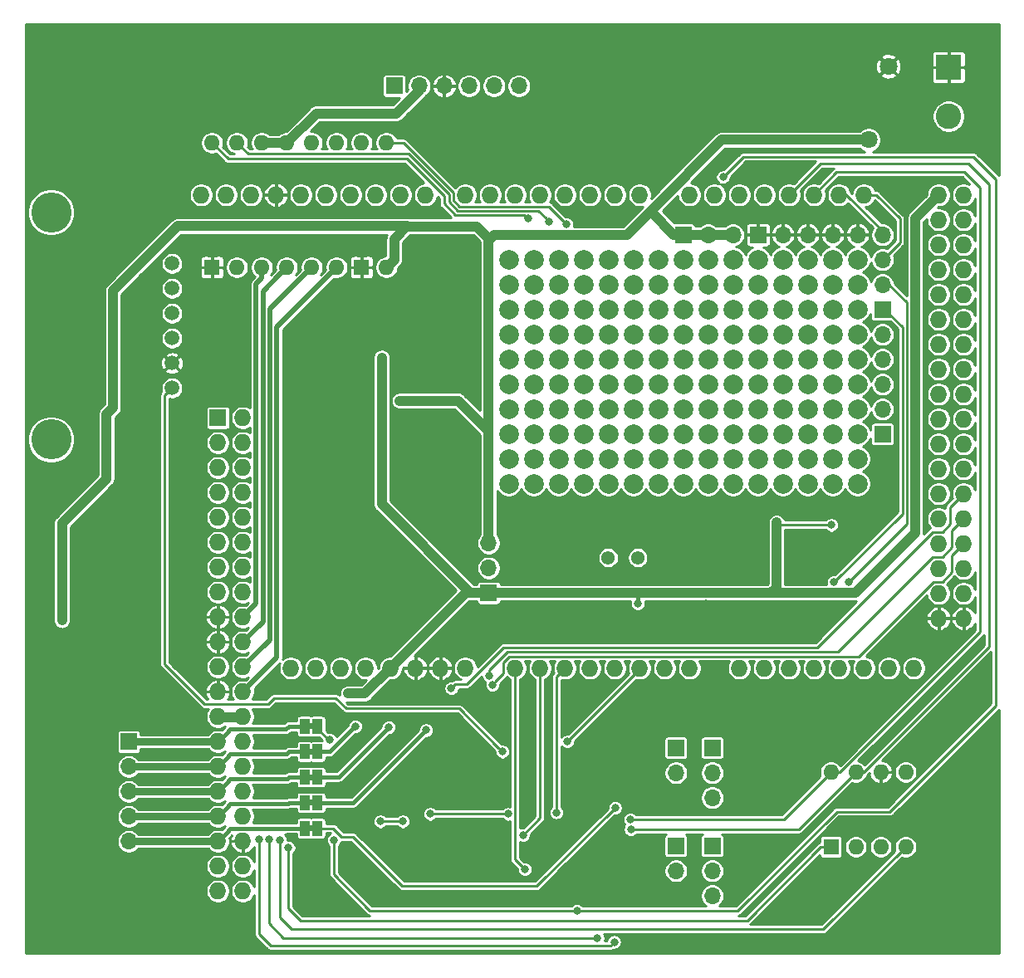
<source format=gbl>
G04 #@! TF.GenerationSoftware,KiCad,Pcbnew,(5.1.9-0-10_14)*
G04 #@! TF.CreationDate,2021-06-23T14:37:37+10:00*
G04 #@! TF.ProjectId,v0.4.4c,76302e34-2e34-4632-9e6b-696361645f70,4c*
G04 #@! TF.SameCoordinates,Original*
G04 #@! TF.FileFunction,Copper,L2,Bot*
G04 #@! TF.FilePolarity,Positive*
%FSLAX46Y46*%
G04 Gerber Fmt 4.6, Leading zero omitted, Abs format (unit mm)*
G04 Created by KiCad (PCBNEW (5.1.9-0-10_14)) date 2021-06-23 14:37:37*
%MOMM*%
%LPD*%
G01*
G04 APERTURE LIST*
G04 #@! TA.AperFunction,EtchedComponent*
%ADD10C,0.100000*%
G04 #@! TD*
G04 #@! TA.AperFunction,ComponentPad*
%ADD11C,2.000000*%
G04 #@! TD*
G04 #@! TA.AperFunction,ComponentPad*
%ADD12O,1.700000X1.700000*%
G04 #@! TD*
G04 #@! TA.AperFunction,ComponentPad*
%ADD13R,1.700000X1.700000*%
G04 #@! TD*
G04 #@! TA.AperFunction,SMDPad,CuDef*
%ADD14R,1.000000X1.500000*%
G04 #@! TD*
G04 #@! TA.AperFunction,ComponentPad*
%ADD15C,1.500000*%
G04 #@! TD*
G04 #@! TA.AperFunction,ComponentPad*
%ADD16C,4.100000*%
G04 #@! TD*
G04 #@! TA.AperFunction,ComponentPad*
%ADD17C,1.800000*%
G04 #@! TD*
G04 #@! TA.AperFunction,ComponentPad*
%ADD18O,1.727200X1.727200*%
G04 #@! TD*
G04 #@! TA.AperFunction,ComponentPad*
%ADD19R,1.727200X1.727200*%
G04 #@! TD*
G04 #@! TA.AperFunction,ComponentPad*
%ADD20C,1.381000*%
G04 #@! TD*
G04 #@! TA.AperFunction,ComponentPad*
%ADD21R,1.600000X1.600000*%
G04 #@! TD*
G04 #@! TA.AperFunction,ComponentPad*
%ADD22O,1.600000X1.600000*%
G04 #@! TD*
G04 #@! TA.AperFunction,ComponentPad*
%ADD23C,2.600000*%
G04 #@! TD*
G04 #@! TA.AperFunction,ComponentPad*
%ADD24R,2.600000X2.600000*%
G04 #@! TD*
G04 #@! TA.AperFunction,ViaPad*
%ADD25C,0.800000*%
G04 #@! TD*
G04 #@! TA.AperFunction,ViaPad*
%ADD26C,1.000000*%
G04 #@! TD*
G04 #@! TA.AperFunction,Conductor*
%ADD27C,0.250000*%
G04 #@! TD*
G04 #@! TA.AperFunction,Conductor*
%ADD28C,1.000000*%
G04 #@! TD*
G04 #@! TA.AperFunction,Conductor*
%ADD29C,0.400000*%
G04 #@! TD*
G04 #@! TA.AperFunction,Conductor*
%ADD30C,0.500000*%
G04 #@! TD*
G04 #@! TA.AperFunction,Conductor*
%ADD31C,0.750000*%
G04 #@! TD*
G04 #@! TA.AperFunction,Conductor*
%ADD32C,0.100000*%
G04 #@! TD*
G04 APERTURE END LIST*
D10*
G36*
X140250000Y-121300000D02*
G01*
X139750000Y-121300000D01*
X139750000Y-121900000D01*
X140250000Y-121900000D01*
X140250000Y-121300000D01*
G37*
G36*
X140250000Y-118700000D02*
G01*
X139750000Y-118700000D01*
X139750000Y-119300000D01*
X140250000Y-119300000D01*
X140250000Y-118700000D01*
G37*
G36*
X140250000Y-116100000D02*
G01*
X139750000Y-116100000D01*
X139750000Y-116700000D01*
X140250000Y-116700000D01*
X140250000Y-116100000D01*
G37*
G36*
X140250000Y-113500000D02*
G01*
X139750000Y-113500000D01*
X139750000Y-114100000D01*
X140250000Y-114100000D01*
X140250000Y-113500000D01*
G37*
G36*
X140250000Y-110900000D02*
G01*
X139750000Y-110900000D01*
X139750000Y-111500000D01*
X140250000Y-111500000D01*
X140250000Y-110900000D01*
G37*
D11*
X195715000Y-86480000D03*
X193175000Y-86480000D03*
X190635000Y-86480000D03*
X188095000Y-86480000D03*
X185555000Y-86480000D03*
X183015000Y-86480000D03*
X180475000Y-86480000D03*
X177935000Y-86480000D03*
X175395000Y-86480000D03*
X172855000Y-86480000D03*
X170315000Y-86480000D03*
X167775000Y-86480000D03*
X165235000Y-86480000D03*
X162695000Y-86480000D03*
X160155000Y-86480000D03*
X195715000Y-83940000D03*
X193175000Y-83940000D03*
X190635000Y-83940000D03*
X188095000Y-83940000D03*
X185555000Y-83940000D03*
X183015000Y-83940000D03*
X180475000Y-83940000D03*
X177935000Y-83940000D03*
X175395000Y-83940000D03*
X172855000Y-83940000D03*
X170315000Y-83940000D03*
X167775000Y-83940000D03*
X165235000Y-83940000D03*
X162695000Y-83940000D03*
X160155000Y-83940000D03*
X195715000Y-81400000D03*
X193175000Y-81400000D03*
X190635000Y-81400000D03*
X188095000Y-81400000D03*
X185555000Y-81400000D03*
X183015000Y-81400000D03*
X180475000Y-81400000D03*
X177935000Y-81400000D03*
X175395000Y-81400000D03*
X172855000Y-81400000D03*
X170315000Y-81400000D03*
X167775000Y-81400000D03*
X165235000Y-81400000D03*
X162695000Y-81400000D03*
X160155000Y-81400000D03*
X195715000Y-78860000D03*
X193175000Y-78860000D03*
X190635000Y-78860000D03*
X188095000Y-78860000D03*
X185555000Y-78860000D03*
X183015000Y-78860000D03*
X180475000Y-78860000D03*
X177935000Y-78860000D03*
X175395000Y-78860000D03*
X172855000Y-78860000D03*
X170315000Y-78860000D03*
X167775000Y-78860000D03*
X165235000Y-78860000D03*
X162695000Y-78860000D03*
X160155000Y-78860000D03*
X195715000Y-76320000D03*
X193175000Y-76320000D03*
X190635000Y-76320000D03*
X188095000Y-76320000D03*
X185555000Y-76320000D03*
X183015000Y-76320000D03*
X180475000Y-76320000D03*
X177935000Y-76320000D03*
X175395000Y-76320000D03*
X172855000Y-76320000D03*
X170315000Y-76320000D03*
X167775000Y-76320000D03*
X165235000Y-76320000D03*
X162695000Y-76320000D03*
X160155000Y-76320000D03*
X195715000Y-73780000D03*
X193175000Y-73780000D03*
X190635000Y-73780000D03*
X188095000Y-73780000D03*
X185555000Y-73780000D03*
X183015000Y-73780000D03*
X180475000Y-73780000D03*
X177935000Y-73780000D03*
X175395000Y-73780000D03*
X172855000Y-73780000D03*
X170315000Y-73780000D03*
X167775000Y-73780000D03*
X165235000Y-73780000D03*
X162695000Y-73780000D03*
X160155000Y-73780000D03*
X195715000Y-71240000D03*
X193175000Y-71240000D03*
X190635000Y-71240000D03*
X188095000Y-71240000D03*
X185555000Y-71240000D03*
X183015000Y-71240000D03*
X180475000Y-71240000D03*
X177935000Y-71240000D03*
X175395000Y-71240000D03*
X172855000Y-71240000D03*
X170315000Y-71240000D03*
X167775000Y-71240000D03*
X165235000Y-71240000D03*
X162695000Y-71240000D03*
X160155000Y-71240000D03*
X195715000Y-68700000D03*
X193175000Y-68700000D03*
X190635000Y-68700000D03*
X188095000Y-68700000D03*
X185555000Y-68700000D03*
X183015000Y-68700000D03*
X180475000Y-68700000D03*
X177935000Y-68700000D03*
X175395000Y-68700000D03*
X172855000Y-68700000D03*
X170315000Y-68700000D03*
X167775000Y-68700000D03*
X165235000Y-68700000D03*
X162695000Y-68700000D03*
X160155000Y-68700000D03*
X195715000Y-66160000D03*
X193175000Y-66160000D03*
X190635000Y-66160000D03*
X188095000Y-66160000D03*
X185555000Y-66160000D03*
X183015000Y-66160000D03*
X180475000Y-66160000D03*
X177935000Y-66160000D03*
X175395000Y-66160000D03*
X172855000Y-66160000D03*
X170315000Y-66160000D03*
X167775000Y-66160000D03*
X165235000Y-66160000D03*
X162695000Y-66160000D03*
X160155000Y-66160000D03*
X195715000Y-63620000D03*
X193175000Y-63620000D03*
X190635000Y-63620000D03*
X188095000Y-63620000D03*
X185555000Y-63620000D03*
X183015000Y-63620000D03*
X180475000Y-63620000D03*
X177935000Y-63620000D03*
X175395000Y-63620000D03*
X172855000Y-63620000D03*
X170315000Y-63620000D03*
X167775000Y-63620000D03*
X165235000Y-63620000D03*
X162695000Y-63620000D03*
X160155000Y-63620000D03*
D12*
X183015000Y-61080000D03*
X180475000Y-61080000D03*
D13*
X177935000Y-61080000D03*
D12*
X121412000Y-122936000D03*
X121412000Y-120396000D03*
X121412000Y-117856000D03*
X121412000Y-115316000D03*
D13*
X121412000Y-112776000D03*
D12*
X161180000Y-45900000D03*
X158640000Y-45900000D03*
X156100000Y-45900000D03*
X153560000Y-45900000D03*
X151020000Y-45900000D03*
D13*
X148480000Y-45900000D03*
D14*
X139350000Y-121600000D03*
X140650000Y-121600000D03*
X139350000Y-119000000D03*
X140650000Y-119000000D03*
X139350000Y-116400000D03*
X140650000Y-116400000D03*
X139350000Y-113800000D03*
X140650000Y-113800000D03*
X139350000Y-111200000D03*
X140650000Y-111200000D03*
D12*
X177200000Y-125940000D03*
D13*
X177200000Y-123400000D03*
D12*
X177200000Y-115940000D03*
D13*
X177200000Y-113400000D03*
D12*
X180900000Y-128480000D03*
X180900000Y-125940000D03*
D13*
X180900000Y-123400000D03*
D12*
X180900000Y-118480000D03*
X180900000Y-115940000D03*
D13*
X180900000Y-113400000D03*
D12*
X158100000Y-92520000D03*
X158100000Y-95060000D03*
D13*
X158100000Y-97600000D03*
D15*
X125820000Y-76700000D03*
X125820000Y-74160000D03*
X125820000Y-71620000D03*
X125820000Y-69080000D03*
X125820000Y-66540000D03*
X125820000Y-64000000D03*
D16*
X113500000Y-58800000D03*
X113500000Y-81950000D03*
D17*
X198850000Y-43900000D03*
X196850000Y-51400000D03*
D18*
X160800000Y-105260000D03*
X155720000Y-105260000D03*
X153180000Y-105260000D03*
X150640000Y-105260000D03*
X148100000Y-105260000D03*
X145560000Y-105260000D03*
X143020000Y-105260000D03*
X140480000Y-105260000D03*
X196360000Y-57000000D03*
X193820000Y-57000000D03*
X191280000Y-57000000D03*
X188740000Y-57000000D03*
X186200000Y-57000000D03*
X183660000Y-57000000D03*
X181120000Y-57000000D03*
X178580000Y-57000000D03*
X173500000Y-57000000D03*
X170960000Y-57000000D03*
X168420000Y-57000000D03*
X165880000Y-57000000D03*
X163340000Y-57000000D03*
X160800000Y-57000000D03*
X158260000Y-57000000D03*
X155720000Y-57000000D03*
X136416000Y-57000000D03*
X151656000Y-57000000D03*
X149116000Y-57000000D03*
X146576000Y-57000000D03*
X128796000Y-57000000D03*
X131336000Y-57000000D03*
X133876000Y-57000000D03*
X138956000Y-57000000D03*
X141496000Y-57000000D03*
X144036000Y-57000000D03*
X137940000Y-105260000D03*
X163340000Y-105260000D03*
X165880000Y-105260000D03*
X168420000Y-105260000D03*
X170960000Y-105260000D03*
X173500000Y-105260000D03*
X176040000Y-105260000D03*
X178580000Y-105260000D03*
X183660000Y-105260000D03*
X186200000Y-105260000D03*
X188740000Y-105260000D03*
X191280000Y-105260000D03*
X193820000Y-105260000D03*
X196360000Y-105260000D03*
X198900000Y-105260000D03*
X201440000Y-105260000D03*
X203980000Y-57000000D03*
X206520000Y-57000000D03*
X203980000Y-59540000D03*
X206520000Y-59540000D03*
X203980000Y-62080000D03*
X206520000Y-62080000D03*
X203980000Y-64620000D03*
X206520000Y-64620000D03*
X203980000Y-67160000D03*
X206520000Y-67160000D03*
X203980000Y-69700000D03*
X206520000Y-69700000D03*
X203980000Y-72240000D03*
X206520000Y-72240000D03*
X203980000Y-74780000D03*
X206520000Y-74780000D03*
X203980000Y-77320000D03*
X206520000Y-77320000D03*
X203980000Y-79860000D03*
X206520000Y-79860000D03*
X203980000Y-82400000D03*
X206520000Y-82400000D03*
X203980000Y-84940000D03*
X206520000Y-84940000D03*
X203980000Y-87480000D03*
X206520000Y-87480000D03*
X203980000Y-90020000D03*
X206520000Y-90020000D03*
X203980000Y-92560000D03*
X206520000Y-92560000D03*
X203980000Y-95100000D03*
X206520000Y-95100000D03*
X203980000Y-97640000D03*
X206520000Y-97640000D03*
X203980000Y-100180000D03*
X206520000Y-100180000D03*
D19*
X130500000Y-79740000D03*
D18*
X133040000Y-79740000D03*
X130500000Y-82280000D03*
X133040000Y-82280000D03*
X130500000Y-84820000D03*
X133040000Y-84820000D03*
X130500000Y-87360000D03*
X133040000Y-87360000D03*
X130500000Y-89900000D03*
X133040000Y-89900000D03*
X130500000Y-92440000D03*
X133040000Y-92440000D03*
X130500000Y-94980000D03*
X133040000Y-94980000D03*
X130500000Y-97520000D03*
X133040000Y-97520000D03*
X130500000Y-100060000D03*
X133040000Y-100060000D03*
X130500000Y-102600000D03*
X133040000Y-102600000D03*
X130500000Y-105140000D03*
X133040000Y-105140000D03*
X130500000Y-107680000D03*
X133040000Y-107680000D03*
X130500000Y-110220000D03*
X133040000Y-110220000D03*
X130500000Y-112760000D03*
X133040000Y-112760000D03*
X130500000Y-115300000D03*
X133040000Y-115300000D03*
X130500000Y-117840000D03*
X133040000Y-117840000D03*
X130500000Y-120380000D03*
X133040000Y-120380000D03*
X130500000Y-122920000D03*
X133040000Y-122920000D03*
X130500000Y-125460000D03*
X133040000Y-125460000D03*
X130500000Y-128000000D03*
X133040000Y-128000000D03*
D20*
X173300000Y-94000000D03*
X170300000Y-94000000D03*
D21*
X129900000Y-64400000D03*
D22*
X147680000Y-51700000D03*
X132440000Y-64400000D03*
X145140000Y-51700000D03*
X134980000Y-64400000D03*
X142600000Y-51700000D03*
X137520000Y-64400000D03*
X140060000Y-51700000D03*
X140060000Y-64400000D03*
X137520000Y-51700000D03*
X142600000Y-64400000D03*
X134980000Y-51700000D03*
D21*
X145140000Y-64400000D03*
D22*
X132440000Y-51700000D03*
X147680000Y-64400000D03*
X129900000Y-51700000D03*
D21*
X193000000Y-123500000D03*
D22*
X200620000Y-115880000D03*
X195540000Y-123500000D03*
X198080000Y-115880000D03*
X198080000Y-123500000D03*
X195540000Y-115880000D03*
X200620000Y-123500000D03*
X193000000Y-115880000D03*
D23*
X205000000Y-49000000D03*
D24*
X205000000Y-44000000D03*
D13*
X198255000Y-68700000D03*
D12*
X198255000Y-66160000D03*
X198255000Y-63620000D03*
X198255000Y-61080000D03*
D13*
X198255000Y-81400000D03*
D12*
X198255000Y-78860000D03*
X198255000Y-76320000D03*
X198255000Y-73780000D03*
X198255000Y-71240000D03*
X195715000Y-61080000D03*
X193175000Y-61080000D03*
X190635000Y-61080000D03*
X188095000Y-61080000D03*
D13*
X185555000Y-61080000D03*
D25*
X169200000Y-114300000D03*
X159500000Y-124600000D03*
X158800000Y-122400000D03*
X140900000Y-78600000D03*
X153200000Y-108200000D03*
X126500000Y-90400000D03*
X150749000Y-107442000D03*
X127600000Y-92900000D03*
X136300000Y-112700000D03*
X137400000Y-115300000D03*
X162200000Y-113500000D03*
X145300000Y-127300000D03*
X127600000Y-94400000D03*
X128800000Y-87000000D03*
X127500000Y-89500000D03*
X159500000Y-126700000D03*
X144200000Y-121000000D03*
X139100000Y-129900000D03*
X138600000Y-128100000D03*
X158600000Y-129000000D03*
X138700000Y-125800000D03*
X128800000Y-85700000D03*
X165100000Y-127800000D03*
X141400000Y-79500000D03*
X137700000Y-84000000D03*
X140843000Y-86995000D03*
X138684000Y-84074000D03*
X162300000Y-109800000D03*
X180251552Y-98700010D03*
X193000000Y-94000000D03*
X184000000Y-94000000D03*
X147701000Y-91567000D03*
X141200000Y-84000000D03*
X139100000Y-123300000D03*
X136500000Y-49000000D03*
X137000000Y-46500000D03*
X136500000Y-43700000D03*
X147800000Y-98900000D03*
X202700000Y-108300000D03*
X175000000Y-117500000D03*
X184500000Y-119200000D03*
X191500000Y-128500000D03*
X176000000Y-133000000D03*
X198000000Y-128100000D03*
X194000000Y-118900000D03*
X164200000Y-117300000D03*
X170900000Y-128700000D03*
X175300000Y-128500000D03*
X165800000Y-121800000D03*
X190100000Y-99300000D03*
X147508736Y-117746075D03*
X136800000Y-109250000D03*
X144947746Y-110303094D03*
X166750000Y-42950000D03*
X169290000Y-42950000D03*
X171830000Y-42950000D03*
X174370000Y-42950000D03*
X166750000Y-45490000D03*
X169290000Y-45490000D03*
X171830000Y-45490000D03*
X174370000Y-45490000D03*
X166750000Y-48030000D03*
X169290000Y-48030000D03*
X171830000Y-48030000D03*
X174370000Y-48030000D03*
X166750000Y-50570000D03*
X169290000Y-50570000D03*
X171830000Y-50570000D03*
X174370000Y-50570000D03*
X156210000Y-118618000D03*
X166878000Y-106934000D03*
X165000000Y-120000000D03*
X161792500Y-125792500D03*
X161600000Y-122300000D03*
X173300000Y-98700000D03*
D26*
X147200000Y-73600000D03*
D25*
X187452000Y-90424000D03*
X193040000Y-90678000D03*
D26*
X143752645Y-107866047D03*
D25*
X114600000Y-100425000D03*
X116150000Y-88950000D03*
X119800000Y-78700000D03*
D26*
X149000000Y-78000000D03*
D25*
X158475164Y-106965007D03*
X162100000Y-59400000D03*
X166023452Y-59986990D03*
X154304442Y-107314791D03*
X158159977Y-106015965D03*
X167100000Y-130000000D03*
X142299998Y-122800000D03*
X182000000Y-55200000D03*
X141899518Y-112574434D03*
X172600000Y-121700000D03*
X172552644Y-120701110D03*
X193300000Y-96500000D03*
X194800000Y-96500000D03*
X164278465Y-59725011D03*
X137700000Y-123600000D03*
X136800000Y-122800002D03*
X149352000Y-120904000D03*
X147066000Y-120904000D03*
X151712856Y-111599925D03*
X169200000Y-132800000D03*
X135700000Y-122700000D03*
X134700000Y-122699998D03*
X170900000Y-133199990D03*
X144505459Y-111199981D03*
X147929818Y-111289564D03*
X171000000Y-119500000D03*
X166111347Y-112771347D03*
X152146000Y-120142000D03*
X160075000Y-120142000D03*
X159512000Y-113792000D03*
D27*
X165000000Y-106140000D02*
X165880000Y-105260000D01*
X165000000Y-120000000D02*
X165000000Y-106140000D01*
X160800000Y-124800000D02*
X160800000Y-105260000D01*
X161792500Y-125792500D02*
X160800000Y-124800000D01*
X163340000Y-105260000D02*
X163340000Y-120560000D01*
X163340000Y-120560000D02*
X161600000Y-122300000D01*
D28*
X134980000Y-51700000D02*
X137520000Y-51700000D01*
X151020000Y-46380000D02*
X151020000Y-45900000D01*
X148700000Y-48700000D02*
X151020000Y-46380000D01*
X137520000Y-51700000D02*
X140520000Y-48700000D01*
X140520000Y-48700000D02*
X148700000Y-48700000D01*
X155760000Y-97600000D02*
X148100000Y-105260000D01*
X158100000Y-97600000D02*
X155760000Y-97600000D01*
X201600000Y-91500000D02*
X195500000Y-97600000D01*
X203980000Y-57000000D02*
X201600000Y-59380000D01*
X201600000Y-59380000D02*
X201600000Y-91500000D01*
D29*
X173300000Y-97900000D02*
X173000000Y-97600000D01*
X173300000Y-98700000D02*
X173300000Y-97900000D01*
D28*
X173000000Y-97600000D02*
X158100000Y-97600000D01*
X158100000Y-97600000D02*
X156250000Y-97600000D01*
X147200000Y-88550000D02*
X147200000Y-74165685D01*
X147200000Y-74165685D02*
X147200000Y-73600000D01*
X156250000Y-97600000D02*
X147200000Y-88550000D01*
X186900000Y-97600000D02*
X173000000Y-97600000D01*
X195500000Y-97600000D02*
X186900000Y-97600000D01*
X187452000Y-97048000D02*
X187452000Y-90989685D01*
X186900000Y-97600000D02*
X187452000Y-97048000D01*
X187452000Y-90989685D02*
X187452000Y-90424000D01*
D27*
X187763685Y-90678000D02*
X187452000Y-90989685D01*
X193040000Y-90678000D02*
X187763685Y-90678000D01*
D28*
X145493953Y-107866047D02*
X144459751Y-107866047D01*
X148100000Y-105260000D02*
X145493953Y-107866047D01*
X144459751Y-107866047D02*
X143752645Y-107866047D01*
X126400000Y-60200000D02*
X119800000Y-66800000D01*
X119800000Y-66800000D02*
X119800000Y-78700000D01*
X114600000Y-90500000D02*
X114600000Y-100400000D01*
X116150000Y-88950000D02*
X114600000Y-90500000D01*
X158100000Y-81100000D02*
X158100000Y-92520000D01*
X149800000Y-60200000D02*
X126400000Y-60200000D01*
X155000000Y-78000000D02*
X149565685Y-78000000D01*
X149565685Y-78000000D02*
X149000000Y-78000000D01*
X158100000Y-81100000D02*
X155000000Y-78000000D01*
X148479999Y-61520001D02*
X149800000Y-60200000D01*
X147680000Y-64400000D02*
X148479999Y-63600001D01*
X148479999Y-63600001D02*
X148479999Y-61520001D01*
X196850000Y-51400000D02*
X181865870Y-51400000D01*
X181865870Y-51400000D02*
X174798935Y-58466935D01*
X158623000Y-61087000D02*
X158115000Y-61595000D01*
X174798935Y-58466935D02*
X172178870Y-61087000D01*
X172178870Y-61087000D02*
X158623000Y-61087000D01*
X158100000Y-61453000D02*
X158100000Y-81100000D01*
X156872011Y-60225011D02*
X158100000Y-61453000D01*
X149800000Y-60200000D02*
X149825011Y-60225011D01*
X149825011Y-60225011D02*
X156872011Y-60225011D01*
X176985000Y-61080000D02*
X183015000Y-61080000D01*
X174798935Y-58466935D02*
X174798935Y-58893935D01*
X174798935Y-58893935D02*
X176985000Y-61080000D01*
X119150000Y-85950000D02*
X116150000Y-88950000D01*
X119800000Y-78700000D02*
X119150000Y-79350000D01*
X119150000Y-79350000D02*
X119150000Y-85950000D01*
D27*
X159611399Y-104689471D02*
X159611399Y-105828772D01*
X160229471Y-104071399D02*
X159611399Y-104689471D01*
X205331399Y-93748601D02*
X205331399Y-95507731D01*
X204387731Y-96451399D02*
X203485012Y-96451399D01*
X195865012Y-104071399D02*
X160229471Y-104071399D01*
X205331399Y-95507731D02*
X204387731Y-96451399D01*
X206520000Y-92560000D02*
X205331399Y-93748601D01*
X203485012Y-96451399D02*
X195865012Y-104071399D01*
X158875163Y-106565008D02*
X158475164Y-106965007D01*
X159611399Y-105828772D02*
X158875163Y-106565008D01*
X197581314Y-57000000D02*
X196360000Y-57000000D01*
X200025000Y-59443686D02*
X197581314Y-57000000D01*
X198255000Y-63620000D02*
X200025000Y-61850000D01*
X200025000Y-61850000D02*
X200025000Y-59443686D01*
X198255000Y-60655000D02*
X198255000Y-61080000D01*
X193820000Y-57000000D02*
X194600000Y-57000000D01*
X194600000Y-57000000D02*
X198255000Y-60655000D01*
X162000000Y-59400000D02*
X162100000Y-59400000D01*
X161688623Y-59088623D02*
X162000000Y-59400000D01*
X131540000Y-53340000D02*
X149755130Y-53340000D01*
X129900000Y-51700000D02*
X131540000Y-53340000D01*
X153543000Y-57127870D02*
X153543000Y-57912000D01*
X149755130Y-53340000D02*
X153543000Y-57127870D01*
X153543000Y-57912000D02*
X154719623Y-59088623D01*
X154719623Y-59088623D02*
X161688623Y-59088623D01*
X164225063Y-58188601D02*
X165623453Y-59586991D01*
X147680000Y-51700000D02*
X149436411Y-51700000D01*
X154531399Y-56794988D02*
X154531399Y-57570529D01*
X149436411Y-51700000D02*
X154531399Y-56794988D01*
X165623453Y-59586991D02*
X166023452Y-59986990D01*
X155149471Y-58188601D02*
X164225063Y-58188601D01*
X154531399Y-57570529D02*
X155149471Y-58188601D01*
X204387731Y-91371399D02*
X203409471Y-91371399D01*
X206520000Y-87480000D02*
X205168601Y-88831399D01*
X205168601Y-88831399D02*
X205168601Y-90590529D01*
X155885208Y-106914792D02*
X154704441Y-106914792D01*
X154704441Y-106914792D02*
X154304442Y-107314791D01*
X159628621Y-103171379D02*
X155885208Y-106914792D01*
X191609491Y-103171379D02*
X159628621Y-103171379D01*
X203409471Y-91371399D02*
X191609491Y-103171379D01*
X205168601Y-90590529D02*
X204387731Y-91371399D01*
X203409471Y-93911399D02*
X193699480Y-103621390D01*
X206520000Y-90020000D02*
X205331399Y-91208601D01*
X204387731Y-93911399D02*
X203409471Y-93911399D01*
X158159977Y-105450280D02*
X158159977Y-106015965D01*
X205331399Y-92967731D02*
X204387731Y-93911399D01*
X193699480Y-103621390D02*
X159988867Y-103621390D01*
X159988867Y-103621390D02*
X158159977Y-105450280D01*
X205331399Y-91208601D02*
X205331399Y-92967731D01*
X142299998Y-126299998D02*
X142299998Y-122800000D01*
X167100000Y-130000000D02*
X146000000Y-130000000D01*
X146000000Y-130000000D02*
X142299998Y-126299998D01*
X204400000Y-114500000D02*
X209800000Y-109100000D01*
X199000000Y-119900000D02*
X204400000Y-114500000D01*
X209800000Y-109100000D02*
X209800000Y-55400000D01*
X167665685Y-130000000D02*
X183500000Y-130000000D01*
X207500000Y-53100000D02*
X184100000Y-53100000D01*
X193600000Y-119900000D02*
X199000000Y-119900000D01*
X183500000Y-130000000D02*
X193600000Y-119900000D01*
X209800000Y-55400000D02*
X207500000Y-53100000D01*
X167100000Y-130000000D02*
X167665685Y-130000000D01*
X184100000Y-53100000D02*
X182000000Y-55200000D01*
X140650000Y-111450000D02*
X141774434Y-112574434D01*
X141774434Y-112574434D02*
X141899518Y-112574434D01*
X140650000Y-111200000D02*
X140650000Y-111450000D01*
X195540000Y-115880000D02*
X189720000Y-121700000D01*
X189720000Y-121700000D02*
X172600000Y-121700000D01*
X191940000Y-53800000D02*
X188740000Y-57000000D01*
X207000000Y-53800000D02*
X191940000Y-53800000D01*
X209100000Y-55900000D02*
X207000000Y-53800000D01*
X209100000Y-103100000D02*
X209100000Y-55900000D01*
X195540000Y-115880000D02*
X196320000Y-115880000D01*
X196320000Y-115880000D02*
X209100000Y-103100000D01*
X188178890Y-120701110D02*
X172552644Y-120701110D01*
X193000000Y-115880000D02*
X188178890Y-120701110D01*
X193580000Y-54700000D02*
X191280000Y-57000000D01*
X206600000Y-54700000D02*
X193580000Y-54700000D01*
X208200000Y-56300000D02*
X206600000Y-54700000D01*
X208200000Y-101600000D02*
X208200000Y-56300000D01*
X193000000Y-115880000D02*
X193920000Y-115880000D01*
X193920000Y-115880000D02*
X208200000Y-101600000D01*
X198494000Y-68700000D02*
X198255000Y-68700000D01*
X200279000Y-70485000D02*
X198494000Y-68700000D01*
X193300000Y-96500000D02*
X200279000Y-89521000D01*
X200279000Y-89521000D02*
X200279000Y-70485000D01*
X198900000Y-66160000D02*
X198255000Y-66160000D01*
X200729011Y-67989011D02*
X198900000Y-66160000D01*
X194800000Y-96500000D02*
X200729011Y-90570989D01*
X200729011Y-90570989D02*
X200729011Y-67989011D01*
X163878466Y-59325012D02*
X164278465Y-59725011D01*
X133565001Y-52825001D02*
X149925001Y-52825001D01*
X132440000Y-51700000D02*
X133565001Y-52825001D01*
X149925001Y-52825001D02*
X154051000Y-56951000D01*
X154051000Y-56951000D02*
X154051000Y-57726541D01*
X154051000Y-57726541D02*
X154963071Y-58638612D01*
X163192066Y-58638612D02*
X163878466Y-59325012D01*
X154963071Y-58638612D02*
X163192066Y-58638612D01*
D30*
X134980000Y-65531370D02*
X134980000Y-64400000D01*
X134399978Y-66111392D02*
X134980000Y-65531370D01*
X134399978Y-87069850D02*
X134399978Y-66111392D01*
X134399967Y-87069861D02*
X134399978Y-87069850D01*
X133040000Y-100060000D02*
X134399967Y-98700033D01*
X134399967Y-98700033D02*
X134399967Y-87069861D01*
X136720001Y-65199999D02*
X137520000Y-64400000D01*
X135099989Y-66820011D02*
X136720001Y-65199999D01*
X135099989Y-85420082D02*
X135099989Y-66820011D01*
X135099978Y-85420093D02*
X135099989Y-85420082D01*
X133040000Y-102600000D02*
X135099978Y-100540022D01*
X135099978Y-100540022D02*
X135099978Y-85420093D01*
X139260001Y-65199999D02*
X140060000Y-64400000D01*
X135800000Y-68660000D02*
X139260001Y-65199999D01*
X135800000Y-85900000D02*
X135800000Y-68660000D01*
X135799989Y-85900011D02*
X135800000Y-85900000D01*
X133040000Y-105140000D02*
X135799989Y-102380011D01*
X135799989Y-102380011D02*
X135799989Y-85900011D01*
X133040000Y-107680000D02*
X136500000Y-104220000D01*
X136500000Y-104220000D02*
X136500000Y-70500000D01*
X136500000Y-70500000D02*
X142600000Y-64400000D01*
D27*
X137700000Y-129800000D02*
X137700000Y-123600000D01*
X138900000Y-131000000D02*
X137700000Y-129800000D01*
X184450000Y-131000000D02*
X138900000Y-131000000D01*
X193000000Y-123500000D02*
X191950000Y-123500000D01*
X191950000Y-123500000D02*
X184450000Y-131000000D01*
X192220000Y-131900000D02*
X138000000Y-131900000D01*
X136800000Y-130700000D02*
X136800000Y-122800002D01*
X138000000Y-131900000D02*
X136800000Y-130700000D01*
X200620000Y-123500000D02*
X192220000Y-131900000D01*
X149352000Y-120904000D02*
X147066000Y-120904000D01*
X147066000Y-120904000D02*
X147066000Y-120904000D01*
D29*
X151312857Y-111999924D02*
X151712856Y-111599925D01*
X144312781Y-119000000D02*
X151312857Y-111999924D01*
X140700000Y-119000000D02*
X144312781Y-119000000D01*
X131363599Y-111896401D02*
X130500000Y-112760000D01*
X137750000Y-111200000D02*
X137453601Y-111496399D01*
X139300000Y-111200000D02*
X137750000Y-111200000D01*
X137453601Y-111496399D02*
X131763601Y-111496399D01*
X131763601Y-111496399D02*
X131363599Y-111896401D01*
D31*
X130484000Y-112776000D02*
X130500000Y-112760000D01*
X121412000Y-112776000D02*
X130484000Y-112776000D01*
D29*
X131363599Y-114436401D02*
X130500000Y-115300000D01*
X131776399Y-114023601D02*
X131363599Y-114436401D01*
X137526399Y-114023601D02*
X131776399Y-114023601D01*
X139200000Y-113800000D02*
X137750000Y-113800000D01*
X137750000Y-113800000D02*
X137526399Y-114023601D01*
D31*
X130484000Y-115316000D02*
X130500000Y-115300000D01*
X121412000Y-115316000D02*
X130484000Y-115316000D01*
D29*
X131363599Y-116976401D02*
X130500000Y-117840000D01*
X131776399Y-116563601D02*
X131363599Y-116976401D01*
X137586399Y-116563601D02*
X131776399Y-116563601D01*
X139200000Y-116400000D02*
X137750000Y-116400000D01*
X137750000Y-116400000D02*
X137586399Y-116563601D01*
D31*
X130484000Y-117856000D02*
X130500000Y-117840000D01*
X121412000Y-117856000D02*
X130484000Y-117856000D01*
D27*
X135700000Y-131300000D02*
X135700000Y-122700000D01*
X169200000Y-132800000D02*
X137200000Y-132800000D01*
X137200000Y-132800000D02*
X135700000Y-131300000D01*
D29*
X131363599Y-119516401D02*
X130500000Y-120380000D01*
X131776399Y-119103601D02*
X131363599Y-119516401D01*
X137646399Y-119103601D02*
X131776399Y-119103601D01*
X139300000Y-119000000D02*
X137750000Y-119000000D01*
X137750000Y-119000000D02*
X137646399Y-119103601D01*
D31*
X130484000Y-120396000D02*
X130500000Y-120380000D01*
X121412000Y-120396000D02*
X130484000Y-120396000D01*
D27*
X170500001Y-133599989D02*
X170900000Y-133199990D01*
X134700000Y-122699998D02*
X134700000Y-132400000D01*
X134700000Y-132400000D02*
X135899989Y-133599989D01*
X135899989Y-133599989D02*
X170500001Y-133599989D01*
D29*
X131363599Y-122056401D02*
X130500000Y-122920000D01*
X131776399Y-121643601D02*
X131363599Y-122056401D01*
X137356399Y-121643601D02*
X131776399Y-121643601D01*
X139300000Y-121600000D02*
X137400000Y-121600000D01*
X137400000Y-121600000D02*
X137356399Y-121643601D01*
D31*
X130484000Y-122936000D02*
X130500000Y-122920000D01*
X121412000Y-122936000D02*
X130484000Y-122936000D01*
D29*
X141905440Y-113800000D02*
X144105460Y-111599980D01*
X144105460Y-111599980D02*
X144505459Y-111199981D01*
X140700000Y-113800000D02*
X141905440Y-113800000D01*
X140700000Y-116400000D02*
X142819382Y-116400000D01*
X147529819Y-111689563D02*
X147929818Y-111289564D01*
X142819382Y-116400000D02*
X147529819Y-111689563D01*
D27*
X163000000Y-127500000D02*
X171000000Y-119500000D01*
X149300000Y-127500000D02*
X163000000Y-127500000D01*
X144251999Y-122451999D02*
X149300000Y-127500000D01*
X143125001Y-122451999D02*
X144251999Y-122451999D01*
X140650000Y-121600000D02*
X142273002Y-121600000D01*
X142273002Y-121600000D02*
X143125001Y-122451999D01*
D28*
X132939998Y-110320002D02*
X133040000Y-110220000D01*
X130600002Y-110320002D02*
X132939998Y-110320002D01*
X130500000Y-110220000D02*
X130600002Y-110320002D01*
D27*
X173500000Y-105382694D02*
X173500000Y-105260000D01*
X166111347Y-112771347D02*
X173500000Y-105382694D01*
X152146000Y-120142000D02*
X160075000Y-120142000D01*
X143586366Y-109399446D02*
X155119446Y-109399446D01*
X125070001Y-104862362D02*
X129157644Y-108950005D01*
X125070001Y-77449999D02*
X125070001Y-104862362D01*
X135594310Y-108950005D02*
X136232314Y-108312001D01*
X155119446Y-109399446D02*
X159112001Y-113392001D01*
X159112001Y-113392001D02*
X159512000Y-113792000D01*
X129157644Y-108950005D02*
X135594310Y-108950005D01*
X136232314Y-108312001D02*
X142498921Y-108312001D01*
X125820000Y-76700000D02*
X125070001Y-77449999D01*
X142498921Y-108312001D02*
X143586366Y-109399446D01*
X210100000Y-54992894D02*
X207870929Y-52763824D01*
X207855264Y-52744736D01*
X207779129Y-52682254D01*
X207692267Y-52635825D01*
X207598017Y-52607235D01*
X207524560Y-52600000D01*
X207500000Y-52597581D01*
X207475440Y-52600000D01*
X197284678Y-52600000D01*
X197453939Y-52529890D01*
X197662765Y-52390357D01*
X197840357Y-52212765D01*
X197979890Y-52003939D01*
X198076002Y-51771904D01*
X198125000Y-51525577D01*
X198125000Y-51274423D01*
X198076002Y-51028096D01*
X197979890Y-50796061D01*
X197840357Y-50587235D01*
X197662765Y-50409643D01*
X197453939Y-50270110D01*
X197221904Y-50173998D01*
X196975577Y-50125000D01*
X196724423Y-50125000D01*
X196478096Y-50173998D01*
X196246061Y-50270110D01*
X196037235Y-50409643D01*
X195921878Y-50525000D01*
X181908848Y-50525000D01*
X181865869Y-50520767D01*
X181694339Y-50537661D01*
X181655950Y-50549306D01*
X181529402Y-50587695D01*
X181377394Y-50668944D01*
X181244158Y-50778288D01*
X181216753Y-50811681D01*
X174696924Y-57331510D01*
X174738600Y-57121991D01*
X174738600Y-56878009D01*
X174691001Y-56638714D01*
X174597633Y-56413303D01*
X174462083Y-56210439D01*
X174289561Y-56037917D01*
X174086697Y-55902367D01*
X173861286Y-55808999D01*
X173621991Y-55761400D01*
X173378009Y-55761400D01*
X173138714Y-55808999D01*
X172913303Y-55902367D01*
X172710439Y-56037917D01*
X172537917Y-56210439D01*
X172402367Y-56413303D01*
X172308999Y-56638714D01*
X172261400Y-56878009D01*
X172261400Y-57121991D01*
X172308999Y-57361286D01*
X172402367Y-57586697D01*
X172537917Y-57789561D01*
X172710439Y-57962083D01*
X172913303Y-58097633D01*
X173138714Y-58191001D01*
X173378009Y-58238600D01*
X173621991Y-58238600D01*
X173831509Y-58196924D01*
X171816434Y-60212000D01*
X166768878Y-60212000D01*
X166798452Y-60063321D01*
X166798452Y-59910659D01*
X166768669Y-59760931D01*
X166710248Y-59619890D01*
X166625434Y-59492956D01*
X166517486Y-59385008D01*
X166390552Y-59300194D01*
X166249511Y-59241773D01*
X166099783Y-59211990D01*
X165955558Y-59211990D01*
X164595992Y-57852425D01*
X164580327Y-57833337D01*
X164504192Y-57770855D01*
X164417330Y-57724426D01*
X164357693Y-57706336D01*
X164437633Y-57586697D01*
X164531001Y-57361286D01*
X164578600Y-57121991D01*
X164578600Y-56878009D01*
X164641400Y-56878009D01*
X164641400Y-57121991D01*
X164688999Y-57361286D01*
X164782367Y-57586697D01*
X164917917Y-57789561D01*
X165090439Y-57962083D01*
X165293303Y-58097633D01*
X165518714Y-58191001D01*
X165758009Y-58238600D01*
X166001991Y-58238600D01*
X166241286Y-58191001D01*
X166466697Y-58097633D01*
X166669561Y-57962083D01*
X166842083Y-57789561D01*
X166977633Y-57586697D01*
X167071001Y-57361286D01*
X167118600Y-57121991D01*
X167118600Y-56878009D01*
X167181400Y-56878009D01*
X167181400Y-57121991D01*
X167228999Y-57361286D01*
X167322367Y-57586697D01*
X167457917Y-57789561D01*
X167630439Y-57962083D01*
X167833303Y-58097633D01*
X168058714Y-58191001D01*
X168298009Y-58238600D01*
X168541991Y-58238600D01*
X168781286Y-58191001D01*
X169006697Y-58097633D01*
X169209561Y-57962083D01*
X169382083Y-57789561D01*
X169517633Y-57586697D01*
X169611001Y-57361286D01*
X169658600Y-57121991D01*
X169658600Y-56878009D01*
X169721400Y-56878009D01*
X169721400Y-57121991D01*
X169768999Y-57361286D01*
X169862367Y-57586697D01*
X169997917Y-57789561D01*
X170170439Y-57962083D01*
X170373303Y-58097633D01*
X170598714Y-58191001D01*
X170838009Y-58238600D01*
X171081991Y-58238600D01*
X171321286Y-58191001D01*
X171546697Y-58097633D01*
X171749561Y-57962083D01*
X171922083Y-57789561D01*
X172057633Y-57586697D01*
X172151001Y-57361286D01*
X172198600Y-57121991D01*
X172198600Y-56878009D01*
X172151001Y-56638714D01*
X172057633Y-56413303D01*
X171922083Y-56210439D01*
X171749561Y-56037917D01*
X171546697Y-55902367D01*
X171321286Y-55808999D01*
X171081991Y-55761400D01*
X170838009Y-55761400D01*
X170598714Y-55808999D01*
X170373303Y-55902367D01*
X170170439Y-56037917D01*
X169997917Y-56210439D01*
X169862367Y-56413303D01*
X169768999Y-56638714D01*
X169721400Y-56878009D01*
X169658600Y-56878009D01*
X169611001Y-56638714D01*
X169517633Y-56413303D01*
X169382083Y-56210439D01*
X169209561Y-56037917D01*
X169006697Y-55902367D01*
X168781286Y-55808999D01*
X168541991Y-55761400D01*
X168298009Y-55761400D01*
X168058714Y-55808999D01*
X167833303Y-55902367D01*
X167630439Y-56037917D01*
X167457917Y-56210439D01*
X167322367Y-56413303D01*
X167228999Y-56638714D01*
X167181400Y-56878009D01*
X167118600Y-56878009D01*
X167071001Y-56638714D01*
X166977633Y-56413303D01*
X166842083Y-56210439D01*
X166669561Y-56037917D01*
X166466697Y-55902367D01*
X166241286Y-55808999D01*
X166001991Y-55761400D01*
X165758009Y-55761400D01*
X165518714Y-55808999D01*
X165293303Y-55902367D01*
X165090439Y-56037917D01*
X164917917Y-56210439D01*
X164782367Y-56413303D01*
X164688999Y-56638714D01*
X164641400Y-56878009D01*
X164578600Y-56878009D01*
X164531001Y-56638714D01*
X164437633Y-56413303D01*
X164302083Y-56210439D01*
X164129561Y-56037917D01*
X163926697Y-55902367D01*
X163701286Y-55808999D01*
X163461991Y-55761400D01*
X163218009Y-55761400D01*
X162978714Y-55808999D01*
X162753303Y-55902367D01*
X162550439Y-56037917D01*
X162377917Y-56210439D01*
X162242367Y-56413303D01*
X162148999Y-56638714D01*
X162101400Y-56878009D01*
X162101400Y-57121991D01*
X162148999Y-57361286D01*
X162242367Y-57586697D01*
X162310457Y-57688601D01*
X161829543Y-57688601D01*
X161897633Y-57586697D01*
X161991001Y-57361286D01*
X162038600Y-57121991D01*
X162038600Y-56878009D01*
X161991001Y-56638714D01*
X161897633Y-56413303D01*
X161762083Y-56210439D01*
X161589561Y-56037917D01*
X161386697Y-55902367D01*
X161161286Y-55808999D01*
X160921991Y-55761400D01*
X160678009Y-55761400D01*
X160438714Y-55808999D01*
X160213303Y-55902367D01*
X160010439Y-56037917D01*
X159837917Y-56210439D01*
X159702367Y-56413303D01*
X159608999Y-56638714D01*
X159561400Y-56878009D01*
X159561400Y-57121991D01*
X159608999Y-57361286D01*
X159702367Y-57586697D01*
X159770457Y-57688601D01*
X159289543Y-57688601D01*
X159357633Y-57586697D01*
X159451001Y-57361286D01*
X159498600Y-57121991D01*
X159498600Y-56878009D01*
X159451001Y-56638714D01*
X159357633Y-56413303D01*
X159222083Y-56210439D01*
X159049561Y-56037917D01*
X158846697Y-55902367D01*
X158621286Y-55808999D01*
X158381991Y-55761400D01*
X158138009Y-55761400D01*
X157898714Y-55808999D01*
X157673303Y-55902367D01*
X157470439Y-56037917D01*
X157297917Y-56210439D01*
X157162367Y-56413303D01*
X157068999Y-56638714D01*
X157021400Y-56878009D01*
X157021400Y-57121991D01*
X157068999Y-57361286D01*
X157162367Y-57586697D01*
X157230457Y-57688601D01*
X156749543Y-57688601D01*
X156817633Y-57586697D01*
X156911001Y-57361286D01*
X156958600Y-57121991D01*
X156958600Y-56878009D01*
X156911001Y-56638714D01*
X156817633Y-56413303D01*
X156682083Y-56210439D01*
X156509561Y-56037917D01*
X156306697Y-55902367D01*
X156081286Y-55808999D01*
X155841991Y-55761400D01*
X155598009Y-55761400D01*
X155358714Y-55808999D01*
X155133303Y-55902367D01*
X154930439Y-56037917D01*
X154757917Y-56210439D01*
X154716276Y-56272759D01*
X149807340Y-51363824D01*
X149791675Y-51344736D01*
X149715540Y-51282254D01*
X149628678Y-51235825D01*
X149534428Y-51207235D01*
X149460971Y-51200000D01*
X149436411Y-51197581D01*
X149411851Y-51200000D01*
X148744704Y-51200000D01*
X148721271Y-51143429D01*
X148592682Y-50950981D01*
X148429019Y-50787318D01*
X148236571Y-50658729D01*
X148022735Y-50570155D01*
X147795727Y-50525000D01*
X147564273Y-50525000D01*
X147337265Y-50570155D01*
X147123429Y-50658729D01*
X146930981Y-50787318D01*
X146767318Y-50950981D01*
X146638729Y-51143429D01*
X146550155Y-51357265D01*
X146505000Y-51584273D01*
X146505000Y-51815727D01*
X146550155Y-52042735D01*
X146638729Y-52256571D01*
X146684452Y-52325001D01*
X146135548Y-52325001D01*
X146181271Y-52256571D01*
X146269845Y-52042735D01*
X146315000Y-51815727D01*
X146315000Y-51584273D01*
X146269845Y-51357265D01*
X146181271Y-51143429D01*
X146052682Y-50950981D01*
X145889019Y-50787318D01*
X145696571Y-50658729D01*
X145482735Y-50570155D01*
X145255727Y-50525000D01*
X145024273Y-50525000D01*
X144797265Y-50570155D01*
X144583429Y-50658729D01*
X144390981Y-50787318D01*
X144227318Y-50950981D01*
X144098729Y-51143429D01*
X144010155Y-51357265D01*
X143965000Y-51584273D01*
X143965000Y-51815727D01*
X144010155Y-52042735D01*
X144098729Y-52256571D01*
X144144452Y-52325001D01*
X143595548Y-52325001D01*
X143641271Y-52256571D01*
X143729845Y-52042735D01*
X143775000Y-51815727D01*
X143775000Y-51584273D01*
X143729845Y-51357265D01*
X143641271Y-51143429D01*
X143512682Y-50950981D01*
X143349019Y-50787318D01*
X143156571Y-50658729D01*
X142942735Y-50570155D01*
X142715727Y-50525000D01*
X142484273Y-50525000D01*
X142257265Y-50570155D01*
X142043429Y-50658729D01*
X141850981Y-50787318D01*
X141687318Y-50950981D01*
X141558729Y-51143429D01*
X141470155Y-51357265D01*
X141425000Y-51584273D01*
X141425000Y-51815727D01*
X141470155Y-52042735D01*
X141558729Y-52256571D01*
X141604452Y-52325001D01*
X141055548Y-52325001D01*
X141101271Y-52256571D01*
X141189845Y-52042735D01*
X141235000Y-51815727D01*
X141235000Y-51584273D01*
X141189845Y-51357265D01*
X141101271Y-51143429D01*
X140972682Y-50950981D01*
X140809019Y-50787318D01*
X140616571Y-50658729D01*
X140402735Y-50570155D01*
X140175727Y-50525000D01*
X139944273Y-50525000D01*
X139929498Y-50527939D01*
X140882437Y-49575000D01*
X148657021Y-49575000D01*
X148700000Y-49579233D01*
X148742979Y-49575000D01*
X148871530Y-49562339D01*
X149036468Y-49512305D01*
X149188476Y-49431056D01*
X149321712Y-49321712D01*
X149349117Y-49288319D01*
X149802409Y-48835027D01*
X203325000Y-48835027D01*
X203325000Y-49164973D01*
X203389369Y-49488580D01*
X203515634Y-49793410D01*
X203698942Y-50067751D01*
X203932249Y-50301058D01*
X204206590Y-50484366D01*
X204511420Y-50610631D01*
X204835027Y-50675000D01*
X205164973Y-50675000D01*
X205488580Y-50610631D01*
X205793410Y-50484366D01*
X206067751Y-50301058D01*
X206301058Y-50067751D01*
X206484366Y-49793410D01*
X206610631Y-49488580D01*
X206675000Y-49164973D01*
X206675000Y-48835027D01*
X206610631Y-48511420D01*
X206484366Y-48206590D01*
X206301058Y-47932249D01*
X206067751Y-47698942D01*
X205793410Y-47515634D01*
X205488580Y-47389369D01*
X205164973Y-47325000D01*
X204835027Y-47325000D01*
X204511420Y-47389369D01*
X204206590Y-47515634D01*
X203932249Y-47698942D01*
X203698942Y-47932249D01*
X203515634Y-48206590D01*
X203389369Y-48511420D01*
X203325000Y-48835027D01*
X149802409Y-48835027D01*
X151608326Y-47029111D01*
X151641712Y-47001712D01*
X151721360Y-46904661D01*
X151800892Y-46851519D01*
X151971519Y-46680892D01*
X152105581Y-46480255D01*
X152197924Y-46257319D01*
X152224421Y-46124108D01*
X152304849Y-46124108D01*
X152372688Y-46364670D01*
X152486154Y-46587375D01*
X152640888Y-46783664D01*
X152830943Y-46945995D01*
X153049015Y-47068128D01*
X153286724Y-47145371D01*
X153335892Y-47155150D01*
X153535000Y-47068483D01*
X153535000Y-45925000D01*
X153585000Y-45925000D01*
X153585000Y-47068483D01*
X153784108Y-47155150D01*
X153833276Y-47145371D01*
X154070985Y-47068128D01*
X154289057Y-46945995D01*
X154479112Y-46783664D01*
X154633846Y-46587375D01*
X154747312Y-46364670D01*
X154815151Y-46124108D01*
X154728506Y-45925000D01*
X153585000Y-45925000D01*
X153535000Y-45925000D01*
X152391494Y-45925000D01*
X152304849Y-46124108D01*
X152224421Y-46124108D01*
X152245000Y-46020652D01*
X152245000Y-45779348D01*
X152224422Y-45675892D01*
X152304849Y-45675892D01*
X152391494Y-45875000D01*
X153535000Y-45875000D01*
X153535000Y-44731517D01*
X153585000Y-44731517D01*
X153585000Y-45875000D01*
X154728506Y-45875000D01*
X154770130Y-45779348D01*
X154875000Y-45779348D01*
X154875000Y-46020652D01*
X154922076Y-46257319D01*
X155014419Y-46480255D01*
X155148481Y-46680892D01*
X155319108Y-46851519D01*
X155519745Y-46985581D01*
X155742681Y-47077924D01*
X155979348Y-47125000D01*
X156220652Y-47125000D01*
X156457319Y-47077924D01*
X156680255Y-46985581D01*
X156880892Y-46851519D01*
X157051519Y-46680892D01*
X157185581Y-46480255D01*
X157277924Y-46257319D01*
X157325000Y-46020652D01*
X157325000Y-45779348D01*
X157415000Y-45779348D01*
X157415000Y-46020652D01*
X157462076Y-46257319D01*
X157554419Y-46480255D01*
X157688481Y-46680892D01*
X157859108Y-46851519D01*
X158059745Y-46985581D01*
X158282681Y-47077924D01*
X158519348Y-47125000D01*
X158760652Y-47125000D01*
X158997319Y-47077924D01*
X159220255Y-46985581D01*
X159420892Y-46851519D01*
X159591519Y-46680892D01*
X159725581Y-46480255D01*
X159817924Y-46257319D01*
X159865000Y-46020652D01*
X159865000Y-45779348D01*
X159955000Y-45779348D01*
X159955000Y-46020652D01*
X160002076Y-46257319D01*
X160094419Y-46480255D01*
X160228481Y-46680892D01*
X160399108Y-46851519D01*
X160599745Y-46985581D01*
X160822681Y-47077924D01*
X161059348Y-47125000D01*
X161300652Y-47125000D01*
X161537319Y-47077924D01*
X161760255Y-46985581D01*
X161960892Y-46851519D01*
X162131519Y-46680892D01*
X162265581Y-46480255D01*
X162357924Y-46257319D01*
X162405000Y-46020652D01*
X162405000Y-45779348D01*
X162357924Y-45542681D01*
X162265581Y-45319745D01*
X162252388Y-45300000D01*
X203272944Y-45300000D01*
X203281150Y-45383314D01*
X203305452Y-45463427D01*
X203344916Y-45537260D01*
X203398026Y-45601974D01*
X203462740Y-45655084D01*
X203536573Y-45694548D01*
X203616686Y-45718850D01*
X203700000Y-45727056D01*
X204868750Y-45725000D01*
X204975000Y-45618750D01*
X204975000Y-44025000D01*
X205025000Y-44025000D01*
X205025000Y-45618750D01*
X205131250Y-45725000D01*
X206300000Y-45727056D01*
X206383314Y-45718850D01*
X206463427Y-45694548D01*
X206537260Y-45655084D01*
X206601974Y-45601974D01*
X206655084Y-45537260D01*
X206694548Y-45463427D01*
X206718850Y-45383314D01*
X206727056Y-45300000D01*
X206725000Y-44131250D01*
X206618750Y-44025000D01*
X205025000Y-44025000D01*
X204975000Y-44025000D01*
X203381250Y-44025000D01*
X203275000Y-44131250D01*
X203272944Y-45300000D01*
X162252388Y-45300000D01*
X162131519Y-45119108D01*
X161960892Y-44948481D01*
X161760255Y-44814419D01*
X161686376Y-44783817D01*
X198001538Y-44783817D01*
X198087780Y-44991639D01*
X198315393Y-45119365D01*
X198563552Y-45200231D01*
X198822718Y-45231131D01*
X199082933Y-45210876D01*
X199334196Y-45140245D01*
X199566852Y-45021952D01*
X199612220Y-44991639D01*
X199698462Y-44783817D01*
X198850000Y-43935355D01*
X198001538Y-44783817D01*
X161686376Y-44783817D01*
X161537319Y-44722076D01*
X161300652Y-44675000D01*
X161059348Y-44675000D01*
X160822681Y-44722076D01*
X160599745Y-44814419D01*
X160399108Y-44948481D01*
X160228481Y-45119108D01*
X160094419Y-45319745D01*
X160002076Y-45542681D01*
X159955000Y-45779348D01*
X159865000Y-45779348D01*
X159817924Y-45542681D01*
X159725581Y-45319745D01*
X159591519Y-45119108D01*
X159420892Y-44948481D01*
X159220255Y-44814419D01*
X158997319Y-44722076D01*
X158760652Y-44675000D01*
X158519348Y-44675000D01*
X158282681Y-44722076D01*
X158059745Y-44814419D01*
X157859108Y-44948481D01*
X157688481Y-45119108D01*
X157554419Y-45319745D01*
X157462076Y-45542681D01*
X157415000Y-45779348D01*
X157325000Y-45779348D01*
X157277924Y-45542681D01*
X157185581Y-45319745D01*
X157051519Y-45119108D01*
X156880892Y-44948481D01*
X156680255Y-44814419D01*
X156457319Y-44722076D01*
X156220652Y-44675000D01*
X155979348Y-44675000D01*
X155742681Y-44722076D01*
X155519745Y-44814419D01*
X155319108Y-44948481D01*
X155148481Y-45119108D01*
X155014419Y-45319745D01*
X154922076Y-45542681D01*
X154875000Y-45779348D01*
X154770130Y-45779348D01*
X154815151Y-45675892D01*
X154747312Y-45435330D01*
X154633846Y-45212625D01*
X154479112Y-45016336D01*
X154289057Y-44854005D01*
X154070985Y-44731872D01*
X153833276Y-44654629D01*
X153784108Y-44644850D01*
X153585000Y-44731517D01*
X153535000Y-44731517D01*
X153335892Y-44644850D01*
X153286724Y-44654629D01*
X153049015Y-44731872D01*
X152830943Y-44854005D01*
X152640888Y-45016336D01*
X152486154Y-45212625D01*
X152372688Y-45435330D01*
X152304849Y-45675892D01*
X152224422Y-45675892D01*
X152197924Y-45542681D01*
X152105581Y-45319745D01*
X151971519Y-45119108D01*
X151800892Y-44948481D01*
X151600255Y-44814419D01*
X151377319Y-44722076D01*
X151140652Y-44675000D01*
X150899348Y-44675000D01*
X150662681Y-44722076D01*
X150439745Y-44814419D01*
X150239108Y-44948481D01*
X150068481Y-45119108D01*
X149934419Y-45319745D01*
X149842076Y-45542681D01*
X149795000Y-45779348D01*
X149795000Y-46020652D01*
X149842076Y-46257319D01*
X149860578Y-46301986D01*
X149706814Y-46455749D01*
X149706814Y-45050000D01*
X149699574Y-44976487D01*
X149678131Y-44905800D01*
X149643309Y-44840653D01*
X149596448Y-44783552D01*
X149539347Y-44736691D01*
X149474200Y-44701869D01*
X149403513Y-44680426D01*
X149330000Y-44673186D01*
X147630000Y-44673186D01*
X147556487Y-44680426D01*
X147485800Y-44701869D01*
X147420653Y-44736691D01*
X147363552Y-44783552D01*
X147316691Y-44840653D01*
X147281869Y-44905800D01*
X147260426Y-44976487D01*
X147253186Y-45050000D01*
X147253186Y-46750000D01*
X147260426Y-46823513D01*
X147281869Y-46894200D01*
X147316691Y-46959347D01*
X147363552Y-47016448D01*
X147420653Y-47063309D01*
X147485800Y-47098131D01*
X147556487Y-47119574D01*
X147630000Y-47126814D01*
X149035750Y-47126814D01*
X148337564Y-47825000D01*
X140562979Y-47825000D01*
X140520000Y-47820767D01*
X140477021Y-47825000D01*
X140348470Y-47837661D01*
X140183532Y-47887695D01*
X140031524Y-47968944D01*
X139898288Y-48078288D01*
X139870890Y-48111673D01*
X137457564Y-50525000D01*
X137404273Y-50525000D01*
X137177265Y-50570155D01*
X136963429Y-50658729D01*
X136770981Y-50787318D01*
X136733299Y-50825000D01*
X135766701Y-50825000D01*
X135729019Y-50787318D01*
X135536571Y-50658729D01*
X135322735Y-50570155D01*
X135095727Y-50525000D01*
X134864273Y-50525000D01*
X134637265Y-50570155D01*
X134423429Y-50658729D01*
X134230981Y-50787318D01*
X134067318Y-50950981D01*
X133938729Y-51143429D01*
X133850155Y-51357265D01*
X133805000Y-51584273D01*
X133805000Y-51815727D01*
X133850155Y-52042735D01*
X133938729Y-52256571D01*
X133984452Y-52325001D01*
X133772108Y-52325001D01*
X133546412Y-52099306D01*
X133569845Y-52042735D01*
X133615000Y-51815727D01*
X133615000Y-51584273D01*
X133569845Y-51357265D01*
X133481271Y-51143429D01*
X133352682Y-50950981D01*
X133189019Y-50787318D01*
X132996571Y-50658729D01*
X132782735Y-50570155D01*
X132555727Y-50525000D01*
X132324273Y-50525000D01*
X132097265Y-50570155D01*
X131883429Y-50658729D01*
X131690981Y-50787318D01*
X131527318Y-50950981D01*
X131398729Y-51143429D01*
X131310155Y-51357265D01*
X131265000Y-51584273D01*
X131265000Y-51815727D01*
X131310155Y-52042735D01*
X131398729Y-52256571D01*
X131527318Y-52449019D01*
X131690981Y-52612682D01*
X131883429Y-52741271D01*
X132097265Y-52829845D01*
X132148317Y-52840000D01*
X131747107Y-52840000D01*
X131006412Y-52099306D01*
X131029845Y-52042735D01*
X131075000Y-51815727D01*
X131075000Y-51584273D01*
X131029845Y-51357265D01*
X130941271Y-51143429D01*
X130812682Y-50950981D01*
X130649019Y-50787318D01*
X130456571Y-50658729D01*
X130242735Y-50570155D01*
X130015727Y-50525000D01*
X129784273Y-50525000D01*
X129557265Y-50570155D01*
X129343429Y-50658729D01*
X129150981Y-50787318D01*
X128987318Y-50950981D01*
X128858729Y-51143429D01*
X128770155Y-51357265D01*
X128725000Y-51584273D01*
X128725000Y-51815727D01*
X128770155Y-52042735D01*
X128858729Y-52256571D01*
X128987318Y-52449019D01*
X129150981Y-52612682D01*
X129343429Y-52741271D01*
X129557265Y-52829845D01*
X129784273Y-52875000D01*
X130015727Y-52875000D01*
X130242735Y-52829845D01*
X130299306Y-52806412D01*
X131169079Y-53676186D01*
X131184736Y-53695264D01*
X131260871Y-53757746D01*
X131347733Y-53804175D01*
X131441983Y-53832765D01*
X131515440Y-53840000D01*
X131515449Y-53840000D01*
X131539999Y-53842418D01*
X131564549Y-53840000D01*
X149548025Y-53840000D01*
X151480140Y-55772115D01*
X151294714Y-55808999D01*
X151069303Y-55902367D01*
X150866439Y-56037917D01*
X150693917Y-56210439D01*
X150558367Y-56413303D01*
X150464999Y-56638714D01*
X150417400Y-56878009D01*
X150417400Y-57121991D01*
X150464999Y-57361286D01*
X150558367Y-57586697D01*
X150693917Y-57789561D01*
X150866439Y-57962083D01*
X151069303Y-58097633D01*
X151294714Y-58191001D01*
X151534009Y-58238600D01*
X151777991Y-58238600D01*
X152017286Y-58191001D01*
X152242697Y-58097633D01*
X152445561Y-57962083D01*
X152618083Y-57789561D01*
X152753633Y-57586697D01*
X152847001Y-57361286D01*
X152883885Y-57175861D01*
X153043000Y-57334976D01*
X153043001Y-57887430D01*
X153040581Y-57912000D01*
X153050235Y-58010017D01*
X153071959Y-58081630D01*
X153078826Y-58104267D01*
X153125255Y-58191129D01*
X153187737Y-58267264D01*
X153206819Y-58282924D01*
X154273905Y-59350011D01*
X150012242Y-59350011D01*
X149971530Y-59337661D01*
X149842979Y-59325000D01*
X149800000Y-59320767D01*
X149799999Y-59320767D01*
X149757020Y-59325000D01*
X126442979Y-59325000D01*
X126400000Y-59320767D01*
X126357021Y-59325000D01*
X126228470Y-59337661D01*
X126063532Y-59387695D01*
X125911524Y-59468944D01*
X125778288Y-59578288D01*
X125750888Y-59611675D01*
X119211681Y-66150883D01*
X119178288Y-66178288D01*
X119068944Y-66311525D01*
X119034519Y-66375931D01*
X118987695Y-66463533D01*
X118937661Y-66628471D01*
X118920767Y-66800000D01*
X118925000Y-66842979D01*
X118925001Y-78337562D01*
X118561680Y-78700884D01*
X118528288Y-78728288D01*
X118418944Y-78861525D01*
X118371419Y-78950439D01*
X118337695Y-79013533D01*
X118287661Y-79178471D01*
X118270767Y-79350000D01*
X118275000Y-79392979D01*
X118275001Y-85587562D01*
X115561677Y-88300887D01*
X115561672Y-88300891D01*
X114011680Y-89850884D01*
X113978288Y-89878288D01*
X113868944Y-90011525D01*
X113828318Y-90087532D01*
X113787695Y-90163533D01*
X113737661Y-90328471D01*
X113720767Y-90500000D01*
X113725000Y-90542979D01*
X113725001Y-100442979D01*
X113737662Y-100571530D01*
X113787696Y-100736468D01*
X113868945Y-100888476D01*
X113978289Y-101021712D01*
X114111525Y-101131056D01*
X114263533Y-101212305D01*
X114428471Y-101262339D01*
X114600000Y-101279233D01*
X114771530Y-101262339D01*
X114936468Y-101212305D01*
X115088476Y-101131056D01*
X115221712Y-101021712D01*
X115331056Y-100888476D01*
X115412305Y-100736468D01*
X115462339Y-100571530D01*
X115475000Y-100442979D01*
X115475000Y-90862436D01*
X116799109Y-89538328D01*
X116799113Y-89538323D01*
X119738325Y-86599112D01*
X119771712Y-86571712D01*
X119881056Y-86438476D01*
X119962305Y-86286468D01*
X120012339Y-86121530D01*
X120025000Y-85992979D01*
X120029233Y-85950000D01*
X120025000Y-85907021D01*
X120025000Y-79712436D01*
X120388324Y-79349112D01*
X120421712Y-79321712D01*
X120531056Y-79188476D01*
X120612305Y-79036468D01*
X120662339Y-78871530D01*
X120675000Y-78742979D01*
X120679233Y-78700000D01*
X120675000Y-78657021D01*
X120675000Y-74937212D01*
X125078143Y-74937212D01*
X125146392Y-75129675D01*
X125348510Y-75242457D01*
X125568746Y-75313641D01*
X125798638Y-75340491D01*
X126029350Y-75321976D01*
X126252017Y-75258806D01*
X126458083Y-75153411D01*
X126493608Y-75129675D01*
X126561857Y-74937212D01*
X125820000Y-74195355D01*
X125078143Y-74937212D01*
X120675000Y-74937212D01*
X120675000Y-74138638D01*
X124639509Y-74138638D01*
X124658024Y-74369350D01*
X124721194Y-74592017D01*
X124826589Y-74798083D01*
X124850325Y-74833608D01*
X125042788Y-74901857D01*
X125784645Y-74160000D01*
X125855355Y-74160000D01*
X126597212Y-74901857D01*
X126789675Y-74833608D01*
X126902457Y-74631490D01*
X126973641Y-74411254D01*
X127000491Y-74181362D01*
X126981976Y-73950650D01*
X126918806Y-73727983D01*
X126813411Y-73521917D01*
X126789675Y-73486392D01*
X126597212Y-73418143D01*
X125855355Y-74160000D01*
X125784645Y-74160000D01*
X125042788Y-73418143D01*
X124850325Y-73486392D01*
X124737543Y-73688510D01*
X124666359Y-73908746D01*
X124639509Y-74138638D01*
X120675000Y-74138638D01*
X120675000Y-73382788D01*
X125078143Y-73382788D01*
X125820000Y-74124645D01*
X126561857Y-73382788D01*
X126493608Y-73190325D01*
X126291490Y-73077543D01*
X126071254Y-73006359D01*
X125841362Y-72979509D01*
X125610650Y-72998024D01*
X125387983Y-73061194D01*
X125181917Y-73166589D01*
X125146392Y-73190325D01*
X125078143Y-73382788D01*
X120675000Y-73382788D01*
X120675000Y-71509197D01*
X124695000Y-71509197D01*
X124695000Y-71730803D01*
X124738233Y-71948150D01*
X124823038Y-72152887D01*
X124946156Y-72337145D01*
X125102855Y-72493844D01*
X125287113Y-72616962D01*
X125491850Y-72701767D01*
X125709197Y-72745000D01*
X125930803Y-72745000D01*
X126148150Y-72701767D01*
X126352887Y-72616962D01*
X126537145Y-72493844D01*
X126693844Y-72337145D01*
X126816962Y-72152887D01*
X126901767Y-71948150D01*
X126945000Y-71730803D01*
X126945000Y-71509197D01*
X126901767Y-71291850D01*
X126816962Y-71087113D01*
X126693844Y-70902855D01*
X126537145Y-70746156D01*
X126352887Y-70623038D01*
X126148150Y-70538233D01*
X125930803Y-70495000D01*
X125709197Y-70495000D01*
X125491850Y-70538233D01*
X125287113Y-70623038D01*
X125102855Y-70746156D01*
X124946156Y-70902855D01*
X124823038Y-71087113D01*
X124738233Y-71291850D01*
X124695000Y-71509197D01*
X120675000Y-71509197D01*
X120675000Y-68969197D01*
X124695000Y-68969197D01*
X124695000Y-69190803D01*
X124738233Y-69408150D01*
X124823038Y-69612887D01*
X124946156Y-69797145D01*
X125102855Y-69953844D01*
X125287113Y-70076962D01*
X125491850Y-70161767D01*
X125709197Y-70205000D01*
X125930803Y-70205000D01*
X126148150Y-70161767D01*
X126352887Y-70076962D01*
X126537145Y-69953844D01*
X126693844Y-69797145D01*
X126816962Y-69612887D01*
X126901767Y-69408150D01*
X126945000Y-69190803D01*
X126945000Y-68969197D01*
X126901767Y-68751850D01*
X126816962Y-68547113D01*
X126693844Y-68362855D01*
X126537145Y-68206156D01*
X126352887Y-68083038D01*
X126148150Y-67998233D01*
X125930803Y-67955000D01*
X125709197Y-67955000D01*
X125491850Y-67998233D01*
X125287113Y-68083038D01*
X125102855Y-68206156D01*
X124946156Y-68362855D01*
X124823038Y-68547113D01*
X124738233Y-68751850D01*
X124695000Y-68969197D01*
X120675000Y-68969197D01*
X120675000Y-67162436D01*
X121408239Y-66429197D01*
X124695000Y-66429197D01*
X124695000Y-66650803D01*
X124738233Y-66868150D01*
X124823038Y-67072887D01*
X124946156Y-67257145D01*
X125102855Y-67413844D01*
X125287113Y-67536962D01*
X125491850Y-67621767D01*
X125709197Y-67665000D01*
X125930803Y-67665000D01*
X126148150Y-67621767D01*
X126352887Y-67536962D01*
X126537145Y-67413844D01*
X126693844Y-67257145D01*
X126816962Y-67072887D01*
X126901767Y-66868150D01*
X126945000Y-66650803D01*
X126945000Y-66429197D01*
X126901767Y-66211850D01*
X126816962Y-66007113D01*
X126693844Y-65822855D01*
X126537145Y-65666156D01*
X126352887Y-65543038D01*
X126148150Y-65458233D01*
X125930803Y-65415000D01*
X125709197Y-65415000D01*
X125491850Y-65458233D01*
X125287113Y-65543038D01*
X125102855Y-65666156D01*
X124946156Y-65822855D01*
X124823038Y-66007113D01*
X124738233Y-66211850D01*
X124695000Y-66429197D01*
X121408239Y-66429197D01*
X122637436Y-65200000D01*
X128672944Y-65200000D01*
X128681150Y-65283314D01*
X128705452Y-65363427D01*
X128744916Y-65437260D01*
X128798026Y-65501974D01*
X128862740Y-65555084D01*
X128936573Y-65594548D01*
X129016686Y-65618850D01*
X129100000Y-65627056D01*
X129768750Y-65625000D01*
X129875000Y-65518750D01*
X129875000Y-64425000D01*
X129925000Y-64425000D01*
X129925000Y-65518750D01*
X130031250Y-65625000D01*
X130700000Y-65627056D01*
X130783314Y-65618850D01*
X130863427Y-65594548D01*
X130937260Y-65555084D01*
X131001974Y-65501974D01*
X131055084Y-65437260D01*
X131094548Y-65363427D01*
X131118850Y-65283314D01*
X131127056Y-65200000D01*
X131125000Y-64531250D01*
X131018750Y-64425000D01*
X129925000Y-64425000D01*
X129875000Y-64425000D01*
X128781250Y-64425000D01*
X128675000Y-64531250D01*
X128672944Y-65200000D01*
X122637436Y-65200000D01*
X123948239Y-63889197D01*
X124695000Y-63889197D01*
X124695000Y-64110803D01*
X124738233Y-64328150D01*
X124823038Y-64532887D01*
X124946156Y-64717145D01*
X125102855Y-64873844D01*
X125287113Y-64996962D01*
X125491850Y-65081767D01*
X125709197Y-65125000D01*
X125930803Y-65125000D01*
X126148150Y-65081767D01*
X126352887Y-64996962D01*
X126537145Y-64873844D01*
X126693844Y-64717145D01*
X126816962Y-64532887D01*
X126901767Y-64328150D01*
X126945000Y-64110803D01*
X126945000Y-63889197D01*
X126901767Y-63671850D01*
X126872006Y-63600000D01*
X128672944Y-63600000D01*
X128675000Y-64268750D01*
X128781250Y-64375000D01*
X129875000Y-64375000D01*
X129875000Y-63281250D01*
X129925000Y-63281250D01*
X129925000Y-64375000D01*
X131018750Y-64375000D01*
X131109477Y-64284273D01*
X131265000Y-64284273D01*
X131265000Y-64515727D01*
X131310155Y-64742735D01*
X131398729Y-64956571D01*
X131527318Y-65149019D01*
X131690981Y-65312682D01*
X131883429Y-65441271D01*
X132097265Y-65529845D01*
X132324273Y-65575000D01*
X132555727Y-65575000D01*
X132782735Y-65529845D01*
X132996571Y-65441271D01*
X133189019Y-65312682D01*
X133352682Y-65149019D01*
X133481271Y-64956571D01*
X133569845Y-64742735D01*
X133615000Y-64515727D01*
X133615000Y-64284273D01*
X133569845Y-64057265D01*
X133481271Y-63843429D01*
X133352682Y-63650981D01*
X133189019Y-63487318D01*
X132996571Y-63358729D01*
X132782735Y-63270155D01*
X132555727Y-63225000D01*
X132324273Y-63225000D01*
X132097265Y-63270155D01*
X131883429Y-63358729D01*
X131690981Y-63487318D01*
X131527318Y-63650981D01*
X131398729Y-63843429D01*
X131310155Y-64057265D01*
X131265000Y-64284273D01*
X131109477Y-64284273D01*
X131125000Y-64268750D01*
X131127056Y-63600000D01*
X131118850Y-63516686D01*
X131094548Y-63436573D01*
X131055084Y-63362740D01*
X131001974Y-63298026D01*
X130937260Y-63244916D01*
X130863427Y-63205452D01*
X130783314Y-63181150D01*
X130700000Y-63172944D01*
X130031250Y-63175000D01*
X129925000Y-63281250D01*
X129875000Y-63281250D01*
X129768750Y-63175000D01*
X129100000Y-63172944D01*
X129016686Y-63181150D01*
X128936573Y-63205452D01*
X128862740Y-63244916D01*
X128798026Y-63298026D01*
X128744916Y-63362740D01*
X128705452Y-63436573D01*
X128681150Y-63516686D01*
X128672944Y-63600000D01*
X126872006Y-63600000D01*
X126816962Y-63467113D01*
X126693844Y-63282855D01*
X126537145Y-63126156D01*
X126352887Y-63003038D01*
X126148150Y-62918233D01*
X125930803Y-62875000D01*
X125709197Y-62875000D01*
X125491850Y-62918233D01*
X125287113Y-63003038D01*
X125102855Y-63126156D01*
X124946156Y-63282855D01*
X124823038Y-63467113D01*
X124738233Y-63671850D01*
X124695000Y-63889197D01*
X123948239Y-63889197D01*
X126762437Y-61075000D01*
X147725706Y-61075000D01*
X147719292Y-61087001D01*
X147667694Y-61183534D01*
X147617660Y-61348472D01*
X147600766Y-61520001D01*
X147605000Y-61562989D01*
X147604999Y-63225000D01*
X147564273Y-63225000D01*
X147337265Y-63270155D01*
X147123429Y-63358729D01*
X146930981Y-63487318D01*
X146767318Y-63650981D01*
X146638729Y-63843429D01*
X146550155Y-64057265D01*
X146505000Y-64284273D01*
X146505000Y-64515727D01*
X146550155Y-64742735D01*
X146638729Y-64956571D01*
X146767318Y-65149019D01*
X146930981Y-65312682D01*
X147123429Y-65441271D01*
X147337265Y-65529845D01*
X147564273Y-65575000D01*
X147795727Y-65575000D01*
X148022735Y-65529845D01*
X148236571Y-65441271D01*
X148429019Y-65312682D01*
X148592682Y-65149019D01*
X148721271Y-64956571D01*
X148809845Y-64742735D01*
X148855000Y-64515727D01*
X148855000Y-64462436D01*
X149068319Y-64249117D01*
X149101711Y-64221713D01*
X149211055Y-64088477D01*
X149292304Y-63936469D01*
X149338542Y-63784044D01*
X149342338Y-63771532D01*
X149359232Y-63600002D01*
X149354999Y-63557023D01*
X149354999Y-61882437D01*
X150137425Y-61100011D01*
X156509575Y-61100011D01*
X157225000Y-61815437D01*
X157225001Y-78987564D01*
X155649117Y-77411681D01*
X155621712Y-77378288D01*
X155488476Y-77268944D01*
X155336468Y-77187695D01*
X155171530Y-77137661D01*
X155042979Y-77125000D01*
X155000000Y-77120767D01*
X154957021Y-77125000D01*
X148913820Y-77125000D01*
X148871451Y-77133428D01*
X148828470Y-77137661D01*
X148787141Y-77150198D01*
X148744772Y-77158626D01*
X148704859Y-77175159D01*
X148663532Y-77187695D01*
X148625446Y-77208052D01*
X148585532Y-77224585D01*
X148549613Y-77248585D01*
X148511524Y-77268944D01*
X148478137Y-77296344D01*
X148442220Y-77320343D01*
X148411675Y-77350888D01*
X148378288Y-77378288D01*
X148350888Y-77411675D01*
X148320343Y-77442220D01*
X148296344Y-77478137D01*
X148268944Y-77511524D01*
X148248585Y-77549613D01*
X148224585Y-77585532D01*
X148208052Y-77625446D01*
X148187695Y-77663532D01*
X148175159Y-77704859D01*
X148158626Y-77744772D01*
X148150198Y-77787141D01*
X148137661Y-77828470D01*
X148133428Y-77871451D01*
X148125000Y-77913820D01*
X148125000Y-77957021D01*
X148120767Y-78000000D01*
X148125000Y-78042979D01*
X148125000Y-78086180D01*
X148133428Y-78128549D01*
X148137661Y-78171530D01*
X148150198Y-78212859D01*
X148158626Y-78255228D01*
X148175159Y-78295141D01*
X148187695Y-78336468D01*
X148208052Y-78374554D01*
X148224585Y-78414468D01*
X148248585Y-78450387D01*
X148268944Y-78488476D01*
X148296344Y-78521863D01*
X148320343Y-78557780D01*
X148350888Y-78588325D01*
X148378288Y-78621712D01*
X148411675Y-78649112D01*
X148442220Y-78679657D01*
X148478137Y-78703656D01*
X148511524Y-78731056D01*
X148549613Y-78751415D01*
X148585532Y-78775415D01*
X148625446Y-78791948D01*
X148663532Y-78812305D01*
X148704859Y-78824841D01*
X148744772Y-78841374D01*
X148787141Y-78849802D01*
X148828470Y-78862339D01*
X148871451Y-78866572D01*
X148913820Y-78875000D01*
X154637564Y-78875000D01*
X157225000Y-81462437D01*
X157225001Y-91662588D01*
X157148481Y-91739108D01*
X157014419Y-91939745D01*
X156922076Y-92162681D01*
X156875000Y-92399348D01*
X156875000Y-92640652D01*
X156922076Y-92877319D01*
X157014419Y-93100255D01*
X157148481Y-93300892D01*
X157319108Y-93471519D01*
X157519745Y-93605581D01*
X157742681Y-93697924D01*
X157979348Y-93745000D01*
X158220652Y-93745000D01*
X158457319Y-93697924D01*
X158680255Y-93605581D01*
X158880892Y-93471519D01*
X159051519Y-93300892D01*
X159185581Y-93100255D01*
X159277924Y-92877319D01*
X159325000Y-92640652D01*
X159325000Y-92399348D01*
X159277924Y-92162681D01*
X159185581Y-91939745D01*
X159051519Y-91739108D01*
X158975000Y-91662589D01*
X158975000Y-87188940D01*
X159086968Y-87356511D01*
X159278489Y-87548032D01*
X159503693Y-87698509D01*
X159753927Y-87802159D01*
X160019574Y-87855000D01*
X160290426Y-87855000D01*
X160556073Y-87802159D01*
X160806307Y-87698509D01*
X161031511Y-87548032D01*
X161223032Y-87356511D01*
X161373509Y-87131307D01*
X161425000Y-87006996D01*
X161476491Y-87131307D01*
X161626968Y-87356511D01*
X161818489Y-87548032D01*
X162043693Y-87698509D01*
X162293927Y-87802159D01*
X162559574Y-87855000D01*
X162830426Y-87855000D01*
X163096073Y-87802159D01*
X163346307Y-87698509D01*
X163571511Y-87548032D01*
X163763032Y-87356511D01*
X163913509Y-87131307D01*
X163965000Y-87006996D01*
X164016491Y-87131307D01*
X164166968Y-87356511D01*
X164358489Y-87548032D01*
X164583693Y-87698509D01*
X164833927Y-87802159D01*
X165099574Y-87855000D01*
X165370426Y-87855000D01*
X165636073Y-87802159D01*
X165886307Y-87698509D01*
X166111511Y-87548032D01*
X166303032Y-87356511D01*
X166453509Y-87131307D01*
X166505000Y-87006996D01*
X166556491Y-87131307D01*
X166706968Y-87356511D01*
X166898489Y-87548032D01*
X167123693Y-87698509D01*
X167373927Y-87802159D01*
X167639574Y-87855000D01*
X167910426Y-87855000D01*
X168176073Y-87802159D01*
X168426307Y-87698509D01*
X168651511Y-87548032D01*
X168843032Y-87356511D01*
X168993509Y-87131307D01*
X169045000Y-87006996D01*
X169096491Y-87131307D01*
X169246968Y-87356511D01*
X169438489Y-87548032D01*
X169663693Y-87698509D01*
X169913927Y-87802159D01*
X170179574Y-87855000D01*
X170450426Y-87855000D01*
X170716073Y-87802159D01*
X170966307Y-87698509D01*
X171191511Y-87548032D01*
X171383032Y-87356511D01*
X171533509Y-87131307D01*
X171585000Y-87006996D01*
X171636491Y-87131307D01*
X171786968Y-87356511D01*
X171978489Y-87548032D01*
X172203693Y-87698509D01*
X172453927Y-87802159D01*
X172719574Y-87855000D01*
X172990426Y-87855000D01*
X173256073Y-87802159D01*
X173506307Y-87698509D01*
X173731511Y-87548032D01*
X173923032Y-87356511D01*
X174073509Y-87131307D01*
X174125000Y-87006996D01*
X174176491Y-87131307D01*
X174326968Y-87356511D01*
X174518489Y-87548032D01*
X174743693Y-87698509D01*
X174993927Y-87802159D01*
X175259574Y-87855000D01*
X175530426Y-87855000D01*
X175796073Y-87802159D01*
X176046307Y-87698509D01*
X176271511Y-87548032D01*
X176463032Y-87356511D01*
X176613509Y-87131307D01*
X176665000Y-87006996D01*
X176716491Y-87131307D01*
X176866968Y-87356511D01*
X177058489Y-87548032D01*
X177283693Y-87698509D01*
X177533927Y-87802159D01*
X177799574Y-87855000D01*
X178070426Y-87855000D01*
X178336073Y-87802159D01*
X178586307Y-87698509D01*
X178811511Y-87548032D01*
X179003032Y-87356511D01*
X179153509Y-87131307D01*
X179205000Y-87006996D01*
X179256491Y-87131307D01*
X179406968Y-87356511D01*
X179598489Y-87548032D01*
X179823693Y-87698509D01*
X180073927Y-87802159D01*
X180339574Y-87855000D01*
X180610426Y-87855000D01*
X180876073Y-87802159D01*
X181126307Y-87698509D01*
X181351511Y-87548032D01*
X181543032Y-87356511D01*
X181693509Y-87131307D01*
X181745000Y-87006996D01*
X181796491Y-87131307D01*
X181946968Y-87356511D01*
X182138489Y-87548032D01*
X182363693Y-87698509D01*
X182613927Y-87802159D01*
X182879574Y-87855000D01*
X183150426Y-87855000D01*
X183416073Y-87802159D01*
X183666307Y-87698509D01*
X183891511Y-87548032D01*
X184083032Y-87356511D01*
X184233509Y-87131307D01*
X184285000Y-87006996D01*
X184336491Y-87131307D01*
X184486968Y-87356511D01*
X184678489Y-87548032D01*
X184903693Y-87698509D01*
X185153927Y-87802159D01*
X185419574Y-87855000D01*
X185690426Y-87855000D01*
X185956073Y-87802159D01*
X186206307Y-87698509D01*
X186431511Y-87548032D01*
X186623032Y-87356511D01*
X186773509Y-87131307D01*
X186825000Y-87006996D01*
X186876491Y-87131307D01*
X187026968Y-87356511D01*
X187218489Y-87548032D01*
X187443693Y-87698509D01*
X187693927Y-87802159D01*
X187959574Y-87855000D01*
X188230426Y-87855000D01*
X188496073Y-87802159D01*
X188746307Y-87698509D01*
X188971511Y-87548032D01*
X189163032Y-87356511D01*
X189313509Y-87131307D01*
X189365000Y-87006996D01*
X189416491Y-87131307D01*
X189566968Y-87356511D01*
X189758489Y-87548032D01*
X189983693Y-87698509D01*
X190233927Y-87802159D01*
X190499574Y-87855000D01*
X190770426Y-87855000D01*
X191036073Y-87802159D01*
X191286307Y-87698509D01*
X191511511Y-87548032D01*
X191703032Y-87356511D01*
X191853509Y-87131307D01*
X191905000Y-87006996D01*
X191956491Y-87131307D01*
X192106968Y-87356511D01*
X192298489Y-87548032D01*
X192523693Y-87698509D01*
X192773927Y-87802159D01*
X193039574Y-87855000D01*
X193310426Y-87855000D01*
X193576073Y-87802159D01*
X193826307Y-87698509D01*
X194051511Y-87548032D01*
X194243032Y-87356511D01*
X194393509Y-87131307D01*
X194445000Y-87006996D01*
X194496491Y-87131307D01*
X194646968Y-87356511D01*
X194838489Y-87548032D01*
X195063693Y-87698509D01*
X195313927Y-87802159D01*
X195579574Y-87855000D01*
X195850426Y-87855000D01*
X196116073Y-87802159D01*
X196366307Y-87698509D01*
X196591511Y-87548032D01*
X196783032Y-87356511D01*
X196933509Y-87131307D01*
X197037159Y-86881073D01*
X197090000Y-86615426D01*
X197090000Y-86344574D01*
X197037159Y-86078927D01*
X196933509Y-85828693D01*
X196783032Y-85603489D01*
X196591511Y-85411968D01*
X196366307Y-85261491D01*
X196241996Y-85210000D01*
X196366307Y-85158509D01*
X196591511Y-85008032D01*
X196783032Y-84816511D01*
X196933509Y-84591307D01*
X197037159Y-84341073D01*
X197090000Y-84075426D01*
X197090000Y-83804574D01*
X197037159Y-83538927D01*
X196933509Y-83288693D01*
X196783032Y-83063489D01*
X196591511Y-82871968D01*
X196366307Y-82721491D01*
X196241996Y-82670000D01*
X196366307Y-82618509D01*
X196591511Y-82468032D01*
X196783032Y-82276511D01*
X196933509Y-82051307D01*
X197028186Y-81822736D01*
X197028186Y-82250000D01*
X197035426Y-82323513D01*
X197056869Y-82394200D01*
X197091691Y-82459347D01*
X197138552Y-82516448D01*
X197195653Y-82563309D01*
X197260800Y-82598131D01*
X197331487Y-82619574D01*
X197405000Y-82626814D01*
X199105000Y-82626814D01*
X199178513Y-82619574D01*
X199249200Y-82598131D01*
X199314347Y-82563309D01*
X199371448Y-82516448D01*
X199418309Y-82459347D01*
X199453131Y-82394200D01*
X199474574Y-82323513D01*
X199481814Y-82250000D01*
X199481814Y-80550000D01*
X199474574Y-80476487D01*
X199453131Y-80405800D01*
X199418309Y-80340653D01*
X199371448Y-80283552D01*
X199314347Y-80236691D01*
X199249200Y-80201869D01*
X199178513Y-80180426D01*
X199105000Y-80173186D01*
X197405000Y-80173186D01*
X197331487Y-80180426D01*
X197260800Y-80201869D01*
X197195653Y-80236691D01*
X197138552Y-80283552D01*
X197091691Y-80340653D01*
X197056869Y-80405800D01*
X197035426Y-80476487D01*
X197028186Y-80550000D01*
X197028186Y-80977264D01*
X196933509Y-80748693D01*
X196783032Y-80523489D01*
X196591511Y-80331968D01*
X196366307Y-80181491D01*
X196241996Y-80130000D01*
X196366307Y-80078509D01*
X196591511Y-79928032D01*
X196783032Y-79736511D01*
X196933509Y-79511307D01*
X197037159Y-79261073D01*
X197061469Y-79138858D01*
X197077076Y-79217319D01*
X197169419Y-79440255D01*
X197303481Y-79640892D01*
X197474108Y-79811519D01*
X197674745Y-79945581D01*
X197897681Y-80037924D01*
X198134348Y-80085000D01*
X198375652Y-80085000D01*
X198612319Y-80037924D01*
X198835255Y-79945581D01*
X199035892Y-79811519D01*
X199206519Y-79640892D01*
X199340581Y-79440255D01*
X199432924Y-79217319D01*
X199480000Y-78980652D01*
X199480000Y-78739348D01*
X199432924Y-78502681D01*
X199340581Y-78279745D01*
X199206519Y-78079108D01*
X199035892Y-77908481D01*
X198835255Y-77774419D01*
X198612319Y-77682076D01*
X198375652Y-77635000D01*
X198134348Y-77635000D01*
X197897681Y-77682076D01*
X197674745Y-77774419D01*
X197474108Y-77908481D01*
X197303481Y-78079108D01*
X197169419Y-78279745D01*
X197077076Y-78502681D01*
X197061469Y-78581142D01*
X197037159Y-78458927D01*
X196933509Y-78208693D01*
X196783032Y-77983489D01*
X196591511Y-77791968D01*
X196366307Y-77641491D01*
X196241996Y-77590000D01*
X196366307Y-77538509D01*
X196591511Y-77388032D01*
X196783032Y-77196511D01*
X196933509Y-76971307D01*
X197037159Y-76721073D01*
X197061469Y-76598858D01*
X197077076Y-76677319D01*
X197169419Y-76900255D01*
X197303481Y-77100892D01*
X197474108Y-77271519D01*
X197674745Y-77405581D01*
X197897681Y-77497924D01*
X198134348Y-77545000D01*
X198375652Y-77545000D01*
X198612319Y-77497924D01*
X198835255Y-77405581D01*
X199035892Y-77271519D01*
X199206519Y-77100892D01*
X199340581Y-76900255D01*
X199432924Y-76677319D01*
X199480000Y-76440652D01*
X199480000Y-76199348D01*
X199432924Y-75962681D01*
X199340581Y-75739745D01*
X199206519Y-75539108D01*
X199035892Y-75368481D01*
X198835255Y-75234419D01*
X198612319Y-75142076D01*
X198375652Y-75095000D01*
X198134348Y-75095000D01*
X197897681Y-75142076D01*
X197674745Y-75234419D01*
X197474108Y-75368481D01*
X197303481Y-75539108D01*
X197169419Y-75739745D01*
X197077076Y-75962681D01*
X197061469Y-76041142D01*
X197037159Y-75918927D01*
X196933509Y-75668693D01*
X196783032Y-75443489D01*
X196591511Y-75251968D01*
X196366307Y-75101491D01*
X196241996Y-75050000D01*
X196366307Y-74998509D01*
X196591511Y-74848032D01*
X196783032Y-74656511D01*
X196933509Y-74431307D01*
X197037159Y-74181073D01*
X197061469Y-74058858D01*
X197077076Y-74137319D01*
X197169419Y-74360255D01*
X197303481Y-74560892D01*
X197474108Y-74731519D01*
X197674745Y-74865581D01*
X197897681Y-74957924D01*
X198134348Y-75005000D01*
X198375652Y-75005000D01*
X198612319Y-74957924D01*
X198835255Y-74865581D01*
X199035892Y-74731519D01*
X199206519Y-74560892D01*
X199340581Y-74360255D01*
X199432924Y-74137319D01*
X199480000Y-73900652D01*
X199480000Y-73659348D01*
X199432924Y-73422681D01*
X199340581Y-73199745D01*
X199206519Y-72999108D01*
X199035892Y-72828481D01*
X198835255Y-72694419D01*
X198612319Y-72602076D01*
X198375652Y-72555000D01*
X198134348Y-72555000D01*
X197897681Y-72602076D01*
X197674745Y-72694419D01*
X197474108Y-72828481D01*
X197303481Y-72999108D01*
X197169419Y-73199745D01*
X197077076Y-73422681D01*
X197061469Y-73501142D01*
X197037159Y-73378927D01*
X196933509Y-73128693D01*
X196783032Y-72903489D01*
X196591511Y-72711968D01*
X196366307Y-72561491D01*
X196241996Y-72510000D01*
X196366307Y-72458509D01*
X196591511Y-72308032D01*
X196783032Y-72116511D01*
X196933509Y-71891307D01*
X197037159Y-71641073D01*
X197061469Y-71518858D01*
X197077076Y-71597319D01*
X197169419Y-71820255D01*
X197303481Y-72020892D01*
X197474108Y-72191519D01*
X197674745Y-72325581D01*
X197897681Y-72417924D01*
X198134348Y-72465000D01*
X198375652Y-72465000D01*
X198612319Y-72417924D01*
X198835255Y-72325581D01*
X199035892Y-72191519D01*
X199206519Y-72020892D01*
X199340581Y-71820255D01*
X199432924Y-71597319D01*
X199480000Y-71360652D01*
X199480000Y-71119348D01*
X199432924Y-70882681D01*
X199340581Y-70659745D01*
X199206519Y-70459108D01*
X199035892Y-70288481D01*
X198835255Y-70154419D01*
X198612319Y-70062076D01*
X198375652Y-70015000D01*
X198134348Y-70015000D01*
X197897681Y-70062076D01*
X197674745Y-70154419D01*
X197474108Y-70288481D01*
X197303481Y-70459108D01*
X197169419Y-70659745D01*
X197077076Y-70882681D01*
X197061469Y-70961142D01*
X197037159Y-70838927D01*
X196933509Y-70588693D01*
X196783032Y-70363489D01*
X196591511Y-70171968D01*
X196366307Y-70021491D01*
X196241996Y-69970000D01*
X196366307Y-69918509D01*
X196591511Y-69768032D01*
X196783032Y-69576511D01*
X196933509Y-69351307D01*
X197028186Y-69122736D01*
X197028186Y-69550000D01*
X197035426Y-69623513D01*
X197056869Y-69694200D01*
X197091691Y-69759347D01*
X197138552Y-69816448D01*
X197195653Y-69863309D01*
X197260800Y-69898131D01*
X197331487Y-69919574D01*
X197405000Y-69926814D01*
X199013709Y-69926814D01*
X199779001Y-70692107D01*
X199779000Y-89313893D01*
X193367895Y-95725000D01*
X193223669Y-95725000D01*
X193073941Y-95754783D01*
X192932900Y-95813204D01*
X192805966Y-95898018D01*
X192698018Y-96005966D01*
X192613204Y-96132900D01*
X192554783Y-96273941D01*
X192525000Y-96423669D01*
X192525000Y-96576331D01*
X192554572Y-96725000D01*
X188327000Y-96725000D01*
X188327000Y-91178000D01*
X192443984Y-91178000D01*
X192545966Y-91279982D01*
X192672900Y-91364796D01*
X192813941Y-91423217D01*
X192963669Y-91453000D01*
X193116331Y-91453000D01*
X193266059Y-91423217D01*
X193407100Y-91364796D01*
X193534034Y-91279982D01*
X193641982Y-91172034D01*
X193726796Y-91045100D01*
X193785217Y-90904059D01*
X193815000Y-90754331D01*
X193815000Y-90601669D01*
X193785217Y-90451941D01*
X193726796Y-90310900D01*
X193641982Y-90183966D01*
X193534034Y-90076018D01*
X193407100Y-89991204D01*
X193266059Y-89932783D01*
X193116331Y-89903000D01*
X192963669Y-89903000D01*
X192813941Y-89932783D01*
X192672900Y-89991204D01*
X192545966Y-90076018D01*
X192443984Y-90178000D01*
X188291748Y-90178000D01*
X188264305Y-90087532D01*
X188183056Y-89935524D01*
X188073712Y-89802288D01*
X187940476Y-89692944D01*
X187788468Y-89611695D01*
X187623530Y-89561661D01*
X187452000Y-89544767D01*
X187280471Y-89561661D01*
X187115533Y-89611695D01*
X186963525Y-89692944D01*
X186830289Y-89802288D01*
X186720945Y-89935524D01*
X186639695Y-90087532D01*
X186589661Y-90252470D01*
X186577000Y-90381021D01*
X186577000Y-91032663D01*
X186577001Y-91032673D01*
X186577000Y-96685564D01*
X186537564Y-96725000D01*
X159324352Y-96725000D01*
X159319574Y-96676487D01*
X159298131Y-96605800D01*
X159263309Y-96540653D01*
X159216448Y-96483552D01*
X159159347Y-96436691D01*
X159094200Y-96401869D01*
X159023513Y-96380426D01*
X158950000Y-96373186D01*
X157250000Y-96373186D01*
X157176487Y-96380426D01*
X157105800Y-96401869D01*
X157040653Y-96436691D01*
X156983552Y-96483552D01*
X156936691Y-96540653D01*
X156901869Y-96605800D01*
X156880426Y-96676487D01*
X156875648Y-96725000D01*
X156612437Y-96725000D01*
X154826785Y-94939348D01*
X156875000Y-94939348D01*
X156875000Y-95180652D01*
X156922076Y-95417319D01*
X157014419Y-95640255D01*
X157148481Y-95840892D01*
X157319108Y-96011519D01*
X157519745Y-96145581D01*
X157742681Y-96237924D01*
X157979348Y-96285000D01*
X158220652Y-96285000D01*
X158457319Y-96237924D01*
X158680255Y-96145581D01*
X158880892Y-96011519D01*
X159051519Y-95840892D01*
X159185581Y-95640255D01*
X159277924Y-95417319D01*
X159325000Y-95180652D01*
X159325000Y-94939348D01*
X159277924Y-94702681D01*
X159185581Y-94479745D01*
X159051519Y-94279108D01*
X158880892Y-94108481D01*
X158680255Y-93974419D01*
X158488658Y-93895057D01*
X169234500Y-93895057D01*
X169234500Y-94104943D01*
X169275447Y-94310795D01*
X169355767Y-94504703D01*
X169472372Y-94679216D01*
X169620784Y-94827628D01*
X169795297Y-94944233D01*
X169989205Y-95024553D01*
X170195057Y-95065500D01*
X170404943Y-95065500D01*
X170610795Y-95024553D01*
X170804703Y-94944233D01*
X170979216Y-94827628D01*
X171127628Y-94679216D01*
X171244233Y-94504703D01*
X171324553Y-94310795D01*
X171365500Y-94104943D01*
X171365500Y-93895057D01*
X172234500Y-93895057D01*
X172234500Y-94104943D01*
X172275447Y-94310795D01*
X172355767Y-94504703D01*
X172472372Y-94679216D01*
X172620784Y-94827628D01*
X172795297Y-94944233D01*
X172989205Y-95024553D01*
X173195057Y-95065500D01*
X173404943Y-95065500D01*
X173610795Y-95024553D01*
X173804703Y-94944233D01*
X173979216Y-94827628D01*
X174127628Y-94679216D01*
X174244233Y-94504703D01*
X174324553Y-94310795D01*
X174365500Y-94104943D01*
X174365500Y-93895057D01*
X174324553Y-93689205D01*
X174244233Y-93495297D01*
X174127628Y-93320784D01*
X173979216Y-93172372D01*
X173804703Y-93055767D01*
X173610795Y-92975447D01*
X173404943Y-92934500D01*
X173195057Y-92934500D01*
X172989205Y-92975447D01*
X172795297Y-93055767D01*
X172620784Y-93172372D01*
X172472372Y-93320784D01*
X172355767Y-93495297D01*
X172275447Y-93689205D01*
X172234500Y-93895057D01*
X171365500Y-93895057D01*
X171324553Y-93689205D01*
X171244233Y-93495297D01*
X171127628Y-93320784D01*
X170979216Y-93172372D01*
X170804703Y-93055767D01*
X170610795Y-92975447D01*
X170404943Y-92934500D01*
X170195057Y-92934500D01*
X169989205Y-92975447D01*
X169795297Y-93055767D01*
X169620784Y-93172372D01*
X169472372Y-93320784D01*
X169355767Y-93495297D01*
X169275447Y-93689205D01*
X169234500Y-93895057D01*
X158488658Y-93895057D01*
X158457319Y-93882076D01*
X158220652Y-93835000D01*
X157979348Y-93835000D01*
X157742681Y-93882076D01*
X157519745Y-93974419D01*
X157319108Y-94108481D01*
X157148481Y-94279108D01*
X157014419Y-94479745D01*
X156922076Y-94702681D01*
X156875000Y-94939348D01*
X154826785Y-94939348D01*
X148075000Y-88187564D01*
X148075000Y-73513820D01*
X148066572Y-73471451D01*
X148062339Y-73428470D01*
X148049802Y-73387141D01*
X148041374Y-73344772D01*
X148024841Y-73304859D01*
X148012305Y-73263532D01*
X147991948Y-73225446D01*
X147975415Y-73185532D01*
X147951415Y-73149613D01*
X147931056Y-73111524D01*
X147903656Y-73078137D01*
X147879657Y-73042220D01*
X147849112Y-73011675D01*
X147821712Y-72978288D01*
X147788325Y-72950888D01*
X147757780Y-72920343D01*
X147721863Y-72896344D01*
X147688476Y-72868944D01*
X147650387Y-72848585D01*
X147614468Y-72824585D01*
X147574554Y-72808052D01*
X147536468Y-72787695D01*
X147495141Y-72775159D01*
X147455228Y-72758626D01*
X147412859Y-72750198D01*
X147371530Y-72737661D01*
X147328549Y-72733428D01*
X147286180Y-72725000D01*
X147242979Y-72725000D01*
X147200000Y-72720767D01*
X147157021Y-72725000D01*
X147113820Y-72725000D01*
X147071450Y-72733428D01*
X147028471Y-72737661D01*
X146987143Y-72750198D01*
X146944772Y-72758626D01*
X146904856Y-72775160D01*
X146863533Y-72787695D01*
X146825450Y-72808050D01*
X146785532Y-72824585D01*
X146749609Y-72848588D01*
X146711525Y-72868944D01*
X146678142Y-72896341D01*
X146642220Y-72920343D01*
X146611670Y-72950893D01*
X146578289Y-72978288D01*
X146550894Y-73011669D01*
X146520343Y-73042220D01*
X146496340Y-73078143D01*
X146468945Y-73111524D01*
X146448589Y-73149608D01*
X146424585Y-73185532D01*
X146408051Y-73225448D01*
X146387695Y-73263532D01*
X146375159Y-73304859D01*
X146358626Y-73344772D01*
X146350198Y-73387141D01*
X146337661Y-73428470D01*
X146333428Y-73471451D01*
X146325000Y-73513820D01*
X146325000Y-74208663D01*
X146325001Y-74208673D01*
X146325000Y-88507021D01*
X146320767Y-88550000D01*
X146325000Y-88592978D01*
X146337661Y-88721529D01*
X146387695Y-88886467D01*
X146468944Y-89038475D01*
X146578288Y-89171712D01*
X146611681Y-89199117D01*
X154767563Y-97355000D01*
X148101164Y-104021400D01*
X147978009Y-104021400D01*
X147738714Y-104068999D01*
X147513303Y-104162367D01*
X147310439Y-104297917D01*
X147137917Y-104470439D01*
X147002367Y-104673303D01*
X146908999Y-104898714D01*
X146861400Y-105138009D01*
X146861400Y-105261163D01*
X146798600Y-105323963D01*
X146798600Y-105138009D01*
X146751001Y-104898714D01*
X146657633Y-104673303D01*
X146522083Y-104470439D01*
X146349561Y-104297917D01*
X146146697Y-104162367D01*
X145921286Y-104068999D01*
X145681991Y-104021400D01*
X145438009Y-104021400D01*
X145198714Y-104068999D01*
X144973303Y-104162367D01*
X144770439Y-104297917D01*
X144597917Y-104470439D01*
X144462367Y-104673303D01*
X144368999Y-104898714D01*
X144321400Y-105138009D01*
X144321400Y-105381991D01*
X144368999Y-105621286D01*
X144462367Y-105846697D01*
X144597917Y-106049561D01*
X144770439Y-106222083D01*
X144973303Y-106357633D01*
X145198714Y-106451001D01*
X145438009Y-106498600D01*
X145623964Y-106498600D01*
X145131517Y-106991047D01*
X143666465Y-106991047D01*
X143624096Y-106999475D01*
X143581115Y-107003708D01*
X143539786Y-107016245D01*
X143497417Y-107024673D01*
X143457504Y-107041206D01*
X143416177Y-107053742D01*
X143378091Y-107074099D01*
X143338177Y-107090632D01*
X143302258Y-107114632D01*
X143264169Y-107134991D01*
X143230782Y-107162391D01*
X143194865Y-107186390D01*
X143164320Y-107216935D01*
X143130933Y-107244335D01*
X143103535Y-107277720D01*
X143072988Y-107308267D01*
X143048989Y-107344184D01*
X143021589Y-107377571D01*
X143001230Y-107415660D01*
X142977230Y-107451579D01*
X142960697Y-107491493D01*
X142940340Y-107529579D01*
X142927804Y-107570906D01*
X142911271Y-107610819D01*
X142902843Y-107653188D01*
X142890306Y-107694517D01*
X142886073Y-107737498D01*
X142877645Y-107779867D01*
X142877645Y-107823068D01*
X142873412Y-107866047D01*
X142877645Y-107909026D01*
X142877645Y-107952227D01*
X142885440Y-107991415D01*
X142869850Y-107975825D01*
X142854185Y-107956737D01*
X142778050Y-107894255D01*
X142691188Y-107847826D01*
X142596938Y-107819236D01*
X142523481Y-107812001D01*
X142498921Y-107809582D01*
X142474361Y-107812001D01*
X136256874Y-107812001D01*
X136232314Y-107809582D01*
X136207754Y-107812001D01*
X136134297Y-107819236D01*
X136040047Y-107847826D01*
X135953185Y-107894255D01*
X135877050Y-107956737D01*
X135861389Y-107975820D01*
X135387205Y-108450005D01*
X134015150Y-108450005D01*
X134137633Y-108266697D01*
X134231001Y-108041286D01*
X134278600Y-107801991D01*
X134278600Y-107558009D01*
X134239988Y-107363894D01*
X136779991Y-104823892D01*
X136748999Y-104898714D01*
X136701400Y-105138009D01*
X136701400Y-105381991D01*
X136748999Y-105621286D01*
X136842367Y-105846697D01*
X136977917Y-106049561D01*
X137150439Y-106222083D01*
X137353303Y-106357633D01*
X137578714Y-106451001D01*
X137818009Y-106498600D01*
X138061991Y-106498600D01*
X138301286Y-106451001D01*
X138526697Y-106357633D01*
X138729561Y-106222083D01*
X138902083Y-106049561D01*
X139037633Y-105846697D01*
X139131001Y-105621286D01*
X139178600Y-105381991D01*
X139178600Y-105138009D01*
X139241400Y-105138009D01*
X139241400Y-105381991D01*
X139288999Y-105621286D01*
X139382367Y-105846697D01*
X139517917Y-106049561D01*
X139690439Y-106222083D01*
X139893303Y-106357633D01*
X140118714Y-106451001D01*
X140358009Y-106498600D01*
X140601991Y-106498600D01*
X140841286Y-106451001D01*
X141066697Y-106357633D01*
X141269561Y-106222083D01*
X141442083Y-106049561D01*
X141577633Y-105846697D01*
X141671001Y-105621286D01*
X141718600Y-105381991D01*
X141718600Y-105138009D01*
X141781400Y-105138009D01*
X141781400Y-105381991D01*
X141828999Y-105621286D01*
X141922367Y-105846697D01*
X142057917Y-106049561D01*
X142230439Y-106222083D01*
X142433303Y-106357633D01*
X142658714Y-106451001D01*
X142898009Y-106498600D01*
X143141991Y-106498600D01*
X143381286Y-106451001D01*
X143606697Y-106357633D01*
X143809561Y-106222083D01*
X143982083Y-106049561D01*
X144117633Y-105846697D01*
X144211001Y-105621286D01*
X144258600Y-105381991D01*
X144258600Y-105138009D01*
X144211001Y-104898714D01*
X144117633Y-104673303D01*
X143982083Y-104470439D01*
X143809561Y-104297917D01*
X143606697Y-104162367D01*
X143381286Y-104068999D01*
X143141991Y-104021400D01*
X142898009Y-104021400D01*
X142658714Y-104068999D01*
X142433303Y-104162367D01*
X142230439Y-104297917D01*
X142057917Y-104470439D01*
X141922367Y-104673303D01*
X141828999Y-104898714D01*
X141781400Y-105138009D01*
X141718600Y-105138009D01*
X141671001Y-104898714D01*
X141577633Y-104673303D01*
X141442083Y-104470439D01*
X141269561Y-104297917D01*
X141066697Y-104162367D01*
X140841286Y-104068999D01*
X140601991Y-104021400D01*
X140358009Y-104021400D01*
X140118714Y-104068999D01*
X139893303Y-104162367D01*
X139690439Y-104297917D01*
X139517917Y-104470439D01*
X139382367Y-104673303D01*
X139288999Y-104898714D01*
X139241400Y-105138009D01*
X139178600Y-105138009D01*
X139131001Y-104898714D01*
X139037633Y-104673303D01*
X138902083Y-104470439D01*
X138729561Y-104297917D01*
X138526697Y-104162367D01*
X138301286Y-104068999D01*
X138061991Y-104021400D01*
X137818009Y-104021400D01*
X137578714Y-104068999D01*
X137353303Y-104162367D01*
X137150439Y-104297917D01*
X137117063Y-104331293D01*
X137125000Y-104250704D01*
X137125000Y-104250702D01*
X137128024Y-104220000D01*
X137125000Y-104189299D01*
X137125000Y-70758882D01*
X142337982Y-65545901D01*
X142484273Y-65575000D01*
X142715727Y-65575000D01*
X142942735Y-65529845D01*
X143156571Y-65441271D01*
X143349019Y-65312682D01*
X143461701Y-65200000D01*
X143912944Y-65200000D01*
X143921150Y-65283314D01*
X143945452Y-65363427D01*
X143984916Y-65437260D01*
X144038026Y-65501974D01*
X144102740Y-65555084D01*
X144176573Y-65594548D01*
X144256686Y-65618850D01*
X144340000Y-65627056D01*
X145008750Y-65625000D01*
X145115000Y-65518750D01*
X145115000Y-64425000D01*
X145165000Y-64425000D01*
X145165000Y-65518750D01*
X145271250Y-65625000D01*
X145940000Y-65627056D01*
X146023314Y-65618850D01*
X146103427Y-65594548D01*
X146177260Y-65555084D01*
X146241974Y-65501974D01*
X146295084Y-65437260D01*
X146334548Y-65363427D01*
X146358850Y-65283314D01*
X146367056Y-65200000D01*
X146365000Y-64531250D01*
X146258750Y-64425000D01*
X145165000Y-64425000D01*
X145115000Y-64425000D01*
X144021250Y-64425000D01*
X143915000Y-64531250D01*
X143912944Y-65200000D01*
X143461701Y-65200000D01*
X143512682Y-65149019D01*
X143641271Y-64956571D01*
X143729845Y-64742735D01*
X143775000Y-64515727D01*
X143775000Y-64284273D01*
X143729845Y-64057265D01*
X143641271Y-63843429D01*
X143512682Y-63650981D01*
X143461701Y-63600000D01*
X143912944Y-63600000D01*
X143915000Y-64268750D01*
X144021250Y-64375000D01*
X145115000Y-64375000D01*
X145115000Y-63281250D01*
X145165000Y-63281250D01*
X145165000Y-64375000D01*
X146258750Y-64375000D01*
X146365000Y-64268750D01*
X146367056Y-63600000D01*
X146358850Y-63516686D01*
X146334548Y-63436573D01*
X146295084Y-63362740D01*
X146241974Y-63298026D01*
X146177260Y-63244916D01*
X146103427Y-63205452D01*
X146023314Y-63181150D01*
X145940000Y-63172944D01*
X145271250Y-63175000D01*
X145165000Y-63281250D01*
X145115000Y-63281250D01*
X145008750Y-63175000D01*
X144340000Y-63172944D01*
X144256686Y-63181150D01*
X144176573Y-63205452D01*
X144102740Y-63244916D01*
X144038026Y-63298026D01*
X143984916Y-63362740D01*
X143945452Y-63436573D01*
X143921150Y-63516686D01*
X143912944Y-63600000D01*
X143461701Y-63600000D01*
X143349019Y-63487318D01*
X143156571Y-63358729D01*
X142942735Y-63270155D01*
X142715727Y-63225000D01*
X142484273Y-63225000D01*
X142257265Y-63270155D01*
X142043429Y-63358729D01*
X141850981Y-63487318D01*
X141687318Y-63650981D01*
X141558729Y-63843429D01*
X141470155Y-64057265D01*
X141425000Y-64284273D01*
X141425000Y-64515727D01*
X141454099Y-64662018D01*
X140983926Y-65132191D01*
X141101271Y-64956571D01*
X141189845Y-64742735D01*
X141235000Y-64515727D01*
X141235000Y-64284273D01*
X141189845Y-64057265D01*
X141101271Y-63843429D01*
X140972682Y-63650981D01*
X140809019Y-63487318D01*
X140616571Y-63358729D01*
X140402735Y-63270155D01*
X140175727Y-63225000D01*
X139944273Y-63225000D01*
X139717265Y-63270155D01*
X139503429Y-63358729D01*
X139310981Y-63487318D01*
X139147318Y-63650981D01*
X139018729Y-63843429D01*
X138930155Y-64057265D01*
X138885000Y-64284273D01*
X138885000Y-64515727D01*
X138914099Y-64662018D01*
X138839775Y-64736343D01*
X138839770Y-64736347D01*
X138443926Y-65132191D01*
X138561271Y-64956571D01*
X138649845Y-64742735D01*
X138695000Y-64515727D01*
X138695000Y-64284273D01*
X138649845Y-64057265D01*
X138561271Y-63843429D01*
X138432682Y-63650981D01*
X138269019Y-63487318D01*
X138076571Y-63358729D01*
X137862735Y-63270155D01*
X137635727Y-63225000D01*
X137404273Y-63225000D01*
X137177265Y-63270155D01*
X136963429Y-63358729D01*
X136770981Y-63487318D01*
X136607318Y-63650981D01*
X136478729Y-63843429D01*
X136390155Y-64057265D01*
X136345000Y-64284273D01*
X136345000Y-64515727D01*
X136374099Y-64662018D01*
X136299775Y-64736343D01*
X136299770Y-64736347D01*
X135903927Y-65132191D01*
X136021271Y-64956571D01*
X136109845Y-64742735D01*
X136155000Y-64515727D01*
X136155000Y-64284273D01*
X136109845Y-64057265D01*
X136021271Y-63843429D01*
X135892682Y-63650981D01*
X135729019Y-63487318D01*
X135536571Y-63358729D01*
X135322735Y-63270155D01*
X135095727Y-63225000D01*
X134864273Y-63225000D01*
X134637265Y-63270155D01*
X134423429Y-63358729D01*
X134230981Y-63487318D01*
X134067318Y-63650981D01*
X133938729Y-63843429D01*
X133850155Y-64057265D01*
X133805000Y-64284273D01*
X133805000Y-64515727D01*
X133850155Y-64742735D01*
X133938729Y-64956571D01*
X134067318Y-65149019D01*
X134230981Y-65312682D01*
X134281230Y-65346257D01*
X133979749Y-65647739D01*
X133955899Y-65667312D01*
X133936326Y-65691162D01*
X133877796Y-65762481D01*
X133819760Y-65871058D01*
X133784022Y-65988871D01*
X133771955Y-66111392D01*
X133774979Y-66142096D01*
X133774978Y-78741446D01*
X133626697Y-78642367D01*
X133401286Y-78548999D01*
X133161991Y-78501400D01*
X132918009Y-78501400D01*
X132678714Y-78548999D01*
X132453303Y-78642367D01*
X132250439Y-78777917D01*
X132077917Y-78950439D01*
X131942367Y-79153303D01*
X131848999Y-79378714D01*
X131801400Y-79618009D01*
X131801400Y-79861991D01*
X131848999Y-80101286D01*
X131942367Y-80326697D01*
X132077917Y-80529561D01*
X132250439Y-80702083D01*
X132453303Y-80837633D01*
X132678714Y-80931001D01*
X132918009Y-80978600D01*
X133161991Y-80978600D01*
X133401286Y-80931001D01*
X133626697Y-80837633D01*
X133774978Y-80738554D01*
X133774978Y-81281446D01*
X133626697Y-81182367D01*
X133401286Y-81088999D01*
X133161991Y-81041400D01*
X132918009Y-81041400D01*
X132678714Y-81088999D01*
X132453303Y-81182367D01*
X132250439Y-81317917D01*
X132077917Y-81490439D01*
X131942367Y-81693303D01*
X131848999Y-81918714D01*
X131801400Y-82158009D01*
X131801400Y-82401991D01*
X131848999Y-82641286D01*
X131942367Y-82866697D01*
X132077917Y-83069561D01*
X132250439Y-83242083D01*
X132453303Y-83377633D01*
X132678714Y-83471001D01*
X132918009Y-83518600D01*
X133161991Y-83518600D01*
X133401286Y-83471001D01*
X133626697Y-83377633D01*
X133774978Y-83278554D01*
X133774978Y-83821446D01*
X133626697Y-83722367D01*
X133401286Y-83628999D01*
X133161991Y-83581400D01*
X132918009Y-83581400D01*
X132678714Y-83628999D01*
X132453303Y-83722367D01*
X132250439Y-83857917D01*
X132077917Y-84030439D01*
X131942367Y-84233303D01*
X131848999Y-84458714D01*
X131801400Y-84698009D01*
X131801400Y-84941991D01*
X131848999Y-85181286D01*
X131942367Y-85406697D01*
X132077917Y-85609561D01*
X132250439Y-85782083D01*
X132453303Y-85917633D01*
X132678714Y-86011001D01*
X132918009Y-86058600D01*
X133161991Y-86058600D01*
X133401286Y-86011001D01*
X133626697Y-85917633D01*
X133774978Y-85818554D01*
X133774978Y-86361446D01*
X133626697Y-86262367D01*
X133401286Y-86168999D01*
X133161991Y-86121400D01*
X132918009Y-86121400D01*
X132678714Y-86168999D01*
X132453303Y-86262367D01*
X132250439Y-86397917D01*
X132077917Y-86570439D01*
X131942367Y-86773303D01*
X131848999Y-86998714D01*
X131801400Y-87238009D01*
X131801400Y-87481991D01*
X131848999Y-87721286D01*
X131942367Y-87946697D01*
X132077917Y-88149561D01*
X132250439Y-88322083D01*
X132453303Y-88457633D01*
X132678714Y-88551001D01*
X132918009Y-88598600D01*
X133161991Y-88598600D01*
X133401286Y-88551001D01*
X133626697Y-88457633D01*
X133774968Y-88358561D01*
X133774968Y-88901439D01*
X133626697Y-88802367D01*
X133401286Y-88708999D01*
X133161991Y-88661400D01*
X132918009Y-88661400D01*
X132678714Y-88708999D01*
X132453303Y-88802367D01*
X132250439Y-88937917D01*
X132077917Y-89110439D01*
X131942367Y-89313303D01*
X131848999Y-89538714D01*
X131801400Y-89778009D01*
X131801400Y-90021991D01*
X131848999Y-90261286D01*
X131942367Y-90486697D01*
X132077917Y-90689561D01*
X132250439Y-90862083D01*
X132453303Y-90997633D01*
X132678714Y-91091001D01*
X132918009Y-91138600D01*
X133161991Y-91138600D01*
X133401286Y-91091001D01*
X133626697Y-90997633D01*
X133774968Y-90898561D01*
X133774968Y-91441439D01*
X133626697Y-91342367D01*
X133401286Y-91248999D01*
X133161991Y-91201400D01*
X132918009Y-91201400D01*
X132678714Y-91248999D01*
X132453303Y-91342367D01*
X132250439Y-91477917D01*
X132077917Y-91650439D01*
X131942367Y-91853303D01*
X131848999Y-92078714D01*
X131801400Y-92318009D01*
X131801400Y-92561991D01*
X131848999Y-92801286D01*
X131942367Y-93026697D01*
X132077917Y-93229561D01*
X132250439Y-93402083D01*
X132453303Y-93537633D01*
X132678714Y-93631001D01*
X132918009Y-93678600D01*
X133161991Y-93678600D01*
X133401286Y-93631001D01*
X133626697Y-93537633D01*
X133774967Y-93438561D01*
X133774967Y-93981439D01*
X133626697Y-93882367D01*
X133401286Y-93788999D01*
X133161991Y-93741400D01*
X132918009Y-93741400D01*
X132678714Y-93788999D01*
X132453303Y-93882367D01*
X132250439Y-94017917D01*
X132077917Y-94190439D01*
X131942367Y-94393303D01*
X131848999Y-94618714D01*
X131801400Y-94858009D01*
X131801400Y-95101991D01*
X131848999Y-95341286D01*
X131942367Y-95566697D01*
X132077917Y-95769561D01*
X132250439Y-95942083D01*
X132453303Y-96077633D01*
X132678714Y-96171001D01*
X132918009Y-96218600D01*
X133161991Y-96218600D01*
X133401286Y-96171001D01*
X133626697Y-96077633D01*
X133774967Y-95978562D01*
X133774967Y-96521438D01*
X133626697Y-96422367D01*
X133401286Y-96328999D01*
X133161991Y-96281400D01*
X132918009Y-96281400D01*
X132678714Y-96328999D01*
X132453303Y-96422367D01*
X132250439Y-96557917D01*
X132077917Y-96730439D01*
X131942367Y-96933303D01*
X131848999Y-97158714D01*
X131801400Y-97398009D01*
X131801400Y-97641991D01*
X131848999Y-97881286D01*
X131942367Y-98106697D01*
X132077917Y-98309561D01*
X132250439Y-98482083D01*
X132453303Y-98617633D01*
X132678714Y-98711001D01*
X132918009Y-98758600D01*
X133161991Y-98758600D01*
X133401286Y-98711001D01*
X133578535Y-98637582D01*
X133356105Y-98860012D01*
X133161991Y-98821400D01*
X132918009Y-98821400D01*
X132678714Y-98868999D01*
X132453303Y-98962367D01*
X132250439Y-99097917D01*
X132077917Y-99270439D01*
X131942367Y-99473303D01*
X131848999Y-99698714D01*
X131801400Y-99938009D01*
X131801400Y-100181991D01*
X131848999Y-100421286D01*
X131942367Y-100646697D01*
X132077917Y-100849561D01*
X132250439Y-101022083D01*
X132453303Y-101157633D01*
X132678714Y-101251001D01*
X132918009Y-101298600D01*
X133161991Y-101298600D01*
X133401286Y-101251001D01*
X133578535Y-101177582D01*
X133356106Y-101400012D01*
X133161991Y-101361400D01*
X132918009Y-101361400D01*
X132678714Y-101408999D01*
X132453303Y-101502367D01*
X132250439Y-101637917D01*
X132077917Y-101810439D01*
X131942367Y-102013303D01*
X131848999Y-102238714D01*
X131801400Y-102478009D01*
X131801400Y-102721991D01*
X131848999Y-102961286D01*
X131942367Y-103186697D01*
X132077917Y-103389561D01*
X132250439Y-103562083D01*
X132453303Y-103697633D01*
X132678714Y-103791001D01*
X132918009Y-103838600D01*
X133161991Y-103838600D01*
X133401286Y-103791001D01*
X133578536Y-103717582D01*
X133356106Y-103940012D01*
X133161991Y-103901400D01*
X132918009Y-103901400D01*
X132678714Y-103948999D01*
X132453303Y-104042367D01*
X132250439Y-104177917D01*
X132077917Y-104350439D01*
X131942367Y-104553303D01*
X131848999Y-104778714D01*
X131801400Y-105018009D01*
X131801400Y-105261991D01*
X131848999Y-105501286D01*
X131942367Y-105726697D01*
X132077917Y-105929561D01*
X132250439Y-106102083D01*
X132453303Y-106237633D01*
X132678714Y-106331001D01*
X132918009Y-106378600D01*
X133161991Y-106378600D01*
X133401286Y-106331001D01*
X133578536Y-106257582D01*
X133356106Y-106480012D01*
X133161991Y-106441400D01*
X132918009Y-106441400D01*
X132678714Y-106488999D01*
X132453303Y-106582367D01*
X132250439Y-106717917D01*
X132077917Y-106890439D01*
X131942367Y-107093303D01*
X131848999Y-107318714D01*
X131801400Y-107558009D01*
X131801400Y-107801991D01*
X131848999Y-108041286D01*
X131942367Y-108266697D01*
X132064850Y-108450005D01*
X131528842Y-108450005D01*
X131556999Y-108417053D01*
X131680481Y-108196680D01*
X131758598Y-107956452D01*
X131768584Y-107906236D01*
X131682086Y-107705000D01*
X130525000Y-107705000D01*
X130525000Y-107725000D01*
X130475000Y-107725000D01*
X130475000Y-107705000D01*
X129317914Y-107705000D01*
X129231416Y-107906236D01*
X129241402Y-107956452D01*
X129319519Y-108196680D01*
X129443001Y-108417053D01*
X129471158Y-108450005D01*
X129364750Y-108450005D01*
X128368509Y-107453764D01*
X129231416Y-107453764D01*
X129317914Y-107655000D01*
X130475000Y-107655000D01*
X130475000Y-106497891D01*
X130525000Y-106497891D01*
X130525000Y-107655000D01*
X131682086Y-107655000D01*
X131768584Y-107453764D01*
X131758598Y-107403548D01*
X131680481Y-107163320D01*
X131556999Y-106942947D01*
X131392897Y-106750899D01*
X131194482Y-106594556D01*
X130969378Y-106479926D01*
X130726236Y-106411414D01*
X130525000Y-106497891D01*
X130475000Y-106497891D01*
X130273764Y-106411414D01*
X130030622Y-106479926D01*
X129805518Y-106594556D01*
X129607103Y-106750899D01*
X129443001Y-106942947D01*
X129319519Y-107163320D01*
X129241402Y-107403548D01*
X129231416Y-107453764D01*
X128368509Y-107453764D01*
X125932754Y-105018009D01*
X129261400Y-105018009D01*
X129261400Y-105261991D01*
X129308999Y-105501286D01*
X129402367Y-105726697D01*
X129537917Y-105929561D01*
X129710439Y-106102083D01*
X129913303Y-106237633D01*
X130138714Y-106331001D01*
X130378009Y-106378600D01*
X130621991Y-106378600D01*
X130861286Y-106331001D01*
X131086697Y-106237633D01*
X131289561Y-106102083D01*
X131462083Y-105929561D01*
X131597633Y-105726697D01*
X131691001Y-105501286D01*
X131738600Y-105261991D01*
X131738600Y-105018009D01*
X131691001Y-104778714D01*
X131597633Y-104553303D01*
X131462083Y-104350439D01*
X131289561Y-104177917D01*
X131086697Y-104042367D01*
X130861286Y-103948999D01*
X130621991Y-103901400D01*
X130378009Y-103901400D01*
X130138714Y-103948999D01*
X129913303Y-104042367D01*
X129710439Y-104177917D01*
X129537917Y-104350439D01*
X129402367Y-104553303D01*
X129308999Y-104778714D01*
X129261400Y-105018009D01*
X125932754Y-105018009D01*
X125570001Y-104655257D01*
X125570001Y-102826236D01*
X129231416Y-102826236D01*
X129241402Y-102876452D01*
X129319519Y-103116680D01*
X129443001Y-103337053D01*
X129607103Y-103529101D01*
X129805518Y-103685444D01*
X130030622Y-103800074D01*
X130273764Y-103868586D01*
X130475000Y-103782109D01*
X130475000Y-102625000D01*
X130525000Y-102625000D01*
X130525000Y-103782109D01*
X130726236Y-103868586D01*
X130969378Y-103800074D01*
X131194482Y-103685444D01*
X131392897Y-103529101D01*
X131556999Y-103337053D01*
X131680481Y-103116680D01*
X131758598Y-102876452D01*
X131768584Y-102826236D01*
X131682086Y-102625000D01*
X130525000Y-102625000D01*
X130475000Y-102625000D01*
X129317914Y-102625000D01*
X129231416Y-102826236D01*
X125570001Y-102826236D01*
X125570001Y-102373764D01*
X129231416Y-102373764D01*
X129317914Y-102575000D01*
X130475000Y-102575000D01*
X130475000Y-101417891D01*
X130525000Y-101417891D01*
X130525000Y-102575000D01*
X131682086Y-102575000D01*
X131768584Y-102373764D01*
X131758598Y-102323548D01*
X131680481Y-102083320D01*
X131556999Y-101862947D01*
X131392897Y-101670899D01*
X131194482Y-101514556D01*
X130969378Y-101399926D01*
X130726236Y-101331414D01*
X130525000Y-101417891D01*
X130475000Y-101417891D01*
X130273764Y-101331414D01*
X130030622Y-101399926D01*
X129805518Y-101514556D01*
X129607103Y-101670899D01*
X129443001Y-101862947D01*
X129319519Y-102083320D01*
X129241402Y-102323548D01*
X129231416Y-102373764D01*
X125570001Y-102373764D01*
X125570001Y-100286236D01*
X129231416Y-100286236D01*
X129241402Y-100336452D01*
X129319519Y-100576680D01*
X129443001Y-100797053D01*
X129607103Y-100989101D01*
X129805518Y-101145444D01*
X130030622Y-101260074D01*
X130273764Y-101328586D01*
X130475000Y-101242109D01*
X130475000Y-100085000D01*
X130525000Y-100085000D01*
X130525000Y-101242109D01*
X130726236Y-101328586D01*
X130969378Y-101260074D01*
X131194482Y-101145444D01*
X131392897Y-100989101D01*
X131556999Y-100797053D01*
X131680481Y-100576680D01*
X131758598Y-100336452D01*
X131768584Y-100286236D01*
X131682086Y-100085000D01*
X130525000Y-100085000D01*
X130475000Y-100085000D01*
X129317914Y-100085000D01*
X129231416Y-100286236D01*
X125570001Y-100286236D01*
X125570001Y-99833764D01*
X129231416Y-99833764D01*
X129317914Y-100035000D01*
X130475000Y-100035000D01*
X130475000Y-98877891D01*
X130525000Y-98877891D01*
X130525000Y-100035000D01*
X131682086Y-100035000D01*
X131768584Y-99833764D01*
X131758598Y-99783548D01*
X131680481Y-99543320D01*
X131556999Y-99322947D01*
X131392897Y-99130899D01*
X131194482Y-98974556D01*
X130969378Y-98859926D01*
X130726236Y-98791414D01*
X130525000Y-98877891D01*
X130475000Y-98877891D01*
X130273764Y-98791414D01*
X130030622Y-98859926D01*
X129805518Y-98974556D01*
X129607103Y-99130899D01*
X129443001Y-99322947D01*
X129319519Y-99543320D01*
X129241402Y-99783548D01*
X129231416Y-99833764D01*
X125570001Y-99833764D01*
X125570001Y-97398009D01*
X129261400Y-97398009D01*
X129261400Y-97641991D01*
X129308999Y-97881286D01*
X129402367Y-98106697D01*
X129537917Y-98309561D01*
X129710439Y-98482083D01*
X129913303Y-98617633D01*
X130138714Y-98711001D01*
X130378009Y-98758600D01*
X130621991Y-98758600D01*
X130861286Y-98711001D01*
X131086697Y-98617633D01*
X131289561Y-98482083D01*
X131462083Y-98309561D01*
X131597633Y-98106697D01*
X131691001Y-97881286D01*
X131738600Y-97641991D01*
X131738600Y-97398009D01*
X131691001Y-97158714D01*
X131597633Y-96933303D01*
X131462083Y-96730439D01*
X131289561Y-96557917D01*
X131086697Y-96422367D01*
X130861286Y-96328999D01*
X130621991Y-96281400D01*
X130378009Y-96281400D01*
X130138714Y-96328999D01*
X129913303Y-96422367D01*
X129710439Y-96557917D01*
X129537917Y-96730439D01*
X129402367Y-96933303D01*
X129308999Y-97158714D01*
X129261400Y-97398009D01*
X125570001Y-97398009D01*
X125570001Y-94858009D01*
X129261400Y-94858009D01*
X129261400Y-95101991D01*
X129308999Y-95341286D01*
X129402367Y-95566697D01*
X129537917Y-95769561D01*
X129710439Y-95942083D01*
X129913303Y-96077633D01*
X130138714Y-96171001D01*
X130378009Y-96218600D01*
X130621991Y-96218600D01*
X130861286Y-96171001D01*
X131086697Y-96077633D01*
X131289561Y-95942083D01*
X131462083Y-95769561D01*
X131597633Y-95566697D01*
X131691001Y-95341286D01*
X131738600Y-95101991D01*
X131738600Y-94858009D01*
X131691001Y-94618714D01*
X131597633Y-94393303D01*
X131462083Y-94190439D01*
X131289561Y-94017917D01*
X131086697Y-93882367D01*
X130861286Y-93788999D01*
X130621991Y-93741400D01*
X130378009Y-93741400D01*
X130138714Y-93788999D01*
X129913303Y-93882367D01*
X129710439Y-94017917D01*
X129537917Y-94190439D01*
X129402367Y-94393303D01*
X129308999Y-94618714D01*
X129261400Y-94858009D01*
X125570001Y-94858009D01*
X125570001Y-92318009D01*
X129261400Y-92318009D01*
X129261400Y-92561991D01*
X129308999Y-92801286D01*
X129402367Y-93026697D01*
X129537917Y-93229561D01*
X129710439Y-93402083D01*
X129913303Y-93537633D01*
X130138714Y-93631001D01*
X130378009Y-93678600D01*
X130621991Y-93678600D01*
X130861286Y-93631001D01*
X131086697Y-93537633D01*
X131289561Y-93402083D01*
X131462083Y-93229561D01*
X131597633Y-93026697D01*
X131691001Y-92801286D01*
X131738600Y-92561991D01*
X131738600Y-92318009D01*
X131691001Y-92078714D01*
X131597633Y-91853303D01*
X131462083Y-91650439D01*
X131289561Y-91477917D01*
X131086697Y-91342367D01*
X130861286Y-91248999D01*
X130621991Y-91201400D01*
X130378009Y-91201400D01*
X130138714Y-91248999D01*
X129913303Y-91342367D01*
X129710439Y-91477917D01*
X129537917Y-91650439D01*
X129402367Y-91853303D01*
X129308999Y-92078714D01*
X129261400Y-92318009D01*
X125570001Y-92318009D01*
X125570001Y-89778009D01*
X129261400Y-89778009D01*
X129261400Y-90021991D01*
X129308999Y-90261286D01*
X129402367Y-90486697D01*
X129537917Y-90689561D01*
X129710439Y-90862083D01*
X129913303Y-90997633D01*
X130138714Y-91091001D01*
X130378009Y-91138600D01*
X130621991Y-91138600D01*
X130861286Y-91091001D01*
X131086697Y-90997633D01*
X131289561Y-90862083D01*
X131462083Y-90689561D01*
X131597633Y-90486697D01*
X131691001Y-90261286D01*
X131738600Y-90021991D01*
X131738600Y-89778009D01*
X131691001Y-89538714D01*
X131597633Y-89313303D01*
X131462083Y-89110439D01*
X131289561Y-88937917D01*
X131086697Y-88802367D01*
X130861286Y-88708999D01*
X130621991Y-88661400D01*
X130378009Y-88661400D01*
X130138714Y-88708999D01*
X129913303Y-88802367D01*
X129710439Y-88937917D01*
X129537917Y-89110439D01*
X129402367Y-89313303D01*
X129308999Y-89538714D01*
X129261400Y-89778009D01*
X125570001Y-89778009D01*
X125570001Y-87238009D01*
X129261400Y-87238009D01*
X129261400Y-87481991D01*
X129308999Y-87721286D01*
X129402367Y-87946697D01*
X129537917Y-88149561D01*
X129710439Y-88322083D01*
X129913303Y-88457633D01*
X130138714Y-88551001D01*
X130378009Y-88598600D01*
X130621991Y-88598600D01*
X130861286Y-88551001D01*
X131086697Y-88457633D01*
X131289561Y-88322083D01*
X131462083Y-88149561D01*
X131597633Y-87946697D01*
X131691001Y-87721286D01*
X131738600Y-87481991D01*
X131738600Y-87238009D01*
X131691001Y-86998714D01*
X131597633Y-86773303D01*
X131462083Y-86570439D01*
X131289561Y-86397917D01*
X131086697Y-86262367D01*
X130861286Y-86168999D01*
X130621991Y-86121400D01*
X130378009Y-86121400D01*
X130138714Y-86168999D01*
X129913303Y-86262367D01*
X129710439Y-86397917D01*
X129537917Y-86570439D01*
X129402367Y-86773303D01*
X129308999Y-86998714D01*
X129261400Y-87238009D01*
X125570001Y-87238009D01*
X125570001Y-84698009D01*
X129261400Y-84698009D01*
X129261400Y-84941991D01*
X129308999Y-85181286D01*
X129402367Y-85406697D01*
X129537917Y-85609561D01*
X129710439Y-85782083D01*
X129913303Y-85917633D01*
X130138714Y-86011001D01*
X130378009Y-86058600D01*
X130621991Y-86058600D01*
X130861286Y-86011001D01*
X131086697Y-85917633D01*
X131289561Y-85782083D01*
X131462083Y-85609561D01*
X131597633Y-85406697D01*
X131691001Y-85181286D01*
X131738600Y-84941991D01*
X131738600Y-84698009D01*
X131691001Y-84458714D01*
X131597633Y-84233303D01*
X131462083Y-84030439D01*
X131289561Y-83857917D01*
X131086697Y-83722367D01*
X130861286Y-83628999D01*
X130621991Y-83581400D01*
X130378009Y-83581400D01*
X130138714Y-83628999D01*
X129913303Y-83722367D01*
X129710439Y-83857917D01*
X129537917Y-84030439D01*
X129402367Y-84233303D01*
X129308999Y-84458714D01*
X129261400Y-84698009D01*
X125570001Y-84698009D01*
X125570001Y-82158009D01*
X129261400Y-82158009D01*
X129261400Y-82401991D01*
X129308999Y-82641286D01*
X129402367Y-82866697D01*
X129537917Y-83069561D01*
X129710439Y-83242083D01*
X129913303Y-83377633D01*
X130138714Y-83471001D01*
X130378009Y-83518600D01*
X130621991Y-83518600D01*
X130861286Y-83471001D01*
X131086697Y-83377633D01*
X131289561Y-83242083D01*
X131462083Y-83069561D01*
X131597633Y-82866697D01*
X131691001Y-82641286D01*
X131738600Y-82401991D01*
X131738600Y-82158009D01*
X131691001Y-81918714D01*
X131597633Y-81693303D01*
X131462083Y-81490439D01*
X131289561Y-81317917D01*
X131086697Y-81182367D01*
X130861286Y-81088999D01*
X130621991Y-81041400D01*
X130378009Y-81041400D01*
X130138714Y-81088999D01*
X129913303Y-81182367D01*
X129710439Y-81317917D01*
X129537917Y-81490439D01*
X129402367Y-81693303D01*
X129308999Y-81918714D01*
X129261400Y-82158009D01*
X125570001Y-82158009D01*
X125570001Y-78876400D01*
X129259586Y-78876400D01*
X129259586Y-80603600D01*
X129266826Y-80677113D01*
X129288269Y-80747800D01*
X129323091Y-80812947D01*
X129369952Y-80870048D01*
X129427053Y-80916909D01*
X129492200Y-80951731D01*
X129562887Y-80973174D01*
X129636400Y-80980414D01*
X131363600Y-80980414D01*
X131437113Y-80973174D01*
X131507800Y-80951731D01*
X131572947Y-80916909D01*
X131630048Y-80870048D01*
X131676909Y-80812947D01*
X131711731Y-80747800D01*
X131733174Y-80677113D01*
X131740414Y-80603600D01*
X131740414Y-78876400D01*
X131733174Y-78802887D01*
X131711731Y-78732200D01*
X131676909Y-78667053D01*
X131630048Y-78609952D01*
X131572947Y-78563091D01*
X131507800Y-78528269D01*
X131437113Y-78506826D01*
X131363600Y-78499586D01*
X129636400Y-78499586D01*
X129562887Y-78506826D01*
X129492200Y-78528269D01*
X129427053Y-78563091D01*
X129369952Y-78609952D01*
X129323091Y-78667053D01*
X129288269Y-78732200D01*
X129266826Y-78802887D01*
X129259586Y-78876400D01*
X125570001Y-78876400D01*
X125570001Y-77797312D01*
X125709197Y-77825000D01*
X125930803Y-77825000D01*
X126148150Y-77781767D01*
X126352887Y-77696962D01*
X126537145Y-77573844D01*
X126693844Y-77417145D01*
X126816962Y-77232887D01*
X126901767Y-77028150D01*
X126945000Y-76810803D01*
X126945000Y-76589197D01*
X126901767Y-76371850D01*
X126816962Y-76167113D01*
X126693844Y-75982855D01*
X126537145Y-75826156D01*
X126352887Y-75703038D01*
X126148150Y-75618233D01*
X125930803Y-75575000D01*
X125709197Y-75575000D01*
X125491850Y-75618233D01*
X125287113Y-75703038D01*
X125102855Y-75826156D01*
X124946156Y-75982855D01*
X124823038Y-76167113D01*
X124738233Y-76371850D01*
X124695000Y-76589197D01*
X124695000Y-76810803D01*
X124738233Y-77028150D01*
X124751856Y-77061039D01*
X124733825Y-77079070D01*
X124714737Y-77094735D01*
X124652255Y-77170870D01*
X124605826Y-77257733D01*
X124586834Y-77320343D01*
X124577236Y-77351982D01*
X124567582Y-77449999D01*
X124570001Y-77474559D01*
X124570002Y-104837792D01*
X124567582Y-104862362D01*
X124577236Y-104960379D01*
X124599498Y-105033764D01*
X124605827Y-105054629D01*
X124652256Y-105141491D01*
X124714738Y-105217626D01*
X124733820Y-105233287D01*
X128786719Y-109286186D01*
X128802380Y-109305269D01*
X128878515Y-109367751D01*
X128965377Y-109414180D01*
X129059627Y-109442770D01*
X129133084Y-109450005D01*
X129133085Y-109450005D01*
X129157643Y-109452424D01*
X129182201Y-109450005D01*
X129524843Y-109450005D01*
X129402367Y-109633303D01*
X129308999Y-109858714D01*
X129261400Y-110098009D01*
X129261400Y-110341991D01*
X129308999Y-110581286D01*
X129402367Y-110806697D01*
X129537917Y-111009561D01*
X129710439Y-111182083D01*
X129913303Y-111317633D01*
X130138714Y-111411001D01*
X130378009Y-111458600D01*
X130621991Y-111458600D01*
X130861286Y-111411001D01*
X131086697Y-111317633D01*
X131214771Y-111232056D01*
X130976990Y-111469838D01*
X130976985Y-111469842D01*
X130872983Y-111573844D01*
X130861286Y-111568999D01*
X130621991Y-111521400D01*
X130378009Y-111521400D01*
X130138714Y-111568999D01*
X129913303Y-111662367D01*
X129710439Y-111797917D01*
X129537917Y-111970439D01*
X129500792Y-112026000D01*
X122638814Y-112026000D01*
X122638814Y-111926000D01*
X122631574Y-111852487D01*
X122610131Y-111781800D01*
X122575309Y-111716653D01*
X122528448Y-111659552D01*
X122471347Y-111612691D01*
X122406200Y-111577869D01*
X122335513Y-111556426D01*
X122262000Y-111549186D01*
X120562000Y-111549186D01*
X120488487Y-111556426D01*
X120417800Y-111577869D01*
X120352653Y-111612691D01*
X120295552Y-111659552D01*
X120248691Y-111716653D01*
X120213869Y-111781800D01*
X120192426Y-111852487D01*
X120185186Y-111926000D01*
X120185186Y-113626000D01*
X120192426Y-113699513D01*
X120213869Y-113770200D01*
X120248691Y-113835347D01*
X120295552Y-113892448D01*
X120352653Y-113939309D01*
X120417800Y-113974131D01*
X120488487Y-113995574D01*
X120562000Y-114002814D01*
X122262000Y-114002814D01*
X122335513Y-113995574D01*
X122406200Y-113974131D01*
X122471347Y-113939309D01*
X122528448Y-113892448D01*
X122575309Y-113835347D01*
X122610131Y-113770200D01*
X122631574Y-113699513D01*
X122638814Y-113626000D01*
X122638814Y-113526000D01*
X129522174Y-113526000D01*
X129537917Y-113549561D01*
X129710439Y-113722083D01*
X129913303Y-113857633D01*
X130138714Y-113951001D01*
X130378009Y-113998600D01*
X130621991Y-113998600D01*
X130861286Y-113951001D01*
X131086697Y-113857633D01*
X131214771Y-113772056D01*
X130976990Y-114009838D01*
X130976985Y-114009842D01*
X130872983Y-114113844D01*
X130861286Y-114108999D01*
X130621991Y-114061400D01*
X130378009Y-114061400D01*
X130138714Y-114108999D01*
X129913303Y-114202367D01*
X129710439Y-114337917D01*
X129537917Y-114510439D01*
X129500792Y-114566000D01*
X122384160Y-114566000D01*
X122363519Y-114535108D01*
X122192892Y-114364481D01*
X121992255Y-114230419D01*
X121769319Y-114138076D01*
X121532652Y-114091000D01*
X121291348Y-114091000D01*
X121054681Y-114138076D01*
X120831745Y-114230419D01*
X120631108Y-114364481D01*
X120460481Y-114535108D01*
X120326419Y-114735745D01*
X120234076Y-114958681D01*
X120187000Y-115195348D01*
X120187000Y-115436652D01*
X120234076Y-115673319D01*
X120326419Y-115896255D01*
X120460481Y-116096892D01*
X120631108Y-116267519D01*
X120831745Y-116401581D01*
X121054681Y-116493924D01*
X121291348Y-116541000D01*
X121532652Y-116541000D01*
X121769319Y-116493924D01*
X121992255Y-116401581D01*
X122192892Y-116267519D01*
X122363519Y-116096892D01*
X122384160Y-116066000D01*
X129522174Y-116066000D01*
X129537917Y-116089561D01*
X129710439Y-116262083D01*
X129913303Y-116397633D01*
X130138714Y-116491001D01*
X130378009Y-116538600D01*
X130621991Y-116538600D01*
X130861286Y-116491001D01*
X131086697Y-116397633D01*
X131214771Y-116312056D01*
X130976990Y-116549838D01*
X130976985Y-116549842D01*
X130872983Y-116653844D01*
X130861286Y-116648999D01*
X130621991Y-116601400D01*
X130378009Y-116601400D01*
X130138714Y-116648999D01*
X129913303Y-116742367D01*
X129710439Y-116877917D01*
X129537917Y-117050439D01*
X129500792Y-117106000D01*
X122384160Y-117106000D01*
X122363519Y-117075108D01*
X122192892Y-116904481D01*
X121992255Y-116770419D01*
X121769319Y-116678076D01*
X121532652Y-116631000D01*
X121291348Y-116631000D01*
X121054681Y-116678076D01*
X120831745Y-116770419D01*
X120631108Y-116904481D01*
X120460481Y-117075108D01*
X120326419Y-117275745D01*
X120234076Y-117498681D01*
X120187000Y-117735348D01*
X120187000Y-117976652D01*
X120234076Y-118213319D01*
X120326419Y-118436255D01*
X120460481Y-118636892D01*
X120631108Y-118807519D01*
X120831745Y-118941581D01*
X121054681Y-119033924D01*
X121291348Y-119081000D01*
X121532652Y-119081000D01*
X121769319Y-119033924D01*
X121992255Y-118941581D01*
X122192892Y-118807519D01*
X122363519Y-118636892D01*
X122384160Y-118606000D01*
X129522174Y-118606000D01*
X129537917Y-118629561D01*
X129710439Y-118802083D01*
X129913303Y-118937633D01*
X130138714Y-119031001D01*
X130378009Y-119078600D01*
X130621991Y-119078600D01*
X130861286Y-119031001D01*
X131086697Y-118937633D01*
X131214771Y-118852056D01*
X130976990Y-119089838D01*
X130976985Y-119089842D01*
X130872983Y-119193844D01*
X130861286Y-119188999D01*
X130621991Y-119141400D01*
X130378009Y-119141400D01*
X130138714Y-119188999D01*
X129913303Y-119282367D01*
X129710439Y-119417917D01*
X129537917Y-119590439D01*
X129500792Y-119646000D01*
X122384160Y-119646000D01*
X122363519Y-119615108D01*
X122192892Y-119444481D01*
X121992255Y-119310419D01*
X121769319Y-119218076D01*
X121532652Y-119171000D01*
X121291348Y-119171000D01*
X121054681Y-119218076D01*
X120831745Y-119310419D01*
X120631108Y-119444481D01*
X120460481Y-119615108D01*
X120326419Y-119815745D01*
X120234076Y-120038681D01*
X120187000Y-120275348D01*
X120187000Y-120516652D01*
X120234076Y-120753319D01*
X120326419Y-120976255D01*
X120460481Y-121176892D01*
X120631108Y-121347519D01*
X120831745Y-121481581D01*
X121054681Y-121573924D01*
X121291348Y-121621000D01*
X121532652Y-121621000D01*
X121769319Y-121573924D01*
X121992255Y-121481581D01*
X122192892Y-121347519D01*
X122363519Y-121176892D01*
X122384160Y-121146000D01*
X129522174Y-121146000D01*
X129537917Y-121169561D01*
X129710439Y-121342083D01*
X129913303Y-121477633D01*
X130138714Y-121571001D01*
X130378009Y-121618600D01*
X130621991Y-121618600D01*
X130861286Y-121571001D01*
X131086697Y-121477633D01*
X131214771Y-121392056D01*
X130976990Y-121629838D01*
X130976985Y-121629842D01*
X130872983Y-121733844D01*
X130861286Y-121728999D01*
X130621991Y-121681400D01*
X130378009Y-121681400D01*
X130138714Y-121728999D01*
X129913303Y-121822367D01*
X129710439Y-121957917D01*
X129537917Y-122130439D01*
X129500792Y-122186000D01*
X122384160Y-122186000D01*
X122363519Y-122155108D01*
X122192892Y-121984481D01*
X121992255Y-121850419D01*
X121769319Y-121758076D01*
X121532652Y-121711000D01*
X121291348Y-121711000D01*
X121054681Y-121758076D01*
X120831745Y-121850419D01*
X120631108Y-121984481D01*
X120460481Y-122155108D01*
X120326419Y-122355745D01*
X120234076Y-122578681D01*
X120187000Y-122815348D01*
X120187000Y-123056652D01*
X120234076Y-123293319D01*
X120326419Y-123516255D01*
X120460481Y-123716892D01*
X120631108Y-123887519D01*
X120831745Y-124021581D01*
X121054681Y-124113924D01*
X121291348Y-124161000D01*
X121532652Y-124161000D01*
X121769319Y-124113924D01*
X121992255Y-124021581D01*
X122192892Y-123887519D01*
X122363519Y-123716892D01*
X122384160Y-123686000D01*
X129522174Y-123686000D01*
X129537917Y-123709561D01*
X129710439Y-123882083D01*
X129913303Y-124017633D01*
X130138714Y-124111001D01*
X130378009Y-124158600D01*
X130621991Y-124158600D01*
X130861286Y-124111001D01*
X131086697Y-124017633D01*
X131289561Y-123882083D01*
X131462083Y-123709561D01*
X131597633Y-123506697D01*
X131691001Y-123281286D01*
X131717864Y-123146236D01*
X131771416Y-123146236D01*
X131781402Y-123196452D01*
X131859519Y-123436680D01*
X131983001Y-123657053D01*
X132147103Y-123849101D01*
X132345518Y-124005444D01*
X132570622Y-124120074D01*
X132813764Y-124188586D01*
X133015000Y-124102109D01*
X133015000Y-122945000D01*
X131857914Y-122945000D01*
X131771416Y-123146236D01*
X131717864Y-123146236D01*
X131738600Y-123041991D01*
X131738600Y-122798009D01*
X131691001Y-122558714D01*
X131686156Y-122547017D01*
X131790158Y-122443015D01*
X131790162Y-122443010D01*
X131897327Y-122335845D01*
X131859519Y-122403320D01*
X131781402Y-122643548D01*
X131771416Y-122693764D01*
X131857914Y-122895000D01*
X133015000Y-122895000D01*
X133015000Y-122875000D01*
X133065000Y-122875000D01*
X133065000Y-122895000D01*
X133085000Y-122895000D01*
X133085000Y-122945000D01*
X133065000Y-122945000D01*
X133065000Y-124102109D01*
X133266236Y-124188586D01*
X133509378Y-124120074D01*
X133734482Y-124005444D01*
X133932897Y-123849101D01*
X134096999Y-123657053D01*
X134200000Y-123473231D01*
X134200000Y-125023871D01*
X134137633Y-124873303D01*
X134002083Y-124670439D01*
X133829561Y-124497917D01*
X133626697Y-124362367D01*
X133401286Y-124268999D01*
X133161991Y-124221400D01*
X132918009Y-124221400D01*
X132678714Y-124268999D01*
X132453303Y-124362367D01*
X132250439Y-124497917D01*
X132077917Y-124670439D01*
X131942367Y-124873303D01*
X131848999Y-125098714D01*
X131801400Y-125338009D01*
X131801400Y-125581991D01*
X131848999Y-125821286D01*
X131942367Y-126046697D01*
X132077917Y-126249561D01*
X132250439Y-126422083D01*
X132453303Y-126557633D01*
X132678714Y-126651001D01*
X132918009Y-126698600D01*
X133161991Y-126698600D01*
X133401286Y-126651001D01*
X133626697Y-126557633D01*
X133829561Y-126422083D01*
X134002083Y-126249561D01*
X134137633Y-126046697D01*
X134200000Y-125896128D01*
X134200001Y-127563872D01*
X134137633Y-127413303D01*
X134002083Y-127210439D01*
X133829561Y-127037917D01*
X133626697Y-126902367D01*
X133401286Y-126808999D01*
X133161991Y-126761400D01*
X132918009Y-126761400D01*
X132678714Y-126808999D01*
X132453303Y-126902367D01*
X132250439Y-127037917D01*
X132077917Y-127210439D01*
X131942367Y-127413303D01*
X131848999Y-127638714D01*
X131801400Y-127878009D01*
X131801400Y-128121991D01*
X131848999Y-128361286D01*
X131942367Y-128586697D01*
X132077917Y-128789561D01*
X132250439Y-128962083D01*
X132453303Y-129097633D01*
X132678714Y-129191001D01*
X132918009Y-129238600D01*
X133161991Y-129238600D01*
X133401286Y-129191001D01*
X133626697Y-129097633D01*
X133829561Y-128962083D01*
X134002083Y-128789561D01*
X134137633Y-128586697D01*
X134200001Y-128436128D01*
X134200001Y-132375430D01*
X134197581Y-132400000D01*
X134207235Y-132498017D01*
X134230267Y-132573941D01*
X134235826Y-132592267D01*
X134282255Y-132679129D01*
X134344737Y-132755264D01*
X134363819Y-132770924D01*
X135529069Y-133936176D01*
X135544725Y-133955253D01*
X135620860Y-134017735D01*
X135707722Y-134064164D01*
X135801972Y-134092754D01*
X135899989Y-134102408D01*
X135924549Y-134099989D01*
X170475441Y-134099989D01*
X170500001Y-134102408D01*
X170524561Y-134099989D01*
X170598018Y-134092754D01*
X170692268Y-134064164D01*
X170779130Y-134017735D01*
X170831215Y-133974990D01*
X170976331Y-133974990D01*
X171126059Y-133945207D01*
X171267100Y-133886786D01*
X171394034Y-133801972D01*
X171501982Y-133694024D01*
X171586796Y-133567090D01*
X171645217Y-133426049D01*
X171675000Y-133276321D01*
X171675000Y-133123659D01*
X171645217Y-132973931D01*
X171586796Y-132832890D01*
X171501982Y-132705956D01*
X171394034Y-132598008D01*
X171267100Y-132513194D01*
X171126059Y-132454773D01*
X170976331Y-132424990D01*
X170823669Y-132424990D01*
X170673941Y-132454773D01*
X170532900Y-132513194D01*
X170405966Y-132598008D01*
X170298018Y-132705956D01*
X170213204Y-132832890D01*
X170154783Y-132973931D01*
X170129708Y-133099989D01*
X169914594Y-133099989D01*
X169945217Y-133026059D01*
X169975000Y-132876331D01*
X169975000Y-132723669D01*
X169945217Y-132573941D01*
X169886796Y-132432900D01*
X169864813Y-132400000D01*
X192195440Y-132400000D01*
X192220000Y-132402419D01*
X192244560Y-132400000D01*
X192318017Y-132392765D01*
X192412267Y-132364175D01*
X192499129Y-132317746D01*
X192575264Y-132255264D01*
X192590929Y-132236176D01*
X200220694Y-124606412D01*
X200277265Y-124629845D01*
X200504273Y-124675000D01*
X200735727Y-124675000D01*
X200962735Y-124629845D01*
X201176571Y-124541271D01*
X201369019Y-124412682D01*
X201532682Y-124249019D01*
X201661271Y-124056571D01*
X201749845Y-123842735D01*
X201795000Y-123615727D01*
X201795000Y-123384273D01*
X201749845Y-123157265D01*
X201661271Y-122943429D01*
X201532682Y-122750981D01*
X201369019Y-122587318D01*
X201176571Y-122458729D01*
X200962735Y-122370155D01*
X200735727Y-122325000D01*
X200504273Y-122325000D01*
X200277265Y-122370155D01*
X200063429Y-122458729D01*
X199870981Y-122587318D01*
X199707318Y-122750981D01*
X199578729Y-122943429D01*
X199490155Y-123157265D01*
X199445000Y-123384273D01*
X199445000Y-123615727D01*
X199490155Y-123842735D01*
X199513588Y-123899306D01*
X192012895Y-131400000D01*
X184750753Y-131400000D01*
X184805264Y-131355264D01*
X184820929Y-131336176D01*
X191826227Y-124330880D01*
X191830426Y-124373513D01*
X191851869Y-124444200D01*
X191886691Y-124509347D01*
X191933552Y-124566448D01*
X191990653Y-124613309D01*
X192055800Y-124648131D01*
X192126487Y-124669574D01*
X192200000Y-124676814D01*
X193800000Y-124676814D01*
X193873513Y-124669574D01*
X193944200Y-124648131D01*
X194009347Y-124613309D01*
X194066448Y-124566448D01*
X194113309Y-124509347D01*
X194148131Y-124444200D01*
X194169574Y-124373513D01*
X194176814Y-124300000D01*
X194176814Y-123384273D01*
X194365000Y-123384273D01*
X194365000Y-123615727D01*
X194410155Y-123842735D01*
X194498729Y-124056571D01*
X194627318Y-124249019D01*
X194790981Y-124412682D01*
X194983429Y-124541271D01*
X195197265Y-124629845D01*
X195424273Y-124675000D01*
X195655727Y-124675000D01*
X195882735Y-124629845D01*
X196096571Y-124541271D01*
X196289019Y-124412682D01*
X196452682Y-124249019D01*
X196581271Y-124056571D01*
X196669845Y-123842735D01*
X196715000Y-123615727D01*
X196715000Y-123384273D01*
X196905000Y-123384273D01*
X196905000Y-123615727D01*
X196950155Y-123842735D01*
X197038729Y-124056571D01*
X197167318Y-124249019D01*
X197330981Y-124412682D01*
X197523429Y-124541271D01*
X197737265Y-124629845D01*
X197964273Y-124675000D01*
X198195727Y-124675000D01*
X198422735Y-124629845D01*
X198636571Y-124541271D01*
X198829019Y-124412682D01*
X198992682Y-124249019D01*
X199121271Y-124056571D01*
X199209845Y-123842735D01*
X199255000Y-123615727D01*
X199255000Y-123384273D01*
X199209845Y-123157265D01*
X199121271Y-122943429D01*
X198992682Y-122750981D01*
X198829019Y-122587318D01*
X198636571Y-122458729D01*
X198422735Y-122370155D01*
X198195727Y-122325000D01*
X197964273Y-122325000D01*
X197737265Y-122370155D01*
X197523429Y-122458729D01*
X197330981Y-122587318D01*
X197167318Y-122750981D01*
X197038729Y-122943429D01*
X196950155Y-123157265D01*
X196905000Y-123384273D01*
X196715000Y-123384273D01*
X196669845Y-123157265D01*
X196581271Y-122943429D01*
X196452682Y-122750981D01*
X196289019Y-122587318D01*
X196096571Y-122458729D01*
X195882735Y-122370155D01*
X195655727Y-122325000D01*
X195424273Y-122325000D01*
X195197265Y-122370155D01*
X194983429Y-122458729D01*
X194790981Y-122587318D01*
X194627318Y-122750981D01*
X194498729Y-122943429D01*
X194410155Y-123157265D01*
X194365000Y-123384273D01*
X194176814Y-123384273D01*
X194176814Y-122700000D01*
X194169574Y-122626487D01*
X194148131Y-122555800D01*
X194113309Y-122490653D01*
X194066448Y-122433552D01*
X194009347Y-122386691D01*
X193944200Y-122351869D01*
X193873513Y-122330426D01*
X193800000Y-122323186D01*
X192200000Y-122323186D01*
X192126487Y-122330426D01*
X192055800Y-122351869D01*
X191990653Y-122386691D01*
X191933552Y-122433552D01*
X191886691Y-122490653D01*
X191851869Y-122555800D01*
X191830426Y-122626487D01*
X191823186Y-122700000D01*
X191823186Y-123015970D01*
X191757733Y-123035825D01*
X191670871Y-123082254D01*
X191594736Y-123144736D01*
X191579080Y-123163813D01*
X184242895Y-130500000D01*
X183524560Y-130500000D01*
X183598017Y-130492765D01*
X183692267Y-130464175D01*
X183779129Y-130417746D01*
X183855264Y-130355264D01*
X183870929Y-130336176D01*
X193807106Y-120400000D01*
X198975440Y-120400000D01*
X199000000Y-120402419D01*
X199024560Y-120400000D01*
X199098017Y-120392765D01*
X199192267Y-120364175D01*
X199279129Y-120317746D01*
X199355264Y-120255264D01*
X199370929Y-120236176D01*
X204770919Y-114836188D01*
X204770928Y-114836177D01*
X210100001Y-109507106D01*
X210100001Y-134375000D01*
X110900000Y-134375000D01*
X110900000Y-127878009D01*
X129261400Y-127878009D01*
X129261400Y-128121991D01*
X129308999Y-128361286D01*
X129402367Y-128586697D01*
X129537917Y-128789561D01*
X129710439Y-128962083D01*
X129913303Y-129097633D01*
X130138714Y-129191001D01*
X130378009Y-129238600D01*
X130621991Y-129238600D01*
X130861286Y-129191001D01*
X131086697Y-129097633D01*
X131289561Y-128962083D01*
X131462083Y-128789561D01*
X131597633Y-128586697D01*
X131691001Y-128361286D01*
X131738600Y-128121991D01*
X131738600Y-127878009D01*
X131691001Y-127638714D01*
X131597633Y-127413303D01*
X131462083Y-127210439D01*
X131289561Y-127037917D01*
X131086697Y-126902367D01*
X130861286Y-126808999D01*
X130621991Y-126761400D01*
X130378009Y-126761400D01*
X130138714Y-126808999D01*
X129913303Y-126902367D01*
X129710439Y-127037917D01*
X129537917Y-127210439D01*
X129402367Y-127413303D01*
X129308999Y-127638714D01*
X129261400Y-127878009D01*
X110900000Y-127878009D01*
X110900000Y-125338009D01*
X129261400Y-125338009D01*
X129261400Y-125581991D01*
X129308999Y-125821286D01*
X129402367Y-126046697D01*
X129537917Y-126249561D01*
X129710439Y-126422083D01*
X129913303Y-126557633D01*
X130138714Y-126651001D01*
X130378009Y-126698600D01*
X130621991Y-126698600D01*
X130861286Y-126651001D01*
X131086697Y-126557633D01*
X131289561Y-126422083D01*
X131462083Y-126249561D01*
X131597633Y-126046697D01*
X131691001Y-125821286D01*
X131738600Y-125581991D01*
X131738600Y-125338009D01*
X131691001Y-125098714D01*
X131597633Y-124873303D01*
X131462083Y-124670439D01*
X131289561Y-124497917D01*
X131086697Y-124362367D01*
X130861286Y-124268999D01*
X130621991Y-124221400D01*
X130378009Y-124221400D01*
X130138714Y-124268999D01*
X129913303Y-124362367D01*
X129710439Y-124497917D01*
X129537917Y-124670439D01*
X129402367Y-124873303D01*
X129308999Y-125098714D01*
X129261400Y-125338009D01*
X110900000Y-125338009D01*
X110900000Y-81711158D01*
X111075000Y-81711158D01*
X111075000Y-82188842D01*
X111168191Y-82657347D01*
X111350992Y-83098668D01*
X111616379Y-83495848D01*
X111954152Y-83833621D01*
X112351332Y-84099008D01*
X112792653Y-84281809D01*
X113261158Y-84375000D01*
X113738842Y-84375000D01*
X114207347Y-84281809D01*
X114648668Y-84099008D01*
X115045848Y-83833621D01*
X115383621Y-83495848D01*
X115649008Y-83098668D01*
X115831809Y-82657347D01*
X115925000Y-82188842D01*
X115925000Y-81711158D01*
X115831809Y-81242653D01*
X115649008Y-80801332D01*
X115383621Y-80404152D01*
X115045848Y-80066379D01*
X114648668Y-79800992D01*
X114207347Y-79618191D01*
X113738842Y-79525000D01*
X113261158Y-79525000D01*
X112792653Y-79618191D01*
X112351332Y-79800992D01*
X111954152Y-80066379D01*
X111616379Y-80404152D01*
X111350992Y-80801332D01*
X111168191Y-81242653D01*
X111075000Y-81711158D01*
X110900000Y-81711158D01*
X110900000Y-58561158D01*
X111075000Y-58561158D01*
X111075000Y-59038842D01*
X111168191Y-59507347D01*
X111350992Y-59948668D01*
X111616379Y-60345848D01*
X111954152Y-60683621D01*
X112351332Y-60949008D01*
X112792653Y-61131809D01*
X113261158Y-61225000D01*
X113738842Y-61225000D01*
X114207347Y-61131809D01*
X114648668Y-60949008D01*
X115045848Y-60683621D01*
X115383621Y-60345848D01*
X115649008Y-59948668D01*
X115831809Y-59507347D01*
X115925000Y-59038842D01*
X115925000Y-58561158D01*
X115831809Y-58092653D01*
X115649008Y-57651332D01*
X115383621Y-57254152D01*
X115045848Y-56916379D01*
X114988424Y-56878009D01*
X127557400Y-56878009D01*
X127557400Y-57121991D01*
X127604999Y-57361286D01*
X127698367Y-57586697D01*
X127833917Y-57789561D01*
X128006439Y-57962083D01*
X128209303Y-58097633D01*
X128434714Y-58191001D01*
X128674009Y-58238600D01*
X128917991Y-58238600D01*
X129157286Y-58191001D01*
X129382697Y-58097633D01*
X129585561Y-57962083D01*
X129758083Y-57789561D01*
X129893633Y-57586697D01*
X129987001Y-57361286D01*
X130034600Y-57121991D01*
X130034600Y-56878009D01*
X130097400Y-56878009D01*
X130097400Y-57121991D01*
X130144999Y-57361286D01*
X130238367Y-57586697D01*
X130373917Y-57789561D01*
X130546439Y-57962083D01*
X130749303Y-58097633D01*
X130974714Y-58191001D01*
X131214009Y-58238600D01*
X131457991Y-58238600D01*
X131697286Y-58191001D01*
X131922697Y-58097633D01*
X132125561Y-57962083D01*
X132298083Y-57789561D01*
X132433633Y-57586697D01*
X132527001Y-57361286D01*
X132574600Y-57121991D01*
X132574600Y-56878009D01*
X132637400Y-56878009D01*
X132637400Y-57121991D01*
X132684999Y-57361286D01*
X132778367Y-57586697D01*
X132913917Y-57789561D01*
X133086439Y-57962083D01*
X133289303Y-58097633D01*
X133514714Y-58191001D01*
X133754009Y-58238600D01*
X133997991Y-58238600D01*
X134237286Y-58191001D01*
X134462697Y-58097633D01*
X134665561Y-57962083D01*
X134838083Y-57789561D01*
X134973633Y-57586697D01*
X135067001Y-57361286D01*
X135093864Y-57226236D01*
X135147416Y-57226236D01*
X135157402Y-57276452D01*
X135235519Y-57516680D01*
X135359001Y-57737053D01*
X135523103Y-57929101D01*
X135721518Y-58085444D01*
X135946622Y-58200074D01*
X136189764Y-58268586D01*
X136391000Y-58182109D01*
X136391000Y-57025000D01*
X136441000Y-57025000D01*
X136441000Y-58182109D01*
X136642236Y-58268586D01*
X136885378Y-58200074D01*
X137110482Y-58085444D01*
X137308897Y-57929101D01*
X137472999Y-57737053D01*
X137596481Y-57516680D01*
X137674598Y-57276452D01*
X137684584Y-57226236D01*
X137598086Y-57025000D01*
X136441000Y-57025000D01*
X136391000Y-57025000D01*
X135233914Y-57025000D01*
X135147416Y-57226236D01*
X135093864Y-57226236D01*
X135114600Y-57121991D01*
X135114600Y-56878009D01*
X135093865Y-56773764D01*
X135147416Y-56773764D01*
X135233914Y-56975000D01*
X136391000Y-56975000D01*
X136391000Y-55817891D01*
X136441000Y-55817891D01*
X136441000Y-56975000D01*
X137598086Y-56975000D01*
X137639775Y-56878009D01*
X137717400Y-56878009D01*
X137717400Y-57121991D01*
X137764999Y-57361286D01*
X137858367Y-57586697D01*
X137993917Y-57789561D01*
X138166439Y-57962083D01*
X138369303Y-58097633D01*
X138594714Y-58191001D01*
X138834009Y-58238600D01*
X139077991Y-58238600D01*
X139317286Y-58191001D01*
X139542697Y-58097633D01*
X139745561Y-57962083D01*
X139918083Y-57789561D01*
X140053633Y-57586697D01*
X140147001Y-57361286D01*
X140194600Y-57121991D01*
X140194600Y-56878009D01*
X140257400Y-56878009D01*
X140257400Y-57121991D01*
X140304999Y-57361286D01*
X140398367Y-57586697D01*
X140533917Y-57789561D01*
X140706439Y-57962083D01*
X140909303Y-58097633D01*
X141134714Y-58191001D01*
X141374009Y-58238600D01*
X141617991Y-58238600D01*
X141857286Y-58191001D01*
X142082697Y-58097633D01*
X142285561Y-57962083D01*
X142458083Y-57789561D01*
X142593633Y-57586697D01*
X142687001Y-57361286D01*
X142734600Y-57121991D01*
X142734600Y-56878009D01*
X142797400Y-56878009D01*
X142797400Y-57121991D01*
X142844999Y-57361286D01*
X142938367Y-57586697D01*
X143073917Y-57789561D01*
X143246439Y-57962083D01*
X143449303Y-58097633D01*
X143674714Y-58191001D01*
X143914009Y-58238600D01*
X144157991Y-58238600D01*
X144397286Y-58191001D01*
X144622697Y-58097633D01*
X144825561Y-57962083D01*
X144998083Y-57789561D01*
X145133633Y-57586697D01*
X145227001Y-57361286D01*
X145274600Y-57121991D01*
X145274600Y-56878009D01*
X145337400Y-56878009D01*
X145337400Y-57121991D01*
X145384999Y-57361286D01*
X145478367Y-57586697D01*
X145613917Y-57789561D01*
X145786439Y-57962083D01*
X145989303Y-58097633D01*
X146214714Y-58191001D01*
X146454009Y-58238600D01*
X146697991Y-58238600D01*
X146937286Y-58191001D01*
X147162697Y-58097633D01*
X147365561Y-57962083D01*
X147538083Y-57789561D01*
X147673633Y-57586697D01*
X147767001Y-57361286D01*
X147814600Y-57121991D01*
X147814600Y-56878009D01*
X147877400Y-56878009D01*
X147877400Y-57121991D01*
X147924999Y-57361286D01*
X148018367Y-57586697D01*
X148153917Y-57789561D01*
X148326439Y-57962083D01*
X148529303Y-58097633D01*
X148754714Y-58191001D01*
X148994009Y-58238600D01*
X149237991Y-58238600D01*
X149477286Y-58191001D01*
X149702697Y-58097633D01*
X149905561Y-57962083D01*
X150078083Y-57789561D01*
X150213633Y-57586697D01*
X150307001Y-57361286D01*
X150354600Y-57121991D01*
X150354600Y-56878009D01*
X150307001Y-56638714D01*
X150213633Y-56413303D01*
X150078083Y-56210439D01*
X149905561Y-56037917D01*
X149702697Y-55902367D01*
X149477286Y-55808999D01*
X149237991Y-55761400D01*
X148994009Y-55761400D01*
X148754714Y-55808999D01*
X148529303Y-55902367D01*
X148326439Y-56037917D01*
X148153917Y-56210439D01*
X148018367Y-56413303D01*
X147924999Y-56638714D01*
X147877400Y-56878009D01*
X147814600Y-56878009D01*
X147767001Y-56638714D01*
X147673633Y-56413303D01*
X147538083Y-56210439D01*
X147365561Y-56037917D01*
X147162697Y-55902367D01*
X146937286Y-55808999D01*
X146697991Y-55761400D01*
X146454009Y-55761400D01*
X146214714Y-55808999D01*
X145989303Y-55902367D01*
X145786439Y-56037917D01*
X145613917Y-56210439D01*
X145478367Y-56413303D01*
X145384999Y-56638714D01*
X145337400Y-56878009D01*
X145274600Y-56878009D01*
X145227001Y-56638714D01*
X145133633Y-56413303D01*
X144998083Y-56210439D01*
X144825561Y-56037917D01*
X144622697Y-55902367D01*
X144397286Y-55808999D01*
X144157991Y-55761400D01*
X143914009Y-55761400D01*
X143674714Y-55808999D01*
X143449303Y-55902367D01*
X143246439Y-56037917D01*
X143073917Y-56210439D01*
X142938367Y-56413303D01*
X142844999Y-56638714D01*
X142797400Y-56878009D01*
X142734600Y-56878009D01*
X142687001Y-56638714D01*
X142593633Y-56413303D01*
X142458083Y-56210439D01*
X142285561Y-56037917D01*
X142082697Y-55902367D01*
X141857286Y-55808999D01*
X141617991Y-55761400D01*
X141374009Y-55761400D01*
X141134714Y-55808999D01*
X140909303Y-55902367D01*
X140706439Y-56037917D01*
X140533917Y-56210439D01*
X140398367Y-56413303D01*
X140304999Y-56638714D01*
X140257400Y-56878009D01*
X140194600Y-56878009D01*
X140147001Y-56638714D01*
X140053633Y-56413303D01*
X139918083Y-56210439D01*
X139745561Y-56037917D01*
X139542697Y-55902367D01*
X139317286Y-55808999D01*
X139077991Y-55761400D01*
X138834009Y-55761400D01*
X138594714Y-55808999D01*
X138369303Y-55902367D01*
X138166439Y-56037917D01*
X137993917Y-56210439D01*
X137858367Y-56413303D01*
X137764999Y-56638714D01*
X137717400Y-56878009D01*
X137639775Y-56878009D01*
X137684584Y-56773764D01*
X137674598Y-56723548D01*
X137596481Y-56483320D01*
X137472999Y-56262947D01*
X137308897Y-56070899D01*
X137110482Y-55914556D01*
X136885378Y-55799926D01*
X136642236Y-55731414D01*
X136441000Y-55817891D01*
X136391000Y-55817891D01*
X136189764Y-55731414D01*
X135946622Y-55799926D01*
X135721518Y-55914556D01*
X135523103Y-56070899D01*
X135359001Y-56262947D01*
X135235519Y-56483320D01*
X135157402Y-56723548D01*
X135147416Y-56773764D01*
X135093865Y-56773764D01*
X135067001Y-56638714D01*
X134973633Y-56413303D01*
X134838083Y-56210439D01*
X134665561Y-56037917D01*
X134462697Y-55902367D01*
X134237286Y-55808999D01*
X133997991Y-55761400D01*
X133754009Y-55761400D01*
X133514714Y-55808999D01*
X133289303Y-55902367D01*
X133086439Y-56037917D01*
X132913917Y-56210439D01*
X132778367Y-56413303D01*
X132684999Y-56638714D01*
X132637400Y-56878009D01*
X132574600Y-56878009D01*
X132527001Y-56638714D01*
X132433633Y-56413303D01*
X132298083Y-56210439D01*
X132125561Y-56037917D01*
X131922697Y-55902367D01*
X131697286Y-55808999D01*
X131457991Y-55761400D01*
X131214009Y-55761400D01*
X130974714Y-55808999D01*
X130749303Y-55902367D01*
X130546439Y-56037917D01*
X130373917Y-56210439D01*
X130238367Y-56413303D01*
X130144999Y-56638714D01*
X130097400Y-56878009D01*
X130034600Y-56878009D01*
X129987001Y-56638714D01*
X129893633Y-56413303D01*
X129758083Y-56210439D01*
X129585561Y-56037917D01*
X129382697Y-55902367D01*
X129157286Y-55808999D01*
X128917991Y-55761400D01*
X128674009Y-55761400D01*
X128434714Y-55808999D01*
X128209303Y-55902367D01*
X128006439Y-56037917D01*
X127833917Y-56210439D01*
X127698367Y-56413303D01*
X127604999Y-56638714D01*
X127557400Y-56878009D01*
X114988424Y-56878009D01*
X114648668Y-56650992D01*
X114207347Y-56468191D01*
X113738842Y-56375000D01*
X113261158Y-56375000D01*
X112792653Y-56468191D01*
X112351332Y-56650992D01*
X111954152Y-56916379D01*
X111616379Y-57254152D01*
X111350992Y-57651332D01*
X111168191Y-58092653D01*
X111075000Y-58561158D01*
X110900000Y-58561158D01*
X110900000Y-43872718D01*
X197518869Y-43872718D01*
X197539124Y-44132933D01*
X197609755Y-44384196D01*
X197728048Y-44616852D01*
X197758361Y-44662220D01*
X197966183Y-44748462D01*
X198814645Y-43900000D01*
X198885355Y-43900000D01*
X199733817Y-44748462D01*
X199941639Y-44662220D01*
X200069365Y-44434607D01*
X200150231Y-44186448D01*
X200181131Y-43927282D01*
X200160876Y-43667067D01*
X200090245Y-43415804D01*
X199971952Y-43183148D01*
X199941639Y-43137780D01*
X199733817Y-43051538D01*
X198885355Y-43900000D01*
X198814645Y-43900000D01*
X197966183Y-43051538D01*
X197758361Y-43137780D01*
X197630635Y-43365393D01*
X197549769Y-43613552D01*
X197518869Y-43872718D01*
X110900000Y-43872718D01*
X110900000Y-43016183D01*
X198001538Y-43016183D01*
X198850000Y-43864645D01*
X199698462Y-43016183D01*
X199612220Y-42808361D01*
X199419117Y-42700000D01*
X203272944Y-42700000D01*
X203275000Y-43868750D01*
X203381250Y-43975000D01*
X204975000Y-43975000D01*
X204975000Y-42381250D01*
X205025000Y-42381250D01*
X205025000Y-43975000D01*
X206618750Y-43975000D01*
X206725000Y-43868750D01*
X206727056Y-42700000D01*
X206718850Y-42616686D01*
X206694548Y-42536573D01*
X206655084Y-42462740D01*
X206601974Y-42398026D01*
X206537260Y-42344916D01*
X206463427Y-42305452D01*
X206383314Y-42281150D01*
X206300000Y-42272944D01*
X205131250Y-42275000D01*
X205025000Y-42381250D01*
X204975000Y-42381250D01*
X204868750Y-42275000D01*
X203700000Y-42272944D01*
X203616686Y-42281150D01*
X203536573Y-42305452D01*
X203462740Y-42344916D01*
X203398026Y-42398026D01*
X203344916Y-42462740D01*
X203305452Y-42536573D01*
X203281150Y-42616686D01*
X203272944Y-42700000D01*
X199419117Y-42700000D01*
X199384607Y-42680635D01*
X199136448Y-42599769D01*
X198877282Y-42568869D01*
X198617067Y-42589124D01*
X198365804Y-42659755D01*
X198133148Y-42778048D01*
X198087780Y-42808361D01*
X198001538Y-43016183D01*
X110900000Y-43016183D01*
X110900000Y-39625000D01*
X210100000Y-39625000D01*
X210100000Y-54992894D01*
G04 #@! TA.AperFunction,Conductor*
D32*
G36*
X210100000Y-54992894D02*
G01*
X207870929Y-52763824D01*
X207855264Y-52744736D01*
X207779129Y-52682254D01*
X207692267Y-52635825D01*
X207598017Y-52607235D01*
X207524560Y-52600000D01*
X207500000Y-52597581D01*
X207475440Y-52600000D01*
X197284678Y-52600000D01*
X197453939Y-52529890D01*
X197662765Y-52390357D01*
X197840357Y-52212765D01*
X197979890Y-52003939D01*
X198076002Y-51771904D01*
X198125000Y-51525577D01*
X198125000Y-51274423D01*
X198076002Y-51028096D01*
X197979890Y-50796061D01*
X197840357Y-50587235D01*
X197662765Y-50409643D01*
X197453939Y-50270110D01*
X197221904Y-50173998D01*
X196975577Y-50125000D01*
X196724423Y-50125000D01*
X196478096Y-50173998D01*
X196246061Y-50270110D01*
X196037235Y-50409643D01*
X195921878Y-50525000D01*
X181908848Y-50525000D01*
X181865869Y-50520767D01*
X181694339Y-50537661D01*
X181655950Y-50549306D01*
X181529402Y-50587695D01*
X181377394Y-50668944D01*
X181244158Y-50778288D01*
X181216753Y-50811681D01*
X174696924Y-57331510D01*
X174738600Y-57121991D01*
X174738600Y-56878009D01*
X174691001Y-56638714D01*
X174597633Y-56413303D01*
X174462083Y-56210439D01*
X174289561Y-56037917D01*
X174086697Y-55902367D01*
X173861286Y-55808999D01*
X173621991Y-55761400D01*
X173378009Y-55761400D01*
X173138714Y-55808999D01*
X172913303Y-55902367D01*
X172710439Y-56037917D01*
X172537917Y-56210439D01*
X172402367Y-56413303D01*
X172308999Y-56638714D01*
X172261400Y-56878009D01*
X172261400Y-57121991D01*
X172308999Y-57361286D01*
X172402367Y-57586697D01*
X172537917Y-57789561D01*
X172710439Y-57962083D01*
X172913303Y-58097633D01*
X173138714Y-58191001D01*
X173378009Y-58238600D01*
X173621991Y-58238600D01*
X173831509Y-58196924D01*
X171816434Y-60212000D01*
X166768878Y-60212000D01*
X166798452Y-60063321D01*
X166798452Y-59910659D01*
X166768669Y-59760931D01*
X166710248Y-59619890D01*
X166625434Y-59492956D01*
X166517486Y-59385008D01*
X166390552Y-59300194D01*
X166249511Y-59241773D01*
X166099783Y-59211990D01*
X165955558Y-59211990D01*
X164595992Y-57852425D01*
X164580327Y-57833337D01*
X164504192Y-57770855D01*
X164417330Y-57724426D01*
X164357693Y-57706336D01*
X164437633Y-57586697D01*
X164531001Y-57361286D01*
X164578600Y-57121991D01*
X164578600Y-56878009D01*
X164641400Y-56878009D01*
X164641400Y-57121991D01*
X164688999Y-57361286D01*
X164782367Y-57586697D01*
X164917917Y-57789561D01*
X165090439Y-57962083D01*
X165293303Y-58097633D01*
X165518714Y-58191001D01*
X165758009Y-58238600D01*
X166001991Y-58238600D01*
X166241286Y-58191001D01*
X166466697Y-58097633D01*
X166669561Y-57962083D01*
X166842083Y-57789561D01*
X166977633Y-57586697D01*
X167071001Y-57361286D01*
X167118600Y-57121991D01*
X167118600Y-56878009D01*
X167181400Y-56878009D01*
X167181400Y-57121991D01*
X167228999Y-57361286D01*
X167322367Y-57586697D01*
X167457917Y-57789561D01*
X167630439Y-57962083D01*
X167833303Y-58097633D01*
X168058714Y-58191001D01*
X168298009Y-58238600D01*
X168541991Y-58238600D01*
X168781286Y-58191001D01*
X169006697Y-58097633D01*
X169209561Y-57962083D01*
X169382083Y-57789561D01*
X169517633Y-57586697D01*
X169611001Y-57361286D01*
X169658600Y-57121991D01*
X169658600Y-56878009D01*
X169721400Y-56878009D01*
X169721400Y-57121991D01*
X169768999Y-57361286D01*
X169862367Y-57586697D01*
X169997917Y-57789561D01*
X170170439Y-57962083D01*
X170373303Y-58097633D01*
X170598714Y-58191001D01*
X170838009Y-58238600D01*
X171081991Y-58238600D01*
X171321286Y-58191001D01*
X171546697Y-58097633D01*
X171749561Y-57962083D01*
X171922083Y-57789561D01*
X172057633Y-57586697D01*
X172151001Y-57361286D01*
X172198600Y-57121991D01*
X172198600Y-56878009D01*
X172151001Y-56638714D01*
X172057633Y-56413303D01*
X171922083Y-56210439D01*
X171749561Y-56037917D01*
X171546697Y-55902367D01*
X171321286Y-55808999D01*
X171081991Y-55761400D01*
X170838009Y-55761400D01*
X170598714Y-55808999D01*
X170373303Y-55902367D01*
X170170439Y-56037917D01*
X169997917Y-56210439D01*
X169862367Y-56413303D01*
X169768999Y-56638714D01*
X169721400Y-56878009D01*
X169658600Y-56878009D01*
X169611001Y-56638714D01*
X169517633Y-56413303D01*
X169382083Y-56210439D01*
X169209561Y-56037917D01*
X169006697Y-55902367D01*
X168781286Y-55808999D01*
X168541991Y-55761400D01*
X168298009Y-55761400D01*
X168058714Y-55808999D01*
X167833303Y-55902367D01*
X167630439Y-56037917D01*
X167457917Y-56210439D01*
X167322367Y-56413303D01*
X167228999Y-56638714D01*
X167181400Y-56878009D01*
X167118600Y-56878009D01*
X167071001Y-56638714D01*
X166977633Y-56413303D01*
X166842083Y-56210439D01*
X166669561Y-56037917D01*
X166466697Y-55902367D01*
X166241286Y-55808999D01*
X166001991Y-55761400D01*
X165758009Y-55761400D01*
X165518714Y-55808999D01*
X165293303Y-55902367D01*
X165090439Y-56037917D01*
X164917917Y-56210439D01*
X164782367Y-56413303D01*
X164688999Y-56638714D01*
X164641400Y-56878009D01*
X164578600Y-56878009D01*
X164531001Y-56638714D01*
X164437633Y-56413303D01*
X164302083Y-56210439D01*
X164129561Y-56037917D01*
X163926697Y-55902367D01*
X163701286Y-55808999D01*
X163461991Y-55761400D01*
X163218009Y-55761400D01*
X162978714Y-55808999D01*
X162753303Y-55902367D01*
X162550439Y-56037917D01*
X162377917Y-56210439D01*
X162242367Y-56413303D01*
X162148999Y-56638714D01*
X162101400Y-56878009D01*
X162101400Y-57121991D01*
X162148999Y-57361286D01*
X162242367Y-57586697D01*
X162310457Y-57688601D01*
X161829543Y-57688601D01*
X161897633Y-57586697D01*
X161991001Y-57361286D01*
X162038600Y-57121991D01*
X162038600Y-56878009D01*
X161991001Y-56638714D01*
X161897633Y-56413303D01*
X161762083Y-56210439D01*
X161589561Y-56037917D01*
X161386697Y-55902367D01*
X161161286Y-55808999D01*
X160921991Y-55761400D01*
X160678009Y-55761400D01*
X160438714Y-55808999D01*
X160213303Y-55902367D01*
X160010439Y-56037917D01*
X159837917Y-56210439D01*
X159702367Y-56413303D01*
X159608999Y-56638714D01*
X159561400Y-56878009D01*
X159561400Y-57121991D01*
X159608999Y-57361286D01*
X159702367Y-57586697D01*
X159770457Y-57688601D01*
X159289543Y-57688601D01*
X159357633Y-57586697D01*
X159451001Y-57361286D01*
X159498600Y-57121991D01*
X159498600Y-56878009D01*
X159451001Y-56638714D01*
X159357633Y-56413303D01*
X159222083Y-56210439D01*
X159049561Y-56037917D01*
X158846697Y-55902367D01*
X158621286Y-55808999D01*
X158381991Y-55761400D01*
X158138009Y-55761400D01*
X157898714Y-55808999D01*
X157673303Y-55902367D01*
X157470439Y-56037917D01*
X157297917Y-56210439D01*
X157162367Y-56413303D01*
X157068999Y-56638714D01*
X157021400Y-56878009D01*
X157021400Y-57121991D01*
X157068999Y-57361286D01*
X157162367Y-57586697D01*
X157230457Y-57688601D01*
X156749543Y-57688601D01*
X156817633Y-57586697D01*
X156911001Y-57361286D01*
X156958600Y-57121991D01*
X156958600Y-56878009D01*
X156911001Y-56638714D01*
X156817633Y-56413303D01*
X156682083Y-56210439D01*
X156509561Y-56037917D01*
X156306697Y-55902367D01*
X156081286Y-55808999D01*
X155841991Y-55761400D01*
X155598009Y-55761400D01*
X155358714Y-55808999D01*
X155133303Y-55902367D01*
X154930439Y-56037917D01*
X154757917Y-56210439D01*
X154716276Y-56272759D01*
X149807340Y-51363824D01*
X149791675Y-51344736D01*
X149715540Y-51282254D01*
X149628678Y-51235825D01*
X149534428Y-51207235D01*
X149460971Y-51200000D01*
X149436411Y-51197581D01*
X149411851Y-51200000D01*
X148744704Y-51200000D01*
X148721271Y-51143429D01*
X148592682Y-50950981D01*
X148429019Y-50787318D01*
X148236571Y-50658729D01*
X148022735Y-50570155D01*
X147795727Y-50525000D01*
X147564273Y-50525000D01*
X147337265Y-50570155D01*
X147123429Y-50658729D01*
X146930981Y-50787318D01*
X146767318Y-50950981D01*
X146638729Y-51143429D01*
X146550155Y-51357265D01*
X146505000Y-51584273D01*
X146505000Y-51815727D01*
X146550155Y-52042735D01*
X146638729Y-52256571D01*
X146684452Y-52325001D01*
X146135548Y-52325001D01*
X146181271Y-52256571D01*
X146269845Y-52042735D01*
X146315000Y-51815727D01*
X146315000Y-51584273D01*
X146269845Y-51357265D01*
X146181271Y-51143429D01*
X146052682Y-50950981D01*
X145889019Y-50787318D01*
X145696571Y-50658729D01*
X145482735Y-50570155D01*
X145255727Y-50525000D01*
X145024273Y-50525000D01*
X144797265Y-50570155D01*
X144583429Y-50658729D01*
X144390981Y-50787318D01*
X144227318Y-50950981D01*
X144098729Y-51143429D01*
X144010155Y-51357265D01*
X143965000Y-51584273D01*
X143965000Y-51815727D01*
X144010155Y-52042735D01*
X144098729Y-52256571D01*
X144144452Y-52325001D01*
X143595548Y-52325001D01*
X143641271Y-52256571D01*
X143729845Y-52042735D01*
X143775000Y-51815727D01*
X143775000Y-51584273D01*
X143729845Y-51357265D01*
X143641271Y-51143429D01*
X143512682Y-50950981D01*
X143349019Y-50787318D01*
X143156571Y-50658729D01*
X142942735Y-50570155D01*
X142715727Y-50525000D01*
X142484273Y-50525000D01*
X142257265Y-50570155D01*
X142043429Y-50658729D01*
X141850981Y-50787318D01*
X141687318Y-50950981D01*
X141558729Y-51143429D01*
X141470155Y-51357265D01*
X141425000Y-51584273D01*
X141425000Y-51815727D01*
X141470155Y-52042735D01*
X141558729Y-52256571D01*
X141604452Y-52325001D01*
X141055548Y-52325001D01*
X141101271Y-52256571D01*
X141189845Y-52042735D01*
X141235000Y-51815727D01*
X141235000Y-51584273D01*
X141189845Y-51357265D01*
X141101271Y-51143429D01*
X140972682Y-50950981D01*
X140809019Y-50787318D01*
X140616571Y-50658729D01*
X140402735Y-50570155D01*
X140175727Y-50525000D01*
X139944273Y-50525000D01*
X139929498Y-50527939D01*
X140882437Y-49575000D01*
X148657021Y-49575000D01*
X148700000Y-49579233D01*
X148742979Y-49575000D01*
X148871530Y-49562339D01*
X149036468Y-49512305D01*
X149188476Y-49431056D01*
X149321712Y-49321712D01*
X149349117Y-49288319D01*
X149802409Y-48835027D01*
X203325000Y-48835027D01*
X203325000Y-49164973D01*
X203389369Y-49488580D01*
X203515634Y-49793410D01*
X203698942Y-50067751D01*
X203932249Y-50301058D01*
X204206590Y-50484366D01*
X204511420Y-50610631D01*
X204835027Y-50675000D01*
X205164973Y-50675000D01*
X205488580Y-50610631D01*
X205793410Y-50484366D01*
X206067751Y-50301058D01*
X206301058Y-50067751D01*
X206484366Y-49793410D01*
X206610631Y-49488580D01*
X206675000Y-49164973D01*
X206675000Y-48835027D01*
X206610631Y-48511420D01*
X206484366Y-48206590D01*
X206301058Y-47932249D01*
X206067751Y-47698942D01*
X205793410Y-47515634D01*
X205488580Y-47389369D01*
X205164973Y-47325000D01*
X204835027Y-47325000D01*
X204511420Y-47389369D01*
X204206590Y-47515634D01*
X203932249Y-47698942D01*
X203698942Y-47932249D01*
X203515634Y-48206590D01*
X203389369Y-48511420D01*
X203325000Y-48835027D01*
X149802409Y-48835027D01*
X151608326Y-47029111D01*
X151641712Y-47001712D01*
X151721360Y-46904661D01*
X151800892Y-46851519D01*
X151971519Y-46680892D01*
X152105581Y-46480255D01*
X152197924Y-46257319D01*
X152224421Y-46124108D01*
X152304849Y-46124108D01*
X152372688Y-46364670D01*
X152486154Y-46587375D01*
X152640888Y-46783664D01*
X152830943Y-46945995D01*
X153049015Y-47068128D01*
X153286724Y-47145371D01*
X153335892Y-47155150D01*
X153535000Y-47068483D01*
X153535000Y-45925000D01*
X153585000Y-45925000D01*
X153585000Y-47068483D01*
X153784108Y-47155150D01*
X153833276Y-47145371D01*
X154070985Y-47068128D01*
X154289057Y-46945995D01*
X154479112Y-46783664D01*
X154633846Y-46587375D01*
X154747312Y-46364670D01*
X154815151Y-46124108D01*
X154728506Y-45925000D01*
X153585000Y-45925000D01*
X153535000Y-45925000D01*
X152391494Y-45925000D01*
X152304849Y-46124108D01*
X152224421Y-46124108D01*
X152245000Y-46020652D01*
X152245000Y-45779348D01*
X152224422Y-45675892D01*
X152304849Y-45675892D01*
X152391494Y-45875000D01*
X153535000Y-45875000D01*
X153535000Y-44731517D01*
X153585000Y-44731517D01*
X153585000Y-45875000D01*
X154728506Y-45875000D01*
X154770130Y-45779348D01*
X154875000Y-45779348D01*
X154875000Y-46020652D01*
X154922076Y-46257319D01*
X155014419Y-46480255D01*
X155148481Y-46680892D01*
X155319108Y-46851519D01*
X155519745Y-46985581D01*
X155742681Y-47077924D01*
X155979348Y-47125000D01*
X156220652Y-47125000D01*
X156457319Y-47077924D01*
X156680255Y-46985581D01*
X156880892Y-46851519D01*
X157051519Y-46680892D01*
X157185581Y-46480255D01*
X157277924Y-46257319D01*
X157325000Y-46020652D01*
X157325000Y-45779348D01*
X157415000Y-45779348D01*
X157415000Y-46020652D01*
X157462076Y-46257319D01*
X157554419Y-46480255D01*
X157688481Y-46680892D01*
X157859108Y-46851519D01*
X158059745Y-46985581D01*
X158282681Y-47077924D01*
X158519348Y-47125000D01*
X158760652Y-47125000D01*
X158997319Y-47077924D01*
X159220255Y-46985581D01*
X159420892Y-46851519D01*
X159591519Y-46680892D01*
X159725581Y-46480255D01*
X159817924Y-46257319D01*
X159865000Y-46020652D01*
X159865000Y-45779348D01*
X159955000Y-45779348D01*
X159955000Y-46020652D01*
X160002076Y-46257319D01*
X160094419Y-46480255D01*
X160228481Y-46680892D01*
X160399108Y-46851519D01*
X160599745Y-46985581D01*
X160822681Y-47077924D01*
X161059348Y-47125000D01*
X161300652Y-47125000D01*
X161537319Y-47077924D01*
X161760255Y-46985581D01*
X161960892Y-46851519D01*
X162131519Y-46680892D01*
X162265581Y-46480255D01*
X162357924Y-46257319D01*
X162405000Y-46020652D01*
X162405000Y-45779348D01*
X162357924Y-45542681D01*
X162265581Y-45319745D01*
X162252388Y-45300000D01*
X203272944Y-45300000D01*
X203281150Y-45383314D01*
X203305452Y-45463427D01*
X203344916Y-45537260D01*
X203398026Y-45601974D01*
X203462740Y-45655084D01*
X203536573Y-45694548D01*
X203616686Y-45718850D01*
X203700000Y-45727056D01*
X204868750Y-45725000D01*
X204975000Y-45618750D01*
X204975000Y-44025000D01*
X205025000Y-44025000D01*
X205025000Y-45618750D01*
X205131250Y-45725000D01*
X206300000Y-45727056D01*
X206383314Y-45718850D01*
X206463427Y-45694548D01*
X206537260Y-45655084D01*
X206601974Y-45601974D01*
X206655084Y-45537260D01*
X206694548Y-45463427D01*
X206718850Y-45383314D01*
X206727056Y-45300000D01*
X206725000Y-44131250D01*
X206618750Y-44025000D01*
X205025000Y-44025000D01*
X204975000Y-44025000D01*
X203381250Y-44025000D01*
X203275000Y-44131250D01*
X203272944Y-45300000D01*
X162252388Y-45300000D01*
X162131519Y-45119108D01*
X161960892Y-44948481D01*
X161760255Y-44814419D01*
X161686376Y-44783817D01*
X198001538Y-44783817D01*
X198087780Y-44991639D01*
X198315393Y-45119365D01*
X198563552Y-45200231D01*
X198822718Y-45231131D01*
X199082933Y-45210876D01*
X199334196Y-45140245D01*
X199566852Y-45021952D01*
X199612220Y-44991639D01*
X199698462Y-44783817D01*
X198850000Y-43935355D01*
X198001538Y-44783817D01*
X161686376Y-44783817D01*
X161537319Y-44722076D01*
X161300652Y-44675000D01*
X161059348Y-44675000D01*
X160822681Y-44722076D01*
X160599745Y-44814419D01*
X160399108Y-44948481D01*
X160228481Y-45119108D01*
X160094419Y-45319745D01*
X160002076Y-45542681D01*
X159955000Y-45779348D01*
X159865000Y-45779348D01*
X159817924Y-45542681D01*
X159725581Y-45319745D01*
X159591519Y-45119108D01*
X159420892Y-44948481D01*
X159220255Y-44814419D01*
X158997319Y-44722076D01*
X158760652Y-44675000D01*
X158519348Y-44675000D01*
X158282681Y-44722076D01*
X158059745Y-44814419D01*
X157859108Y-44948481D01*
X157688481Y-45119108D01*
X157554419Y-45319745D01*
X157462076Y-45542681D01*
X157415000Y-45779348D01*
X157325000Y-45779348D01*
X157277924Y-45542681D01*
X157185581Y-45319745D01*
X157051519Y-45119108D01*
X156880892Y-44948481D01*
X156680255Y-44814419D01*
X156457319Y-44722076D01*
X156220652Y-44675000D01*
X155979348Y-44675000D01*
X155742681Y-44722076D01*
X155519745Y-44814419D01*
X155319108Y-44948481D01*
X155148481Y-45119108D01*
X155014419Y-45319745D01*
X154922076Y-45542681D01*
X154875000Y-45779348D01*
X154770130Y-45779348D01*
X154815151Y-45675892D01*
X154747312Y-45435330D01*
X154633846Y-45212625D01*
X154479112Y-45016336D01*
X154289057Y-44854005D01*
X154070985Y-44731872D01*
X153833276Y-44654629D01*
X153784108Y-44644850D01*
X153585000Y-44731517D01*
X153535000Y-44731517D01*
X153335892Y-44644850D01*
X153286724Y-44654629D01*
X153049015Y-44731872D01*
X152830943Y-44854005D01*
X152640888Y-45016336D01*
X152486154Y-45212625D01*
X152372688Y-45435330D01*
X152304849Y-45675892D01*
X152224422Y-45675892D01*
X152197924Y-45542681D01*
X152105581Y-45319745D01*
X151971519Y-45119108D01*
X151800892Y-44948481D01*
X151600255Y-44814419D01*
X151377319Y-44722076D01*
X151140652Y-44675000D01*
X150899348Y-44675000D01*
X150662681Y-44722076D01*
X150439745Y-44814419D01*
X150239108Y-44948481D01*
X150068481Y-45119108D01*
X149934419Y-45319745D01*
X149842076Y-45542681D01*
X149795000Y-45779348D01*
X149795000Y-46020652D01*
X149842076Y-46257319D01*
X149860578Y-46301986D01*
X149706814Y-46455749D01*
X149706814Y-45050000D01*
X149699574Y-44976487D01*
X149678131Y-44905800D01*
X149643309Y-44840653D01*
X149596448Y-44783552D01*
X149539347Y-44736691D01*
X149474200Y-44701869D01*
X149403513Y-44680426D01*
X149330000Y-44673186D01*
X147630000Y-44673186D01*
X147556487Y-44680426D01*
X147485800Y-44701869D01*
X147420653Y-44736691D01*
X147363552Y-44783552D01*
X147316691Y-44840653D01*
X147281869Y-44905800D01*
X147260426Y-44976487D01*
X147253186Y-45050000D01*
X147253186Y-46750000D01*
X147260426Y-46823513D01*
X147281869Y-46894200D01*
X147316691Y-46959347D01*
X147363552Y-47016448D01*
X147420653Y-47063309D01*
X147485800Y-47098131D01*
X147556487Y-47119574D01*
X147630000Y-47126814D01*
X149035750Y-47126814D01*
X148337564Y-47825000D01*
X140562979Y-47825000D01*
X140520000Y-47820767D01*
X140477021Y-47825000D01*
X140348470Y-47837661D01*
X140183532Y-47887695D01*
X140031524Y-47968944D01*
X139898288Y-48078288D01*
X139870890Y-48111673D01*
X137457564Y-50525000D01*
X137404273Y-50525000D01*
X137177265Y-50570155D01*
X136963429Y-50658729D01*
X136770981Y-50787318D01*
X136733299Y-50825000D01*
X135766701Y-50825000D01*
X135729019Y-50787318D01*
X135536571Y-50658729D01*
X135322735Y-50570155D01*
X135095727Y-50525000D01*
X134864273Y-50525000D01*
X134637265Y-50570155D01*
X134423429Y-50658729D01*
X134230981Y-50787318D01*
X134067318Y-50950981D01*
X133938729Y-51143429D01*
X133850155Y-51357265D01*
X133805000Y-51584273D01*
X133805000Y-51815727D01*
X133850155Y-52042735D01*
X133938729Y-52256571D01*
X133984452Y-52325001D01*
X133772108Y-52325001D01*
X133546412Y-52099306D01*
X133569845Y-52042735D01*
X133615000Y-51815727D01*
X133615000Y-51584273D01*
X133569845Y-51357265D01*
X133481271Y-51143429D01*
X133352682Y-50950981D01*
X133189019Y-50787318D01*
X132996571Y-50658729D01*
X132782735Y-50570155D01*
X132555727Y-50525000D01*
X132324273Y-50525000D01*
X132097265Y-50570155D01*
X131883429Y-50658729D01*
X131690981Y-50787318D01*
X131527318Y-50950981D01*
X131398729Y-51143429D01*
X131310155Y-51357265D01*
X131265000Y-51584273D01*
X131265000Y-51815727D01*
X131310155Y-52042735D01*
X131398729Y-52256571D01*
X131527318Y-52449019D01*
X131690981Y-52612682D01*
X131883429Y-52741271D01*
X132097265Y-52829845D01*
X132148317Y-52840000D01*
X131747107Y-52840000D01*
X131006412Y-52099306D01*
X131029845Y-52042735D01*
X131075000Y-51815727D01*
X131075000Y-51584273D01*
X131029845Y-51357265D01*
X130941271Y-51143429D01*
X130812682Y-50950981D01*
X130649019Y-50787318D01*
X130456571Y-50658729D01*
X130242735Y-50570155D01*
X130015727Y-50525000D01*
X129784273Y-50525000D01*
X129557265Y-50570155D01*
X129343429Y-50658729D01*
X129150981Y-50787318D01*
X128987318Y-50950981D01*
X128858729Y-51143429D01*
X128770155Y-51357265D01*
X128725000Y-51584273D01*
X128725000Y-51815727D01*
X128770155Y-52042735D01*
X128858729Y-52256571D01*
X128987318Y-52449019D01*
X129150981Y-52612682D01*
X129343429Y-52741271D01*
X129557265Y-52829845D01*
X129784273Y-52875000D01*
X130015727Y-52875000D01*
X130242735Y-52829845D01*
X130299306Y-52806412D01*
X131169079Y-53676186D01*
X131184736Y-53695264D01*
X131260871Y-53757746D01*
X131347733Y-53804175D01*
X131441983Y-53832765D01*
X131515440Y-53840000D01*
X131515449Y-53840000D01*
X131539999Y-53842418D01*
X131564549Y-53840000D01*
X149548025Y-53840000D01*
X151480140Y-55772115D01*
X151294714Y-55808999D01*
X151069303Y-55902367D01*
X150866439Y-56037917D01*
X150693917Y-56210439D01*
X150558367Y-56413303D01*
X150464999Y-56638714D01*
X150417400Y-56878009D01*
X150417400Y-57121991D01*
X150464999Y-57361286D01*
X150558367Y-57586697D01*
X150693917Y-57789561D01*
X150866439Y-57962083D01*
X151069303Y-58097633D01*
X151294714Y-58191001D01*
X151534009Y-58238600D01*
X151777991Y-58238600D01*
X152017286Y-58191001D01*
X152242697Y-58097633D01*
X152445561Y-57962083D01*
X152618083Y-57789561D01*
X152753633Y-57586697D01*
X152847001Y-57361286D01*
X152883885Y-57175861D01*
X153043000Y-57334976D01*
X153043001Y-57887430D01*
X153040581Y-57912000D01*
X153050235Y-58010017D01*
X153071959Y-58081630D01*
X153078826Y-58104267D01*
X153125255Y-58191129D01*
X153187737Y-58267264D01*
X153206819Y-58282924D01*
X154273905Y-59350011D01*
X150012242Y-59350011D01*
X149971530Y-59337661D01*
X149842979Y-59325000D01*
X149800000Y-59320767D01*
X149799999Y-59320767D01*
X149757020Y-59325000D01*
X126442979Y-59325000D01*
X126400000Y-59320767D01*
X126357021Y-59325000D01*
X126228470Y-59337661D01*
X126063532Y-59387695D01*
X125911524Y-59468944D01*
X125778288Y-59578288D01*
X125750888Y-59611675D01*
X119211681Y-66150883D01*
X119178288Y-66178288D01*
X119068944Y-66311525D01*
X119034519Y-66375931D01*
X118987695Y-66463533D01*
X118937661Y-66628471D01*
X118920767Y-66800000D01*
X118925000Y-66842979D01*
X118925001Y-78337562D01*
X118561680Y-78700884D01*
X118528288Y-78728288D01*
X118418944Y-78861525D01*
X118371419Y-78950439D01*
X118337695Y-79013533D01*
X118287661Y-79178471D01*
X118270767Y-79350000D01*
X118275000Y-79392979D01*
X118275001Y-85587562D01*
X115561677Y-88300887D01*
X115561672Y-88300891D01*
X114011680Y-89850884D01*
X113978288Y-89878288D01*
X113868944Y-90011525D01*
X113828318Y-90087532D01*
X113787695Y-90163533D01*
X113737661Y-90328471D01*
X113720767Y-90500000D01*
X113725000Y-90542979D01*
X113725001Y-100442979D01*
X113737662Y-100571530D01*
X113787696Y-100736468D01*
X113868945Y-100888476D01*
X113978289Y-101021712D01*
X114111525Y-101131056D01*
X114263533Y-101212305D01*
X114428471Y-101262339D01*
X114600000Y-101279233D01*
X114771530Y-101262339D01*
X114936468Y-101212305D01*
X115088476Y-101131056D01*
X115221712Y-101021712D01*
X115331056Y-100888476D01*
X115412305Y-100736468D01*
X115462339Y-100571530D01*
X115475000Y-100442979D01*
X115475000Y-90862436D01*
X116799109Y-89538328D01*
X116799113Y-89538323D01*
X119738325Y-86599112D01*
X119771712Y-86571712D01*
X119881056Y-86438476D01*
X119962305Y-86286468D01*
X120012339Y-86121530D01*
X120025000Y-85992979D01*
X120029233Y-85950000D01*
X120025000Y-85907021D01*
X120025000Y-79712436D01*
X120388324Y-79349112D01*
X120421712Y-79321712D01*
X120531056Y-79188476D01*
X120612305Y-79036468D01*
X120662339Y-78871530D01*
X120675000Y-78742979D01*
X120679233Y-78700000D01*
X120675000Y-78657021D01*
X120675000Y-74937212D01*
X125078143Y-74937212D01*
X125146392Y-75129675D01*
X125348510Y-75242457D01*
X125568746Y-75313641D01*
X125798638Y-75340491D01*
X126029350Y-75321976D01*
X126252017Y-75258806D01*
X126458083Y-75153411D01*
X126493608Y-75129675D01*
X126561857Y-74937212D01*
X125820000Y-74195355D01*
X125078143Y-74937212D01*
X120675000Y-74937212D01*
X120675000Y-74138638D01*
X124639509Y-74138638D01*
X124658024Y-74369350D01*
X124721194Y-74592017D01*
X124826589Y-74798083D01*
X124850325Y-74833608D01*
X125042788Y-74901857D01*
X125784645Y-74160000D01*
X125855355Y-74160000D01*
X126597212Y-74901857D01*
X126789675Y-74833608D01*
X126902457Y-74631490D01*
X126973641Y-74411254D01*
X127000491Y-74181362D01*
X126981976Y-73950650D01*
X126918806Y-73727983D01*
X126813411Y-73521917D01*
X126789675Y-73486392D01*
X126597212Y-73418143D01*
X125855355Y-74160000D01*
X125784645Y-74160000D01*
X125042788Y-73418143D01*
X124850325Y-73486392D01*
X124737543Y-73688510D01*
X124666359Y-73908746D01*
X124639509Y-74138638D01*
X120675000Y-74138638D01*
X120675000Y-73382788D01*
X125078143Y-73382788D01*
X125820000Y-74124645D01*
X126561857Y-73382788D01*
X126493608Y-73190325D01*
X126291490Y-73077543D01*
X126071254Y-73006359D01*
X125841362Y-72979509D01*
X125610650Y-72998024D01*
X125387983Y-73061194D01*
X125181917Y-73166589D01*
X125146392Y-73190325D01*
X125078143Y-73382788D01*
X120675000Y-73382788D01*
X120675000Y-71509197D01*
X124695000Y-71509197D01*
X124695000Y-71730803D01*
X124738233Y-71948150D01*
X124823038Y-72152887D01*
X124946156Y-72337145D01*
X125102855Y-72493844D01*
X125287113Y-72616962D01*
X125491850Y-72701767D01*
X125709197Y-72745000D01*
X125930803Y-72745000D01*
X126148150Y-72701767D01*
X126352887Y-72616962D01*
X126537145Y-72493844D01*
X126693844Y-72337145D01*
X126816962Y-72152887D01*
X126901767Y-71948150D01*
X126945000Y-71730803D01*
X126945000Y-71509197D01*
X126901767Y-71291850D01*
X126816962Y-71087113D01*
X126693844Y-70902855D01*
X126537145Y-70746156D01*
X126352887Y-70623038D01*
X126148150Y-70538233D01*
X125930803Y-70495000D01*
X125709197Y-70495000D01*
X125491850Y-70538233D01*
X125287113Y-70623038D01*
X125102855Y-70746156D01*
X124946156Y-70902855D01*
X124823038Y-71087113D01*
X124738233Y-71291850D01*
X124695000Y-71509197D01*
X120675000Y-71509197D01*
X120675000Y-68969197D01*
X124695000Y-68969197D01*
X124695000Y-69190803D01*
X124738233Y-69408150D01*
X124823038Y-69612887D01*
X124946156Y-69797145D01*
X125102855Y-69953844D01*
X125287113Y-70076962D01*
X125491850Y-70161767D01*
X125709197Y-70205000D01*
X125930803Y-70205000D01*
X126148150Y-70161767D01*
X126352887Y-70076962D01*
X126537145Y-69953844D01*
X126693844Y-69797145D01*
X126816962Y-69612887D01*
X126901767Y-69408150D01*
X126945000Y-69190803D01*
X126945000Y-68969197D01*
X126901767Y-68751850D01*
X126816962Y-68547113D01*
X126693844Y-68362855D01*
X126537145Y-68206156D01*
X126352887Y-68083038D01*
X126148150Y-67998233D01*
X125930803Y-67955000D01*
X125709197Y-67955000D01*
X125491850Y-67998233D01*
X125287113Y-68083038D01*
X125102855Y-68206156D01*
X124946156Y-68362855D01*
X124823038Y-68547113D01*
X124738233Y-68751850D01*
X124695000Y-68969197D01*
X120675000Y-68969197D01*
X120675000Y-67162436D01*
X121408239Y-66429197D01*
X124695000Y-66429197D01*
X124695000Y-66650803D01*
X124738233Y-66868150D01*
X124823038Y-67072887D01*
X124946156Y-67257145D01*
X125102855Y-67413844D01*
X125287113Y-67536962D01*
X125491850Y-67621767D01*
X125709197Y-67665000D01*
X125930803Y-67665000D01*
X126148150Y-67621767D01*
X126352887Y-67536962D01*
X126537145Y-67413844D01*
X126693844Y-67257145D01*
X126816962Y-67072887D01*
X126901767Y-66868150D01*
X126945000Y-66650803D01*
X126945000Y-66429197D01*
X126901767Y-66211850D01*
X126816962Y-66007113D01*
X126693844Y-65822855D01*
X126537145Y-65666156D01*
X126352887Y-65543038D01*
X126148150Y-65458233D01*
X125930803Y-65415000D01*
X125709197Y-65415000D01*
X125491850Y-65458233D01*
X125287113Y-65543038D01*
X125102855Y-65666156D01*
X124946156Y-65822855D01*
X124823038Y-66007113D01*
X124738233Y-66211850D01*
X124695000Y-66429197D01*
X121408239Y-66429197D01*
X122637436Y-65200000D01*
X128672944Y-65200000D01*
X128681150Y-65283314D01*
X128705452Y-65363427D01*
X128744916Y-65437260D01*
X128798026Y-65501974D01*
X128862740Y-65555084D01*
X128936573Y-65594548D01*
X129016686Y-65618850D01*
X129100000Y-65627056D01*
X129768750Y-65625000D01*
X129875000Y-65518750D01*
X129875000Y-64425000D01*
X129925000Y-64425000D01*
X129925000Y-65518750D01*
X130031250Y-65625000D01*
X130700000Y-65627056D01*
X130783314Y-65618850D01*
X130863427Y-65594548D01*
X130937260Y-65555084D01*
X131001974Y-65501974D01*
X131055084Y-65437260D01*
X131094548Y-65363427D01*
X131118850Y-65283314D01*
X131127056Y-65200000D01*
X131125000Y-64531250D01*
X131018750Y-64425000D01*
X129925000Y-64425000D01*
X129875000Y-64425000D01*
X128781250Y-64425000D01*
X128675000Y-64531250D01*
X128672944Y-65200000D01*
X122637436Y-65200000D01*
X123948239Y-63889197D01*
X124695000Y-63889197D01*
X124695000Y-64110803D01*
X124738233Y-64328150D01*
X124823038Y-64532887D01*
X124946156Y-64717145D01*
X125102855Y-64873844D01*
X125287113Y-64996962D01*
X125491850Y-65081767D01*
X125709197Y-65125000D01*
X125930803Y-65125000D01*
X126148150Y-65081767D01*
X126352887Y-64996962D01*
X126537145Y-64873844D01*
X126693844Y-64717145D01*
X126816962Y-64532887D01*
X126901767Y-64328150D01*
X126945000Y-64110803D01*
X126945000Y-63889197D01*
X126901767Y-63671850D01*
X126872006Y-63600000D01*
X128672944Y-63600000D01*
X128675000Y-64268750D01*
X128781250Y-64375000D01*
X129875000Y-64375000D01*
X129875000Y-63281250D01*
X129925000Y-63281250D01*
X129925000Y-64375000D01*
X131018750Y-64375000D01*
X131109477Y-64284273D01*
X131265000Y-64284273D01*
X131265000Y-64515727D01*
X131310155Y-64742735D01*
X131398729Y-64956571D01*
X131527318Y-65149019D01*
X131690981Y-65312682D01*
X131883429Y-65441271D01*
X132097265Y-65529845D01*
X132324273Y-65575000D01*
X132555727Y-65575000D01*
X132782735Y-65529845D01*
X132996571Y-65441271D01*
X133189019Y-65312682D01*
X133352682Y-65149019D01*
X133481271Y-64956571D01*
X133569845Y-64742735D01*
X133615000Y-64515727D01*
X133615000Y-64284273D01*
X133569845Y-64057265D01*
X133481271Y-63843429D01*
X133352682Y-63650981D01*
X133189019Y-63487318D01*
X132996571Y-63358729D01*
X132782735Y-63270155D01*
X132555727Y-63225000D01*
X132324273Y-63225000D01*
X132097265Y-63270155D01*
X131883429Y-63358729D01*
X131690981Y-63487318D01*
X131527318Y-63650981D01*
X131398729Y-63843429D01*
X131310155Y-64057265D01*
X131265000Y-64284273D01*
X131109477Y-64284273D01*
X131125000Y-64268750D01*
X131127056Y-63600000D01*
X131118850Y-63516686D01*
X131094548Y-63436573D01*
X131055084Y-63362740D01*
X131001974Y-63298026D01*
X130937260Y-63244916D01*
X130863427Y-63205452D01*
X130783314Y-63181150D01*
X130700000Y-63172944D01*
X130031250Y-63175000D01*
X129925000Y-63281250D01*
X129875000Y-63281250D01*
X129768750Y-63175000D01*
X129100000Y-63172944D01*
X129016686Y-63181150D01*
X128936573Y-63205452D01*
X128862740Y-63244916D01*
X128798026Y-63298026D01*
X128744916Y-63362740D01*
X128705452Y-63436573D01*
X128681150Y-63516686D01*
X128672944Y-63600000D01*
X126872006Y-63600000D01*
X126816962Y-63467113D01*
X126693844Y-63282855D01*
X126537145Y-63126156D01*
X126352887Y-63003038D01*
X126148150Y-62918233D01*
X125930803Y-62875000D01*
X125709197Y-62875000D01*
X125491850Y-62918233D01*
X125287113Y-63003038D01*
X125102855Y-63126156D01*
X124946156Y-63282855D01*
X124823038Y-63467113D01*
X124738233Y-63671850D01*
X124695000Y-63889197D01*
X123948239Y-63889197D01*
X126762437Y-61075000D01*
X147725706Y-61075000D01*
X147719292Y-61087001D01*
X147667694Y-61183534D01*
X147617660Y-61348472D01*
X147600766Y-61520001D01*
X147605000Y-61562989D01*
X147604999Y-63225000D01*
X147564273Y-63225000D01*
X147337265Y-63270155D01*
X147123429Y-63358729D01*
X146930981Y-63487318D01*
X146767318Y-63650981D01*
X146638729Y-63843429D01*
X146550155Y-64057265D01*
X146505000Y-64284273D01*
X146505000Y-64515727D01*
X146550155Y-64742735D01*
X146638729Y-64956571D01*
X146767318Y-65149019D01*
X146930981Y-65312682D01*
X147123429Y-65441271D01*
X147337265Y-65529845D01*
X147564273Y-65575000D01*
X147795727Y-65575000D01*
X148022735Y-65529845D01*
X148236571Y-65441271D01*
X148429019Y-65312682D01*
X148592682Y-65149019D01*
X148721271Y-64956571D01*
X148809845Y-64742735D01*
X148855000Y-64515727D01*
X148855000Y-64462436D01*
X149068319Y-64249117D01*
X149101711Y-64221713D01*
X149211055Y-64088477D01*
X149292304Y-63936469D01*
X149338542Y-63784044D01*
X149342338Y-63771532D01*
X149359232Y-63600002D01*
X149354999Y-63557023D01*
X149354999Y-61882437D01*
X150137425Y-61100011D01*
X156509575Y-61100011D01*
X157225000Y-61815437D01*
X157225001Y-78987564D01*
X155649117Y-77411681D01*
X155621712Y-77378288D01*
X155488476Y-77268944D01*
X155336468Y-77187695D01*
X155171530Y-77137661D01*
X155042979Y-77125000D01*
X155000000Y-77120767D01*
X154957021Y-77125000D01*
X148913820Y-77125000D01*
X148871451Y-77133428D01*
X148828470Y-77137661D01*
X148787141Y-77150198D01*
X148744772Y-77158626D01*
X148704859Y-77175159D01*
X148663532Y-77187695D01*
X148625446Y-77208052D01*
X148585532Y-77224585D01*
X148549613Y-77248585D01*
X148511524Y-77268944D01*
X148478137Y-77296344D01*
X148442220Y-77320343D01*
X148411675Y-77350888D01*
X148378288Y-77378288D01*
X148350888Y-77411675D01*
X148320343Y-77442220D01*
X148296344Y-77478137D01*
X148268944Y-77511524D01*
X148248585Y-77549613D01*
X148224585Y-77585532D01*
X148208052Y-77625446D01*
X148187695Y-77663532D01*
X148175159Y-77704859D01*
X148158626Y-77744772D01*
X148150198Y-77787141D01*
X148137661Y-77828470D01*
X148133428Y-77871451D01*
X148125000Y-77913820D01*
X148125000Y-77957021D01*
X148120767Y-78000000D01*
X148125000Y-78042979D01*
X148125000Y-78086180D01*
X148133428Y-78128549D01*
X148137661Y-78171530D01*
X148150198Y-78212859D01*
X148158626Y-78255228D01*
X148175159Y-78295141D01*
X148187695Y-78336468D01*
X148208052Y-78374554D01*
X148224585Y-78414468D01*
X148248585Y-78450387D01*
X148268944Y-78488476D01*
X148296344Y-78521863D01*
X148320343Y-78557780D01*
X148350888Y-78588325D01*
X148378288Y-78621712D01*
X148411675Y-78649112D01*
X148442220Y-78679657D01*
X148478137Y-78703656D01*
X148511524Y-78731056D01*
X148549613Y-78751415D01*
X148585532Y-78775415D01*
X148625446Y-78791948D01*
X148663532Y-78812305D01*
X148704859Y-78824841D01*
X148744772Y-78841374D01*
X148787141Y-78849802D01*
X148828470Y-78862339D01*
X148871451Y-78866572D01*
X148913820Y-78875000D01*
X154637564Y-78875000D01*
X157225000Y-81462437D01*
X157225001Y-91662588D01*
X157148481Y-91739108D01*
X157014419Y-91939745D01*
X156922076Y-92162681D01*
X156875000Y-92399348D01*
X156875000Y-92640652D01*
X156922076Y-92877319D01*
X157014419Y-93100255D01*
X157148481Y-93300892D01*
X157319108Y-93471519D01*
X157519745Y-93605581D01*
X157742681Y-93697924D01*
X157979348Y-93745000D01*
X158220652Y-93745000D01*
X158457319Y-93697924D01*
X158680255Y-93605581D01*
X158880892Y-93471519D01*
X159051519Y-93300892D01*
X159185581Y-93100255D01*
X159277924Y-92877319D01*
X159325000Y-92640652D01*
X159325000Y-92399348D01*
X159277924Y-92162681D01*
X159185581Y-91939745D01*
X159051519Y-91739108D01*
X158975000Y-91662589D01*
X158975000Y-87188940D01*
X159086968Y-87356511D01*
X159278489Y-87548032D01*
X159503693Y-87698509D01*
X159753927Y-87802159D01*
X160019574Y-87855000D01*
X160290426Y-87855000D01*
X160556073Y-87802159D01*
X160806307Y-87698509D01*
X161031511Y-87548032D01*
X161223032Y-87356511D01*
X161373509Y-87131307D01*
X161425000Y-87006996D01*
X161476491Y-87131307D01*
X161626968Y-87356511D01*
X161818489Y-87548032D01*
X162043693Y-87698509D01*
X162293927Y-87802159D01*
X162559574Y-87855000D01*
X162830426Y-87855000D01*
X163096073Y-87802159D01*
X163346307Y-87698509D01*
X163571511Y-87548032D01*
X163763032Y-87356511D01*
X163913509Y-87131307D01*
X163965000Y-87006996D01*
X164016491Y-87131307D01*
X164166968Y-87356511D01*
X164358489Y-87548032D01*
X164583693Y-87698509D01*
X164833927Y-87802159D01*
X165099574Y-87855000D01*
X165370426Y-87855000D01*
X165636073Y-87802159D01*
X165886307Y-87698509D01*
X166111511Y-87548032D01*
X166303032Y-87356511D01*
X166453509Y-87131307D01*
X166505000Y-87006996D01*
X166556491Y-87131307D01*
X166706968Y-87356511D01*
X166898489Y-87548032D01*
X167123693Y-87698509D01*
X167373927Y-87802159D01*
X167639574Y-87855000D01*
X167910426Y-87855000D01*
X168176073Y-87802159D01*
X168426307Y-87698509D01*
X168651511Y-87548032D01*
X168843032Y-87356511D01*
X168993509Y-87131307D01*
X169045000Y-87006996D01*
X169096491Y-87131307D01*
X169246968Y-87356511D01*
X169438489Y-87548032D01*
X169663693Y-87698509D01*
X169913927Y-87802159D01*
X170179574Y-87855000D01*
X170450426Y-87855000D01*
X170716073Y-87802159D01*
X170966307Y-87698509D01*
X171191511Y-87548032D01*
X171383032Y-87356511D01*
X171533509Y-87131307D01*
X171585000Y-87006996D01*
X171636491Y-87131307D01*
X171786968Y-87356511D01*
X171978489Y-87548032D01*
X172203693Y-87698509D01*
X172453927Y-87802159D01*
X172719574Y-87855000D01*
X172990426Y-87855000D01*
X173256073Y-87802159D01*
X173506307Y-87698509D01*
X173731511Y-87548032D01*
X173923032Y-87356511D01*
X174073509Y-87131307D01*
X174125000Y-87006996D01*
X174176491Y-87131307D01*
X174326968Y-87356511D01*
X174518489Y-87548032D01*
X174743693Y-87698509D01*
X174993927Y-87802159D01*
X175259574Y-87855000D01*
X175530426Y-87855000D01*
X175796073Y-87802159D01*
X176046307Y-87698509D01*
X176271511Y-87548032D01*
X176463032Y-87356511D01*
X176613509Y-87131307D01*
X176665000Y-87006996D01*
X176716491Y-87131307D01*
X176866968Y-87356511D01*
X177058489Y-87548032D01*
X177283693Y-87698509D01*
X177533927Y-87802159D01*
X177799574Y-87855000D01*
X178070426Y-87855000D01*
X178336073Y-87802159D01*
X178586307Y-87698509D01*
X178811511Y-87548032D01*
X179003032Y-87356511D01*
X179153509Y-87131307D01*
X179205000Y-87006996D01*
X179256491Y-87131307D01*
X179406968Y-87356511D01*
X179598489Y-87548032D01*
X179823693Y-87698509D01*
X180073927Y-87802159D01*
X180339574Y-87855000D01*
X180610426Y-87855000D01*
X180876073Y-87802159D01*
X181126307Y-87698509D01*
X181351511Y-87548032D01*
X181543032Y-87356511D01*
X181693509Y-87131307D01*
X181745000Y-87006996D01*
X181796491Y-87131307D01*
X181946968Y-87356511D01*
X182138489Y-87548032D01*
X182363693Y-87698509D01*
X182613927Y-87802159D01*
X182879574Y-87855000D01*
X183150426Y-87855000D01*
X183416073Y-87802159D01*
X183666307Y-87698509D01*
X183891511Y-87548032D01*
X184083032Y-87356511D01*
X184233509Y-87131307D01*
X184285000Y-87006996D01*
X184336491Y-87131307D01*
X184486968Y-87356511D01*
X184678489Y-87548032D01*
X184903693Y-87698509D01*
X185153927Y-87802159D01*
X185419574Y-87855000D01*
X185690426Y-87855000D01*
X185956073Y-87802159D01*
X186206307Y-87698509D01*
X186431511Y-87548032D01*
X186623032Y-87356511D01*
X186773509Y-87131307D01*
X186825000Y-87006996D01*
X186876491Y-87131307D01*
X187026968Y-87356511D01*
X187218489Y-87548032D01*
X187443693Y-87698509D01*
X187693927Y-87802159D01*
X187959574Y-87855000D01*
X188230426Y-87855000D01*
X188496073Y-87802159D01*
X188746307Y-87698509D01*
X188971511Y-87548032D01*
X189163032Y-87356511D01*
X189313509Y-87131307D01*
X189365000Y-87006996D01*
X189416491Y-87131307D01*
X189566968Y-87356511D01*
X189758489Y-87548032D01*
X189983693Y-87698509D01*
X190233927Y-87802159D01*
X190499574Y-87855000D01*
X190770426Y-87855000D01*
X191036073Y-87802159D01*
X191286307Y-87698509D01*
X191511511Y-87548032D01*
X191703032Y-87356511D01*
X191853509Y-87131307D01*
X191905000Y-87006996D01*
X191956491Y-87131307D01*
X192106968Y-87356511D01*
X192298489Y-87548032D01*
X192523693Y-87698509D01*
X192773927Y-87802159D01*
X193039574Y-87855000D01*
X193310426Y-87855000D01*
X193576073Y-87802159D01*
X193826307Y-87698509D01*
X194051511Y-87548032D01*
X194243032Y-87356511D01*
X194393509Y-87131307D01*
X194445000Y-87006996D01*
X194496491Y-87131307D01*
X194646968Y-87356511D01*
X194838489Y-87548032D01*
X195063693Y-87698509D01*
X195313927Y-87802159D01*
X195579574Y-87855000D01*
X195850426Y-87855000D01*
X196116073Y-87802159D01*
X196366307Y-87698509D01*
X196591511Y-87548032D01*
X196783032Y-87356511D01*
X196933509Y-87131307D01*
X197037159Y-86881073D01*
X197090000Y-86615426D01*
X197090000Y-86344574D01*
X197037159Y-86078927D01*
X196933509Y-85828693D01*
X196783032Y-85603489D01*
X196591511Y-85411968D01*
X196366307Y-85261491D01*
X196241996Y-85210000D01*
X196366307Y-85158509D01*
X196591511Y-85008032D01*
X196783032Y-84816511D01*
X196933509Y-84591307D01*
X197037159Y-84341073D01*
X197090000Y-84075426D01*
X197090000Y-83804574D01*
X197037159Y-83538927D01*
X196933509Y-83288693D01*
X196783032Y-83063489D01*
X196591511Y-82871968D01*
X196366307Y-82721491D01*
X196241996Y-82670000D01*
X196366307Y-82618509D01*
X196591511Y-82468032D01*
X196783032Y-82276511D01*
X196933509Y-82051307D01*
X197028186Y-81822736D01*
X197028186Y-82250000D01*
X197035426Y-82323513D01*
X197056869Y-82394200D01*
X197091691Y-82459347D01*
X197138552Y-82516448D01*
X197195653Y-82563309D01*
X197260800Y-82598131D01*
X197331487Y-82619574D01*
X197405000Y-82626814D01*
X199105000Y-82626814D01*
X199178513Y-82619574D01*
X199249200Y-82598131D01*
X199314347Y-82563309D01*
X199371448Y-82516448D01*
X199418309Y-82459347D01*
X199453131Y-82394200D01*
X199474574Y-82323513D01*
X199481814Y-82250000D01*
X199481814Y-80550000D01*
X199474574Y-80476487D01*
X199453131Y-80405800D01*
X199418309Y-80340653D01*
X199371448Y-80283552D01*
X199314347Y-80236691D01*
X199249200Y-80201869D01*
X199178513Y-80180426D01*
X199105000Y-80173186D01*
X197405000Y-80173186D01*
X197331487Y-80180426D01*
X197260800Y-80201869D01*
X197195653Y-80236691D01*
X197138552Y-80283552D01*
X197091691Y-80340653D01*
X197056869Y-80405800D01*
X197035426Y-80476487D01*
X197028186Y-80550000D01*
X197028186Y-80977264D01*
X196933509Y-80748693D01*
X196783032Y-80523489D01*
X196591511Y-80331968D01*
X196366307Y-80181491D01*
X196241996Y-80130000D01*
X196366307Y-80078509D01*
X196591511Y-79928032D01*
X196783032Y-79736511D01*
X196933509Y-79511307D01*
X197037159Y-79261073D01*
X197061469Y-79138858D01*
X197077076Y-79217319D01*
X197169419Y-79440255D01*
X197303481Y-79640892D01*
X197474108Y-79811519D01*
X197674745Y-79945581D01*
X197897681Y-80037924D01*
X198134348Y-80085000D01*
X198375652Y-80085000D01*
X198612319Y-80037924D01*
X198835255Y-79945581D01*
X199035892Y-79811519D01*
X199206519Y-79640892D01*
X199340581Y-79440255D01*
X199432924Y-79217319D01*
X199480000Y-78980652D01*
X199480000Y-78739348D01*
X199432924Y-78502681D01*
X199340581Y-78279745D01*
X199206519Y-78079108D01*
X199035892Y-77908481D01*
X198835255Y-77774419D01*
X198612319Y-77682076D01*
X198375652Y-77635000D01*
X198134348Y-77635000D01*
X197897681Y-77682076D01*
X197674745Y-77774419D01*
X197474108Y-77908481D01*
X197303481Y-78079108D01*
X197169419Y-78279745D01*
X197077076Y-78502681D01*
X197061469Y-78581142D01*
X197037159Y-78458927D01*
X196933509Y-78208693D01*
X196783032Y-77983489D01*
X196591511Y-77791968D01*
X196366307Y-77641491D01*
X196241996Y-77590000D01*
X196366307Y-77538509D01*
X196591511Y-77388032D01*
X196783032Y-77196511D01*
X196933509Y-76971307D01*
X197037159Y-76721073D01*
X197061469Y-76598858D01*
X197077076Y-76677319D01*
X197169419Y-76900255D01*
X197303481Y-77100892D01*
X197474108Y-77271519D01*
X197674745Y-77405581D01*
X197897681Y-77497924D01*
X198134348Y-77545000D01*
X198375652Y-77545000D01*
X198612319Y-77497924D01*
X198835255Y-77405581D01*
X199035892Y-77271519D01*
X199206519Y-77100892D01*
X199340581Y-76900255D01*
X199432924Y-76677319D01*
X199480000Y-76440652D01*
X199480000Y-76199348D01*
X199432924Y-75962681D01*
X199340581Y-75739745D01*
X199206519Y-75539108D01*
X199035892Y-75368481D01*
X198835255Y-75234419D01*
X198612319Y-75142076D01*
X198375652Y-75095000D01*
X198134348Y-75095000D01*
X197897681Y-75142076D01*
X197674745Y-75234419D01*
X197474108Y-75368481D01*
X197303481Y-75539108D01*
X197169419Y-75739745D01*
X197077076Y-75962681D01*
X197061469Y-76041142D01*
X197037159Y-75918927D01*
X196933509Y-75668693D01*
X196783032Y-75443489D01*
X196591511Y-75251968D01*
X196366307Y-75101491D01*
X196241996Y-75050000D01*
X196366307Y-74998509D01*
X196591511Y-74848032D01*
X196783032Y-74656511D01*
X196933509Y-74431307D01*
X197037159Y-74181073D01*
X197061469Y-74058858D01*
X197077076Y-74137319D01*
X197169419Y-74360255D01*
X197303481Y-74560892D01*
X197474108Y-74731519D01*
X197674745Y-74865581D01*
X197897681Y-74957924D01*
X198134348Y-75005000D01*
X198375652Y-75005000D01*
X198612319Y-74957924D01*
X198835255Y-74865581D01*
X199035892Y-74731519D01*
X199206519Y-74560892D01*
X199340581Y-74360255D01*
X199432924Y-74137319D01*
X199480000Y-73900652D01*
X199480000Y-73659348D01*
X199432924Y-73422681D01*
X199340581Y-73199745D01*
X199206519Y-72999108D01*
X199035892Y-72828481D01*
X198835255Y-72694419D01*
X198612319Y-72602076D01*
X198375652Y-72555000D01*
X198134348Y-72555000D01*
X197897681Y-72602076D01*
X197674745Y-72694419D01*
X197474108Y-72828481D01*
X197303481Y-72999108D01*
X197169419Y-73199745D01*
X197077076Y-73422681D01*
X197061469Y-73501142D01*
X197037159Y-73378927D01*
X196933509Y-73128693D01*
X196783032Y-72903489D01*
X196591511Y-72711968D01*
X196366307Y-72561491D01*
X196241996Y-72510000D01*
X196366307Y-72458509D01*
X196591511Y-72308032D01*
X196783032Y-72116511D01*
X196933509Y-71891307D01*
X197037159Y-71641073D01*
X197061469Y-71518858D01*
X197077076Y-71597319D01*
X197169419Y-71820255D01*
X197303481Y-72020892D01*
X197474108Y-72191519D01*
X197674745Y-72325581D01*
X197897681Y-72417924D01*
X198134348Y-72465000D01*
X198375652Y-72465000D01*
X198612319Y-72417924D01*
X198835255Y-72325581D01*
X199035892Y-72191519D01*
X199206519Y-72020892D01*
X199340581Y-71820255D01*
X199432924Y-71597319D01*
X199480000Y-71360652D01*
X199480000Y-71119348D01*
X199432924Y-70882681D01*
X199340581Y-70659745D01*
X199206519Y-70459108D01*
X199035892Y-70288481D01*
X198835255Y-70154419D01*
X198612319Y-70062076D01*
X198375652Y-70015000D01*
X198134348Y-70015000D01*
X197897681Y-70062076D01*
X197674745Y-70154419D01*
X197474108Y-70288481D01*
X197303481Y-70459108D01*
X197169419Y-70659745D01*
X197077076Y-70882681D01*
X197061469Y-70961142D01*
X197037159Y-70838927D01*
X196933509Y-70588693D01*
X196783032Y-70363489D01*
X196591511Y-70171968D01*
X196366307Y-70021491D01*
X196241996Y-69970000D01*
X196366307Y-69918509D01*
X196591511Y-69768032D01*
X196783032Y-69576511D01*
X196933509Y-69351307D01*
X197028186Y-69122736D01*
X197028186Y-69550000D01*
X197035426Y-69623513D01*
X197056869Y-69694200D01*
X197091691Y-69759347D01*
X197138552Y-69816448D01*
X197195653Y-69863309D01*
X197260800Y-69898131D01*
X197331487Y-69919574D01*
X197405000Y-69926814D01*
X199013709Y-69926814D01*
X199779001Y-70692107D01*
X199779000Y-89313893D01*
X193367895Y-95725000D01*
X193223669Y-95725000D01*
X193073941Y-95754783D01*
X192932900Y-95813204D01*
X192805966Y-95898018D01*
X192698018Y-96005966D01*
X192613204Y-96132900D01*
X192554783Y-96273941D01*
X192525000Y-96423669D01*
X192525000Y-96576331D01*
X192554572Y-96725000D01*
X188327000Y-96725000D01*
X188327000Y-91178000D01*
X192443984Y-91178000D01*
X192545966Y-91279982D01*
X192672900Y-91364796D01*
X192813941Y-91423217D01*
X192963669Y-91453000D01*
X193116331Y-91453000D01*
X193266059Y-91423217D01*
X193407100Y-91364796D01*
X193534034Y-91279982D01*
X193641982Y-91172034D01*
X193726796Y-91045100D01*
X193785217Y-90904059D01*
X193815000Y-90754331D01*
X193815000Y-90601669D01*
X193785217Y-90451941D01*
X193726796Y-90310900D01*
X193641982Y-90183966D01*
X193534034Y-90076018D01*
X193407100Y-89991204D01*
X193266059Y-89932783D01*
X193116331Y-89903000D01*
X192963669Y-89903000D01*
X192813941Y-89932783D01*
X192672900Y-89991204D01*
X192545966Y-90076018D01*
X192443984Y-90178000D01*
X188291748Y-90178000D01*
X188264305Y-90087532D01*
X188183056Y-89935524D01*
X188073712Y-89802288D01*
X187940476Y-89692944D01*
X187788468Y-89611695D01*
X187623530Y-89561661D01*
X187452000Y-89544767D01*
X187280471Y-89561661D01*
X187115533Y-89611695D01*
X186963525Y-89692944D01*
X186830289Y-89802288D01*
X186720945Y-89935524D01*
X186639695Y-90087532D01*
X186589661Y-90252470D01*
X186577000Y-90381021D01*
X186577000Y-91032663D01*
X186577001Y-91032673D01*
X186577000Y-96685564D01*
X186537564Y-96725000D01*
X159324352Y-96725000D01*
X159319574Y-96676487D01*
X159298131Y-96605800D01*
X159263309Y-96540653D01*
X159216448Y-96483552D01*
X159159347Y-96436691D01*
X159094200Y-96401869D01*
X159023513Y-96380426D01*
X158950000Y-96373186D01*
X157250000Y-96373186D01*
X157176487Y-96380426D01*
X157105800Y-96401869D01*
X157040653Y-96436691D01*
X156983552Y-96483552D01*
X156936691Y-96540653D01*
X156901869Y-96605800D01*
X156880426Y-96676487D01*
X156875648Y-96725000D01*
X156612437Y-96725000D01*
X154826785Y-94939348D01*
X156875000Y-94939348D01*
X156875000Y-95180652D01*
X156922076Y-95417319D01*
X157014419Y-95640255D01*
X157148481Y-95840892D01*
X157319108Y-96011519D01*
X157519745Y-96145581D01*
X157742681Y-96237924D01*
X157979348Y-96285000D01*
X158220652Y-96285000D01*
X158457319Y-96237924D01*
X158680255Y-96145581D01*
X158880892Y-96011519D01*
X159051519Y-95840892D01*
X159185581Y-95640255D01*
X159277924Y-95417319D01*
X159325000Y-95180652D01*
X159325000Y-94939348D01*
X159277924Y-94702681D01*
X159185581Y-94479745D01*
X159051519Y-94279108D01*
X158880892Y-94108481D01*
X158680255Y-93974419D01*
X158488658Y-93895057D01*
X169234500Y-93895057D01*
X169234500Y-94104943D01*
X169275447Y-94310795D01*
X169355767Y-94504703D01*
X169472372Y-94679216D01*
X169620784Y-94827628D01*
X169795297Y-94944233D01*
X169989205Y-95024553D01*
X170195057Y-95065500D01*
X170404943Y-95065500D01*
X170610795Y-95024553D01*
X170804703Y-94944233D01*
X170979216Y-94827628D01*
X171127628Y-94679216D01*
X171244233Y-94504703D01*
X171324553Y-94310795D01*
X171365500Y-94104943D01*
X171365500Y-93895057D01*
X172234500Y-93895057D01*
X172234500Y-94104943D01*
X172275447Y-94310795D01*
X172355767Y-94504703D01*
X172472372Y-94679216D01*
X172620784Y-94827628D01*
X172795297Y-94944233D01*
X172989205Y-95024553D01*
X173195057Y-95065500D01*
X173404943Y-95065500D01*
X173610795Y-95024553D01*
X173804703Y-94944233D01*
X173979216Y-94827628D01*
X174127628Y-94679216D01*
X174244233Y-94504703D01*
X174324553Y-94310795D01*
X174365500Y-94104943D01*
X174365500Y-93895057D01*
X174324553Y-93689205D01*
X174244233Y-93495297D01*
X174127628Y-93320784D01*
X173979216Y-93172372D01*
X173804703Y-93055767D01*
X173610795Y-92975447D01*
X173404943Y-92934500D01*
X173195057Y-92934500D01*
X172989205Y-92975447D01*
X172795297Y-93055767D01*
X172620784Y-93172372D01*
X172472372Y-93320784D01*
X172355767Y-93495297D01*
X172275447Y-93689205D01*
X172234500Y-93895057D01*
X171365500Y-93895057D01*
X171324553Y-93689205D01*
X171244233Y-93495297D01*
X171127628Y-93320784D01*
X170979216Y-93172372D01*
X170804703Y-93055767D01*
X170610795Y-92975447D01*
X170404943Y-92934500D01*
X170195057Y-92934500D01*
X169989205Y-92975447D01*
X169795297Y-93055767D01*
X169620784Y-93172372D01*
X169472372Y-93320784D01*
X169355767Y-93495297D01*
X169275447Y-93689205D01*
X169234500Y-93895057D01*
X158488658Y-93895057D01*
X158457319Y-93882076D01*
X158220652Y-93835000D01*
X157979348Y-93835000D01*
X157742681Y-93882076D01*
X157519745Y-93974419D01*
X157319108Y-94108481D01*
X157148481Y-94279108D01*
X157014419Y-94479745D01*
X156922076Y-94702681D01*
X156875000Y-94939348D01*
X154826785Y-94939348D01*
X148075000Y-88187564D01*
X148075000Y-73513820D01*
X148066572Y-73471451D01*
X148062339Y-73428470D01*
X148049802Y-73387141D01*
X148041374Y-73344772D01*
X148024841Y-73304859D01*
X148012305Y-73263532D01*
X147991948Y-73225446D01*
X147975415Y-73185532D01*
X147951415Y-73149613D01*
X147931056Y-73111524D01*
X147903656Y-73078137D01*
X147879657Y-73042220D01*
X147849112Y-73011675D01*
X147821712Y-72978288D01*
X147788325Y-72950888D01*
X147757780Y-72920343D01*
X147721863Y-72896344D01*
X147688476Y-72868944D01*
X147650387Y-72848585D01*
X147614468Y-72824585D01*
X147574554Y-72808052D01*
X147536468Y-72787695D01*
X147495141Y-72775159D01*
X147455228Y-72758626D01*
X147412859Y-72750198D01*
X147371530Y-72737661D01*
X147328549Y-72733428D01*
X147286180Y-72725000D01*
X147242979Y-72725000D01*
X147200000Y-72720767D01*
X147157021Y-72725000D01*
X147113820Y-72725000D01*
X147071450Y-72733428D01*
X147028471Y-72737661D01*
X146987143Y-72750198D01*
X146944772Y-72758626D01*
X146904856Y-72775160D01*
X146863533Y-72787695D01*
X146825450Y-72808050D01*
X146785532Y-72824585D01*
X146749609Y-72848588D01*
X146711525Y-72868944D01*
X146678142Y-72896341D01*
X146642220Y-72920343D01*
X146611670Y-72950893D01*
X146578289Y-72978288D01*
X146550894Y-73011669D01*
X146520343Y-73042220D01*
X146496340Y-73078143D01*
X146468945Y-73111524D01*
X146448589Y-73149608D01*
X146424585Y-73185532D01*
X146408051Y-73225448D01*
X146387695Y-73263532D01*
X146375159Y-73304859D01*
X146358626Y-73344772D01*
X146350198Y-73387141D01*
X146337661Y-73428470D01*
X146333428Y-73471451D01*
X146325000Y-73513820D01*
X146325000Y-74208663D01*
X146325001Y-74208673D01*
X146325000Y-88507021D01*
X146320767Y-88550000D01*
X146325000Y-88592978D01*
X146337661Y-88721529D01*
X146387695Y-88886467D01*
X146468944Y-89038475D01*
X146578288Y-89171712D01*
X146611681Y-89199117D01*
X154767563Y-97355000D01*
X148101164Y-104021400D01*
X147978009Y-104021400D01*
X147738714Y-104068999D01*
X147513303Y-104162367D01*
X147310439Y-104297917D01*
X147137917Y-104470439D01*
X147002367Y-104673303D01*
X146908999Y-104898714D01*
X146861400Y-105138009D01*
X146861400Y-105261163D01*
X146798600Y-105323963D01*
X146798600Y-105138009D01*
X146751001Y-104898714D01*
X146657633Y-104673303D01*
X146522083Y-104470439D01*
X146349561Y-104297917D01*
X146146697Y-104162367D01*
X145921286Y-104068999D01*
X145681991Y-104021400D01*
X145438009Y-104021400D01*
X145198714Y-104068999D01*
X144973303Y-104162367D01*
X144770439Y-104297917D01*
X144597917Y-104470439D01*
X144462367Y-104673303D01*
X144368999Y-104898714D01*
X144321400Y-105138009D01*
X144321400Y-105381991D01*
X144368999Y-105621286D01*
X144462367Y-105846697D01*
X144597917Y-106049561D01*
X144770439Y-106222083D01*
X144973303Y-106357633D01*
X145198714Y-106451001D01*
X145438009Y-106498600D01*
X145623964Y-106498600D01*
X145131517Y-106991047D01*
X143666465Y-106991047D01*
X143624096Y-106999475D01*
X143581115Y-107003708D01*
X143539786Y-107016245D01*
X143497417Y-107024673D01*
X143457504Y-107041206D01*
X143416177Y-107053742D01*
X143378091Y-107074099D01*
X143338177Y-107090632D01*
X143302258Y-107114632D01*
X143264169Y-107134991D01*
X143230782Y-107162391D01*
X143194865Y-107186390D01*
X143164320Y-107216935D01*
X143130933Y-107244335D01*
X143103535Y-107277720D01*
X143072988Y-107308267D01*
X143048989Y-107344184D01*
X143021589Y-107377571D01*
X143001230Y-107415660D01*
X142977230Y-107451579D01*
X142960697Y-107491493D01*
X142940340Y-107529579D01*
X142927804Y-107570906D01*
X142911271Y-107610819D01*
X142902843Y-107653188D01*
X142890306Y-107694517D01*
X142886073Y-107737498D01*
X142877645Y-107779867D01*
X142877645Y-107823068D01*
X142873412Y-107866047D01*
X142877645Y-107909026D01*
X142877645Y-107952227D01*
X142885440Y-107991415D01*
X142869850Y-107975825D01*
X142854185Y-107956737D01*
X142778050Y-107894255D01*
X142691188Y-107847826D01*
X142596938Y-107819236D01*
X142523481Y-107812001D01*
X142498921Y-107809582D01*
X142474361Y-107812001D01*
X136256874Y-107812001D01*
X136232314Y-107809582D01*
X136207754Y-107812001D01*
X136134297Y-107819236D01*
X136040047Y-107847826D01*
X135953185Y-107894255D01*
X135877050Y-107956737D01*
X135861389Y-107975820D01*
X135387205Y-108450005D01*
X134015150Y-108450005D01*
X134137633Y-108266697D01*
X134231001Y-108041286D01*
X134278600Y-107801991D01*
X134278600Y-107558009D01*
X134239988Y-107363894D01*
X136779991Y-104823892D01*
X136748999Y-104898714D01*
X136701400Y-105138009D01*
X136701400Y-105381991D01*
X136748999Y-105621286D01*
X136842367Y-105846697D01*
X136977917Y-106049561D01*
X137150439Y-106222083D01*
X137353303Y-106357633D01*
X137578714Y-106451001D01*
X137818009Y-106498600D01*
X138061991Y-106498600D01*
X138301286Y-106451001D01*
X138526697Y-106357633D01*
X138729561Y-106222083D01*
X138902083Y-106049561D01*
X139037633Y-105846697D01*
X139131001Y-105621286D01*
X139178600Y-105381991D01*
X139178600Y-105138009D01*
X139241400Y-105138009D01*
X139241400Y-105381991D01*
X139288999Y-105621286D01*
X139382367Y-105846697D01*
X139517917Y-106049561D01*
X139690439Y-106222083D01*
X139893303Y-106357633D01*
X140118714Y-106451001D01*
X140358009Y-106498600D01*
X140601991Y-106498600D01*
X140841286Y-106451001D01*
X141066697Y-106357633D01*
X141269561Y-106222083D01*
X141442083Y-106049561D01*
X141577633Y-105846697D01*
X141671001Y-105621286D01*
X141718600Y-105381991D01*
X141718600Y-105138009D01*
X141781400Y-105138009D01*
X141781400Y-105381991D01*
X141828999Y-105621286D01*
X141922367Y-105846697D01*
X142057917Y-106049561D01*
X142230439Y-106222083D01*
X142433303Y-106357633D01*
X142658714Y-106451001D01*
X142898009Y-106498600D01*
X143141991Y-106498600D01*
X143381286Y-106451001D01*
X143606697Y-106357633D01*
X143809561Y-106222083D01*
X143982083Y-106049561D01*
X144117633Y-105846697D01*
X144211001Y-105621286D01*
X144258600Y-105381991D01*
X144258600Y-105138009D01*
X144211001Y-104898714D01*
X144117633Y-104673303D01*
X143982083Y-104470439D01*
X143809561Y-104297917D01*
X143606697Y-104162367D01*
X143381286Y-104068999D01*
X143141991Y-104021400D01*
X142898009Y-104021400D01*
X142658714Y-104068999D01*
X142433303Y-104162367D01*
X142230439Y-104297917D01*
X142057917Y-104470439D01*
X141922367Y-104673303D01*
X141828999Y-104898714D01*
X141781400Y-105138009D01*
X141718600Y-105138009D01*
X141671001Y-104898714D01*
X141577633Y-104673303D01*
X141442083Y-104470439D01*
X141269561Y-104297917D01*
X141066697Y-104162367D01*
X140841286Y-104068999D01*
X140601991Y-104021400D01*
X140358009Y-104021400D01*
X140118714Y-104068999D01*
X139893303Y-104162367D01*
X139690439Y-104297917D01*
X139517917Y-104470439D01*
X139382367Y-104673303D01*
X139288999Y-104898714D01*
X139241400Y-105138009D01*
X139178600Y-105138009D01*
X139131001Y-104898714D01*
X139037633Y-104673303D01*
X138902083Y-104470439D01*
X138729561Y-104297917D01*
X138526697Y-104162367D01*
X138301286Y-104068999D01*
X138061991Y-104021400D01*
X137818009Y-104021400D01*
X137578714Y-104068999D01*
X137353303Y-104162367D01*
X137150439Y-104297917D01*
X137117063Y-104331293D01*
X137125000Y-104250704D01*
X137125000Y-104250702D01*
X137128024Y-104220000D01*
X137125000Y-104189299D01*
X137125000Y-70758882D01*
X142337982Y-65545901D01*
X142484273Y-65575000D01*
X142715727Y-65575000D01*
X142942735Y-65529845D01*
X143156571Y-65441271D01*
X143349019Y-65312682D01*
X143461701Y-65200000D01*
X143912944Y-65200000D01*
X143921150Y-65283314D01*
X143945452Y-65363427D01*
X143984916Y-65437260D01*
X144038026Y-65501974D01*
X144102740Y-65555084D01*
X144176573Y-65594548D01*
X144256686Y-65618850D01*
X144340000Y-65627056D01*
X145008750Y-65625000D01*
X145115000Y-65518750D01*
X145115000Y-64425000D01*
X145165000Y-64425000D01*
X145165000Y-65518750D01*
X145271250Y-65625000D01*
X145940000Y-65627056D01*
X146023314Y-65618850D01*
X146103427Y-65594548D01*
X146177260Y-65555084D01*
X146241974Y-65501974D01*
X146295084Y-65437260D01*
X146334548Y-65363427D01*
X146358850Y-65283314D01*
X146367056Y-65200000D01*
X146365000Y-64531250D01*
X146258750Y-64425000D01*
X145165000Y-64425000D01*
X145115000Y-64425000D01*
X144021250Y-64425000D01*
X143915000Y-64531250D01*
X143912944Y-65200000D01*
X143461701Y-65200000D01*
X143512682Y-65149019D01*
X143641271Y-64956571D01*
X143729845Y-64742735D01*
X143775000Y-64515727D01*
X143775000Y-64284273D01*
X143729845Y-64057265D01*
X143641271Y-63843429D01*
X143512682Y-63650981D01*
X143461701Y-63600000D01*
X143912944Y-63600000D01*
X143915000Y-64268750D01*
X144021250Y-64375000D01*
X145115000Y-64375000D01*
X145115000Y-63281250D01*
X145165000Y-63281250D01*
X145165000Y-64375000D01*
X146258750Y-64375000D01*
X146365000Y-64268750D01*
X146367056Y-63600000D01*
X146358850Y-63516686D01*
X146334548Y-63436573D01*
X146295084Y-63362740D01*
X146241974Y-63298026D01*
X146177260Y-63244916D01*
X146103427Y-63205452D01*
X146023314Y-63181150D01*
X145940000Y-63172944D01*
X145271250Y-63175000D01*
X145165000Y-63281250D01*
X145115000Y-63281250D01*
X145008750Y-63175000D01*
X144340000Y-63172944D01*
X144256686Y-63181150D01*
X144176573Y-63205452D01*
X144102740Y-63244916D01*
X144038026Y-63298026D01*
X143984916Y-63362740D01*
X143945452Y-63436573D01*
X143921150Y-63516686D01*
X143912944Y-63600000D01*
X143461701Y-63600000D01*
X143349019Y-63487318D01*
X143156571Y-63358729D01*
X142942735Y-63270155D01*
X142715727Y-63225000D01*
X142484273Y-63225000D01*
X142257265Y-63270155D01*
X142043429Y-63358729D01*
X141850981Y-63487318D01*
X141687318Y-63650981D01*
X141558729Y-63843429D01*
X141470155Y-64057265D01*
X141425000Y-64284273D01*
X141425000Y-64515727D01*
X141454099Y-64662018D01*
X140983926Y-65132191D01*
X141101271Y-64956571D01*
X141189845Y-64742735D01*
X141235000Y-64515727D01*
X141235000Y-64284273D01*
X141189845Y-64057265D01*
X141101271Y-63843429D01*
X140972682Y-63650981D01*
X140809019Y-63487318D01*
X140616571Y-63358729D01*
X140402735Y-63270155D01*
X140175727Y-63225000D01*
X139944273Y-63225000D01*
X139717265Y-63270155D01*
X139503429Y-63358729D01*
X139310981Y-63487318D01*
X139147318Y-63650981D01*
X139018729Y-63843429D01*
X138930155Y-64057265D01*
X138885000Y-64284273D01*
X138885000Y-64515727D01*
X138914099Y-64662018D01*
X138839775Y-64736343D01*
X138839770Y-64736347D01*
X138443926Y-65132191D01*
X138561271Y-64956571D01*
X138649845Y-64742735D01*
X138695000Y-64515727D01*
X138695000Y-64284273D01*
X138649845Y-64057265D01*
X138561271Y-63843429D01*
X138432682Y-63650981D01*
X138269019Y-63487318D01*
X138076571Y-63358729D01*
X137862735Y-63270155D01*
X137635727Y-63225000D01*
X137404273Y-63225000D01*
X137177265Y-63270155D01*
X136963429Y-63358729D01*
X136770981Y-63487318D01*
X136607318Y-63650981D01*
X136478729Y-63843429D01*
X136390155Y-64057265D01*
X136345000Y-64284273D01*
X136345000Y-64515727D01*
X136374099Y-64662018D01*
X136299775Y-64736343D01*
X136299770Y-64736347D01*
X135903927Y-65132191D01*
X136021271Y-64956571D01*
X136109845Y-64742735D01*
X136155000Y-64515727D01*
X136155000Y-64284273D01*
X136109845Y-64057265D01*
X136021271Y-63843429D01*
X135892682Y-63650981D01*
X135729019Y-63487318D01*
X135536571Y-63358729D01*
X135322735Y-63270155D01*
X135095727Y-63225000D01*
X134864273Y-63225000D01*
X134637265Y-63270155D01*
X134423429Y-63358729D01*
X134230981Y-63487318D01*
X134067318Y-63650981D01*
X133938729Y-63843429D01*
X133850155Y-64057265D01*
X133805000Y-64284273D01*
X133805000Y-64515727D01*
X133850155Y-64742735D01*
X133938729Y-64956571D01*
X134067318Y-65149019D01*
X134230981Y-65312682D01*
X134281230Y-65346257D01*
X133979749Y-65647739D01*
X133955899Y-65667312D01*
X133936326Y-65691162D01*
X133877796Y-65762481D01*
X133819760Y-65871058D01*
X133784022Y-65988871D01*
X133771955Y-66111392D01*
X133774979Y-66142096D01*
X133774978Y-78741446D01*
X133626697Y-78642367D01*
X133401286Y-78548999D01*
X133161991Y-78501400D01*
X132918009Y-78501400D01*
X132678714Y-78548999D01*
X132453303Y-78642367D01*
X132250439Y-78777917D01*
X132077917Y-78950439D01*
X131942367Y-79153303D01*
X131848999Y-79378714D01*
X131801400Y-79618009D01*
X131801400Y-79861991D01*
X131848999Y-80101286D01*
X131942367Y-80326697D01*
X132077917Y-80529561D01*
X132250439Y-80702083D01*
X132453303Y-80837633D01*
X132678714Y-80931001D01*
X132918009Y-80978600D01*
X133161991Y-80978600D01*
X133401286Y-80931001D01*
X133626697Y-80837633D01*
X133774978Y-80738554D01*
X133774978Y-81281446D01*
X133626697Y-81182367D01*
X133401286Y-81088999D01*
X133161991Y-81041400D01*
X132918009Y-81041400D01*
X132678714Y-81088999D01*
X132453303Y-81182367D01*
X132250439Y-81317917D01*
X132077917Y-81490439D01*
X131942367Y-81693303D01*
X131848999Y-81918714D01*
X131801400Y-82158009D01*
X131801400Y-82401991D01*
X131848999Y-82641286D01*
X131942367Y-82866697D01*
X132077917Y-83069561D01*
X132250439Y-83242083D01*
X132453303Y-83377633D01*
X132678714Y-83471001D01*
X132918009Y-83518600D01*
X133161991Y-83518600D01*
X133401286Y-83471001D01*
X133626697Y-83377633D01*
X133774978Y-83278554D01*
X133774978Y-83821446D01*
X133626697Y-83722367D01*
X133401286Y-83628999D01*
X133161991Y-83581400D01*
X132918009Y-83581400D01*
X132678714Y-83628999D01*
X132453303Y-83722367D01*
X
... [245058 chars truncated]
</source>
